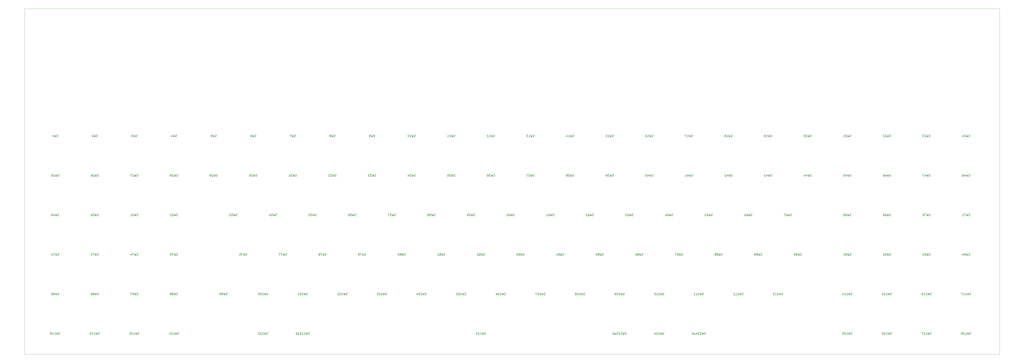
<source format=gbr>
%TF.GenerationSoftware,KiCad,Pcbnew,(6.0.5-0)*%
%TF.CreationDate,2022-06-24T21:41:21-04:00*%
%TF.ProjectId,SpaceCadet,53706163-6543-4616-9465-742e6b696361,rev?*%
%TF.SameCoordinates,Original*%
%TF.FileFunction,Legend,Bot*%
%TF.FilePolarity,Positive*%
%FSLAX46Y46*%
G04 Gerber Fmt 4.6, Leading zero omitted, Abs format (unit mm)*
G04 Created by KiCad (PCBNEW (6.0.5-0)) date 2022-06-24 21:41:21*
%MOMM*%
%LPD*%
G01*
G04 APERTURE LIST*
%TA.AperFunction,Profile*%
%ADD10C,0.100000*%
%TD*%
%ADD11C,0.150000*%
G04 APERTURE END LIST*
D10*
X64250000Y-81300000D02*
X533250000Y-81300000D01*
X533250000Y-81300000D02*
X533250000Y-247900000D01*
X533250000Y-247900000D02*
X64250000Y-247900000D01*
X64250000Y-247900000D02*
X64250000Y-81300000D01*
D11*
%TO.C,SW91*%
X461809523Y-200254761D02*
X461666666Y-200302380D01*
X461428571Y-200302380D01*
X461333333Y-200254761D01*
X461285714Y-200207142D01*
X461238095Y-200111904D01*
X461238095Y-200016666D01*
X461285714Y-199921428D01*
X461333333Y-199873809D01*
X461428571Y-199826190D01*
X461619047Y-199778571D01*
X461714285Y-199730952D01*
X461761904Y-199683333D01*
X461809523Y-199588095D01*
X461809523Y-199492857D01*
X461761904Y-199397619D01*
X461714285Y-199350000D01*
X461619047Y-199302380D01*
X461380952Y-199302380D01*
X461238095Y-199350000D01*
X460904761Y-199302380D02*
X460666666Y-200302380D01*
X460476190Y-199588095D01*
X460285714Y-200302380D01*
X460047619Y-199302380D01*
X459619047Y-200302380D02*
X459428571Y-200302380D01*
X459333333Y-200254761D01*
X459285714Y-200207142D01*
X459190476Y-200064285D01*
X459142857Y-199873809D01*
X459142857Y-199492857D01*
X459190476Y-199397619D01*
X459238095Y-199350000D01*
X459333333Y-199302380D01*
X459523809Y-199302380D01*
X459619047Y-199350000D01*
X459666666Y-199397619D01*
X459714285Y-199492857D01*
X459714285Y-199730952D01*
X459666666Y-199826190D01*
X459619047Y-199873809D01*
X459523809Y-199921428D01*
X459333333Y-199921428D01*
X459238095Y-199873809D01*
X459190476Y-199826190D01*
X459142857Y-199730952D01*
X458190476Y-200302380D02*
X458761904Y-200302380D01*
X458476190Y-200302380D02*
X458476190Y-199302380D01*
X458571428Y-199445238D01*
X458666666Y-199540476D01*
X458761904Y-199588095D01*
%TO.C,SW73*%
X99859523Y-200254761D02*
X99716666Y-200302380D01*
X99478571Y-200302380D01*
X99383333Y-200254761D01*
X99335714Y-200207142D01*
X99288095Y-200111904D01*
X99288095Y-200016666D01*
X99335714Y-199921428D01*
X99383333Y-199873809D01*
X99478571Y-199826190D01*
X99669047Y-199778571D01*
X99764285Y-199730952D01*
X99811904Y-199683333D01*
X99859523Y-199588095D01*
X99859523Y-199492857D01*
X99811904Y-199397619D01*
X99764285Y-199350000D01*
X99669047Y-199302380D01*
X99430952Y-199302380D01*
X99288095Y-199350000D01*
X98954761Y-199302380D02*
X98716666Y-200302380D01*
X98526190Y-199588095D01*
X98335714Y-200302380D01*
X98097619Y-199302380D01*
X97811904Y-199302380D02*
X97145238Y-199302380D01*
X97573809Y-200302380D01*
X96859523Y-199302380D02*
X96240476Y-199302380D01*
X96573809Y-199683333D01*
X96430952Y-199683333D01*
X96335714Y-199730952D01*
X96288095Y-199778571D01*
X96240476Y-199873809D01*
X96240476Y-200111904D01*
X96288095Y-200207142D01*
X96335714Y-200254761D01*
X96430952Y-200302380D01*
X96716666Y-200302380D01*
X96811904Y-200254761D01*
X96859523Y-200207142D01*
%TO.C,SW104*%
X257498214Y-219304761D02*
X257355357Y-219352380D01*
X257117261Y-219352380D01*
X257022023Y-219304761D01*
X256974404Y-219257142D01*
X256926785Y-219161904D01*
X256926785Y-219066666D01*
X256974404Y-218971428D01*
X257022023Y-218923809D01*
X257117261Y-218876190D01*
X257307738Y-218828571D01*
X257402976Y-218780952D01*
X257450595Y-218733333D01*
X257498214Y-218638095D01*
X257498214Y-218542857D01*
X257450595Y-218447619D01*
X257402976Y-218400000D01*
X257307738Y-218352380D01*
X257069642Y-218352380D01*
X256926785Y-218400000D01*
X256593452Y-218352380D02*
X256355357Y-219352380D01*
X256164880Y-218638095D01*
X255974404Y-219352380D01*
X255736309Y-218352380D01*
X254831547Y-219352380D02*
X255402976Y-219352380D01*
X255117261Y-219352380D02*
X255117261Y-218352380D01*
X255212500Y-218495238D01*
X255307738Y-218590476D01*
X255402976Y-218638095D01*
X254212500Y-218352380D02*
X254117261Y-218352380D01*
X254022023Y-218400000D01*
X253974404Y-218447619D01*
X253926785Y-218542857D01*
X253879166Y-218733333D01*
X253879166Y-218971428D01*
X253926785Y-219161904D01*
X253974404Y-219257142D01*
X254022023Y-219304761D01*
X254117261Y-219352380D01*
X254212500Y-219352380D01*
X254307738Y-219304761D01*
X254355357Y-219257142D01*
X254402976Y-219161904D01*
X254450595Y-218971428D01*
X254450595Y-218733333D01*
X254402976Y-218542857D01*
X254355357Y-218447619D01*
X254307738Y-218400000D01*
X254212500Y-218352380D01*
X253022023Y-218685714D02*
X253022023Y-219352380D01*
X253260119Y-218304761D02*
X253498214Y-219019047D01*
X252879166Y-219019047D01*
%TO.C,SW31*%
X195109523Y-162154761D02*
X194966666Y-162202380D01*
X194728571Y-162202380D01*
X194633333Y-162154761D01*
X194585714Y-162107142D01*
X194538095Y-162011904D01*
X194538095Y-161916666D01*
X194585714Y-161821428D01*
X194633333Y-161773809D01*
X194728571Y-161726190D01*
X194919047Y-161678571D01*
X195014285Y-161630952D01*
X195061904Y-161583333D01*
X195109523Y-161488095D01*
X195109523Y-161392857D01*
X195061904Y-161297619D01*
X195014285Y-161250000D01*
X194919047Y-161202380D01*
X194680952Y-161202380D01*
X194538095Y-161250000D01*
X194204761Y-161202380D02*
X193966666Y-162202380D01*
X193776190Y-161488095D01*
X193585714Y-162202380D01*
X193347619Y-161202380D01*
X193061904Y-161202380D02*
X192442857Y-161202380D01*
X192776190Y-161583333D01*
X192633333Y-161583333D01*
X192538095Y-161630952D01*
X192490476Y-161678571D01*
X192442857Y-161773809D01*
X192442857Y-162011904D01*
X192490476Y-162107142D01*
X192538095Y-162154761D01*
X192633333Y-162202380D01*
X192919047Y-162202380D01*
X193014285Y-162154761D01*
X193061904Y-162107142D01*
X191490476Y-162202380D02*
X192061904Y-162202380D01*
X191776190Y-162202380D02*
X191776190Y-161202380D01*
X191871428Y-161345238D01*
X191966666Y-161440476D01*
X192061904Y-161488095D01*
%TO.C,SW7*%
X194633333Y-143104761D02*
X194490476Y-143152380D01*
X194252380Y-143152380D01*
X194157142Y-143104761D01*
X194109523Y-143057142D01*
X194061904Y-142961904D01*
X194061904Y-142866666D01*
X194109523Y-142771428D01*
X194157142Y-142723809D01*
X194252380Y-142676190D01*
X194442857Y-142628571D01*
X194538095Y-142580952D01*
X194585714Y-142533333D01*
X194633333Y-142438095D01*
X194633333Y-142342857D01*
X194585714Y-142247619D01*
X194538095Y-142200000D01*
X194442857Y-142152380D01*
X194204761Y-142152380D01*
X194061904Y-142200000D01*
X193728571Y-142152380D02*
X193490476Y-143152380D01*
X193300000Y-142438095D01*
X193109523Y-143152380D01*
X192871428Y-142152380D01*
X192585714Y-142152380D02*
X191919047Y-142152380D01*
X192347619Y-143152380D01*
%TO.C,SW112*%
X409898214Y-219304761D02*
X409755357Y-219352380D01*
X409517261Y-219352380D01*
X409422023Y-219304761D01*
X409374404Y-219257142D01*
X409326785Y-219161904D01*
X409326785Y-219066666D01*
X409374404Y-218971428D01*
X409422023Y-218923809D01*
X409517261Y-218876190D01*
X409707738Y-218828571D01*
X409802976Y-218780952D01*
X409850595Y-218733333D01*
X409898214Y-218638095D01*
X409898214Y-218542857D01*
X409850595Y-218447619D01*
X409802976Y-218400000D01*
X409707738Y-218352380D01*
X409469642Y-218352380D01*
X409326785Y-218400000D01*
X408993452Y-218352380D02*
X408755357Y-219352380D01*
X408564880Y-218638095D01*
X408374404Y-219352380D01*
X408136309Y-218352380D01*
X407231547Y-219352380D02*
X407802976Y-219352380D01*
X407517261Y-219352380D02*
X407517261Y-218352380D01*
X407612500Y-218495238D01*
X407707738Y-218590476D01*
X407802976Y-218638095D01*
X406279166Y-219352380D02*
X406850595Y-219352380D01*
X406564880Y-219352380D02*
X406564880Y-218352380D01*
X406660119Y-218495238D01*
X406755357Y-218590476D01*
X406850595Y-218638095D01*
X405898214Y-218447619D02*
X405850595Y-218400000D01*
X405755357Y-218352380D01*
X405517261Y-218352380D01*
X405422023Y-218400000D01*
X405374404Y-218447619D01*
X405326785Y-218542857D01*
X405326785Y-218638095D01*
X405374404Y-218780952D01*
X405945833Y-219352380D01*
X405326785Y-219352380D01*
%TO.C,SW113*%
X428948214Y-219304761D02*
X428805357Y-219352380D01*
X428567261Y-219352380D01*
X428472023Y-219304761D01*
X428424404Y-219257142D01*
X428376785Y-219161904D01*
X428376785Y-219066666D01*
X428424404Y-218971428D01*
X428472023Y-218923809D01*
X428567261Y-218876190D01*
X428757738Y-218828571D01*
X428852976Y-218780952D01*
X428900595Y-218733333D01*
X428948214Y-218638095D01*
X428948214Y-218542857D01*
X428900595Y-218447619D01*
X428852976Y-218400000D01*
X428757738Y-218352380D01*
X428519642Y-218352380D01*
X428376785Y-218400000D01*
X428043452Y-218352380D02*
X427805357Y-219352380D01*
X427614880Y-218638095D01*
X427424404Y-219352380D01*
X427186309Y-218352380D01*
X426281547Y-219352380D02*
X426852976Y-219352380D01*
X426567261Y-219352380D02*
X426567261Y-218352380D01*
X426662500Y-218495238D01*
X426757738Y-218590476D01*
X426852976Y-218638095D01*
X425329166Y-219352380D02*
X425900595Y-219352380D01*
X425614880Y-219352380D02*
X425614880Y-218352380D01*
X425710119Y-218495238D01*
X425805357Y-218590476D01*
X425900595Y-218638095D01*
X424995833Y-218352380D02*
X424376785Y-218352380D01*
X424710119Y-218733333D01*
X424567261Y-218733333D01*
X424472023Y-218780952D01*
X424424404Y-218828571D01*
X424376785Y-218923809D01*
X424376785Y-219161904D01*
X424424404Y-219257142D01*
X424472023Y-219304761D01*
X424567261Y-219352380D01*
X424852976Y-219352380D01*
X424948214Y-219304761D01*
X424995833Y-219257142D01*
%TO.C,SW127*%
X500385714Y-238354761D02*
X500242857Y-238402380D01*
X500004761Y-238402380D01*
X499909523Y-238354761D01*
X499861904Y-238307142D01*
X499814285Y-238211904D01*
X499814285Y-238116666D01*
X499861904Y-238021428D01*
X499909523Y-237973809D01*
X500004761Y-237926190D01*
X500195238Y-237878571D01*
X500290476Y-237830952D01*
X500338095Y-237783333D01*
X500385714Y-237688095D01*
X500385714Y-237592857D01*
X500338095Y-237497619D01*
X500290476Y-237450000D01*
X500195238Y-237402380D01*
X499957142Y-237402380D01*
X499814285Y-237450000D01*
X499480952Y-237402380D02*
X499242857Y-238402380D01*
X499052380Y-237688095D01*
X498861904Y-238402380D01*
X498623809Y-237402380D01*
X497719047Y-238402380D02*
X498290476Y-238402380D01*
X498004761Y-238402380D02*
X498004761Y-237402380D01*
X498100000Y-237545238D01*
X498195238Y-237640476D01*
X498290476Y-237688095D01*
X497338095Y-237497619D02*
X497290476Y-237450000D01*
X497195238Y-237402380D01*
X496957142Y-237402380D01*
X496861904Y-237450000D01*
X496814285Y-237497619D01*
X496766666Y-237592857D01*
X496766666Y-237688095D01*
X496814285Y-237830952D01*
X497385714Y-238402380D01*
X496766666Y-238402380D01*
X496433333Y-237402380D02*
X495766666Y-237402380D01*
X496195238Y-238402380D01*
%TO.C,SW1*%
X80333333Y-143104761D02*
X80190476Y-143152380D01*
X79952380Y-143152380D01*
X79857142Y-143104761D01*
X79809523Y-143057142D01*
X79761904Y-142961904D01*
X79761904Y-142866666D01*
X79809523Y-142771428D01*
X79857142Y-142723809D01*
X79952380Y-142676190D01*
X80142857Y-142628571D01*
X80238095Y-142580952D01*
X80285714Y-142533333D01*
X80333333Y-142438095D01*
X80333333Y-142342857D01*
X80285714Y-142247619D01*
X80238095Y-142200000D01*
X80142857Y-142152380D01*
X79904761Y-142152380D01*
X79761904Y-142200000D01*
X79428571Y-142152380D02*
X79190476Y-143152380D01*
X79000000Y-142438095D01*
X78809523Y-143152380D01*
X78571428Y-142152380D01*
X77666666Y-143152380D02*
X78238095Y-143152380D01*
X77952380Y-143152380D02*
X77952380Y-142152380D01*
X78047619Y-142295238D01*
X78142857Y-142390476D01*
X78238095Y-142438095D01*
%TO.C,SW10*%
X252259523Y-143104761D02*
X252116666Y-143152380D01*
X251878571Y-143152380D01*
X251783333Y-143104761D01*
X251735714Y-143057142D01*
X251688095Y-142961904D01*
X251688095Y-142866666D01*
X251735714Y-142771428D01*
X251783333Y-142723809D01*
X251878571Y-142676190D01*
X252069047Y-142628571D01*
X252164285Y-142580952D01*
X252211904Y-142533333D01*
X252259523Y-142438095D01*
X252259523Y-142342857D01*
X252211904Y-142247619D01*
X252164285Y-142200000D01*
X252069047Y-142152380D01*
X251830952Y-142152380D01*
X251688095Y-142200000D01*
X251354761Y-142152380D02*
X251116666Y-143152380D01*
X250926190Y-142438095D01*
X250735714Y-143152380D01*
X250497619Y-142152380D01*
X249592857Y-143152380D02*
X250164285Y-143152380D01*
X249878571Y-143152380D02*
X249878571Y-142152380D01*
X249973809Y-142295238D01*
X250069047Y-142390476D01*
X250164285Y-142438095D01*
X248973809Y-142152380D02*
X248878571Y-142152380D01*
X248783333Y-142200000D01*
X248735714Y-142247619D01*
X248688095Y-142342857D01*
X248640476Y-142533333D01*
X248640476Y-142771428D01*
X248688095Y-142961904D01*
X248735714Y-143057142D01*
X248783333Y-143104761D01*
X248878571Y-143152380D01*
X248973809Y-143152380D01*
X249069047Y-143104761D01*
X249116666Y-143057142D01*
X249164285Y-142961904D01*
X249211904Y-142771428D01*
X249211904Y-142533333D01*
X249164285Y-142342857D01*
X249116666Y-142247619D01*
X249069047Y-142200000D01*
X248973809Y-142152380D01*
%TO.C,SW59*%
X280834523Y-181204761D02*
X280691666Y-181252380D01*
X280453571Y-181252380D01*
X280358333Y-181204761D01*
X280310714Y-181157142D01*
X280263095Y-181061904D01*
X280263095Y-180966666D01*
X280310714Y-180871428D01*
X280358333Y-180823809D01*
X280453571Y-180776190D01*
X280644047Y-180728571D01*
X280739285Y-180680952D01*
X280786904Y-180633333D01*
X280834523Y-180538095D01*
X280834523Y-180442857D01*
X280786904Y-180347619D01*
X280739285Y-180300000D01*
X280644047Y-180252380D01*
X280405952Y-180252380D01*
X280263095Y-180300000D01*
X279929761Y-180252380D02*
X279691666Y-181252380D01*
X279501190Y-180538095D01*
X279310714Y-181252380D01*
X279072619Y-180252380D01*
X278215476Y-180252380D02*
X278691666Y-180252380D01*
X278739285Y-180728571D01*
X278691666Y-180680952D01*
X278596428Y-180633333D01*
X278358333Y-180633333D01*
X278263095Y-180680952D01*
X278215476Y-180728571D01*
X278167857Y-180823809D01*
X278167857Y-181061904D01*
X278215476Y-181157142D01*
X278263095Y-181204761D01*
X278358333Y-181252380D01*
X278596428Y-181252380D01*
X278691666Y-181204761D01*
X278739285Y-181157142D01*
X277691666Y-181252380D02*
X277501190Y-181252380D01*
X277405952Y-181204761D01*
X277358333Y-181157142D01*
X277263095Y-181014285D01*
X277215476Y-180823809D01*
X277215476Y-180442857D01*
X277263095Y-180347619D01*
X277310714Y-180300000D01*
X277405952Y-180252380D01*
X277596428Y-180252380D01*
X277691666Y-180300000D01*
X277739285Y-180347619D01*
X277786904Y-180442857D01*
X277786904Y-180680952D01*
X277739285Y-180776190D01*
X277691666Y-180823809D01*
X277596428Y-180871428D01*
X277405952Y-180871428D01*
X277310714Y-180823809D01*
X277263095Y-180776190D01*
X277215476Y-180680952D01*
%TO.C,SW98*%
X137959523Y-219304761D02*
X137816666Y-219352380D01*
X137578571Y-219352380D01*
X137483333Y-219304761D01*
X137435714Y-219257142D01*
X137388095Y-219161904D01*
X137388095Y-219066666D01*
X137435714Y-218971428D01*
X137483333Y-218923809D01*
X137578571Y-218876190D01*
X137769047Y-218828571D01*
X137864285Y-218780952D01*
X137911904Y-218733333D01*
X137959523Y-218638095D01*
X137959523Y-218542857D01*
X137911904Y-218447619D01*
X137864285Y-218400000D01*
X137769047Y-218352380D01*
X137530952Y-218352380D01*
X137388095Y-218400000D01*
X137054761Y-218352380D02*
X136816666Y-219352380D01*
X136626190Y-218638095D01*
X136435714Y-219352380D01*
X136197619Y-218352380D01*
X135769047Y-219352380D02*
X135578571Y-219352380D01*
X135483333Y-219304761D01*
X135435714Y-219257142D01*
X135340476Y-219114285D01*
X135292857Y-218923809D01*
X135292857Y-218542857D01*
X135340476Y-218447619D01*
X135388095Y-218400000D01*
X135483333Y-218352380D01*
X135673809Y-218352380D01*
X135769047Y-218400000D01*
X135816666Y-218447619D01*
X135864285Y-218542857D01*
X135864285Y-218780952D01*
X135816666Y-218876190D01*
X135769047Y-218923809D01*
X135673809Y-218971428D01*
X135483333Y-218971428D01*
X135388095Y-218923809D01*
X135340476Y-218876190D01*
X135292857Y-218780952D01*
X134721428Y-218780952D02*
X134816666Y-218733333D01*
X134864285Y-218685714D01*
X134911904Y-218590476D01*
X134911904Y-218542857D01*
X134864285Y-218447619D01*
X134816666Y-218400000D01*
X134721428Y-218352380D01*
X134530952Y-218352380D01*
X134435714Y-218400000D01*
X134388095Y-218447619D01*
X134340476Y-218542857D01*
X134340476Y-218590476D01*
X134388095Y-218685714D01*
X134435714Y-218733333D01*
X134530952Y-218780952D01*
X134721428Y-218780952D01*
X134816666Y-218828571D01*
X134864285Y-218876190D01*
X134911904Y-218971428D01*
X134911904Y-219161904D01*
X134864285Y-219257142D01*
X134816666Y-219304761D01*
X134721428Y-219352380D01*
X134530952Y-219352380D01*
X134435714Y-219304761D01*
X134388095Y-219257142D01*
X134340476Y-219161904D01*
X134340476Y-218971428D01*
X134388095Y-218876190D01*
X134435714Y-218828571D01*
X134530952Y-218780952D01*
%TO.C,SW93*%
X499909523Y-200254761D02*
X499766666Y-200302380D01*
X499528571Y-200302380D01*
X499433333Y-200254761D01*
X499385714Y-200207142D01*
X499338095Y-200111904D01*
X499338095Y-200016666D01*
X499385714Y-199921428D01*
X499433333Y-199873809D01*
X499528571Y-199826190D01*
X499719047Y-199778571D01*
X499814285Y-199730952D01*
X499861904Y-199683333D01*
X499909523Y-199588095D01*
X499909523Y-199492857D01*
X499861904Y-199397619D01*
X499814285Y-199350000D01*
X499719047Y-199302380D01*
X499480952Y-199302380D01*
X499338095Y-199350000D01*
X499004761Y-199302380D02*
X498766666Y-200302380D01*
X498576190Y-199588095D01*
X498385714Y-200302380D01*
X498147619Y-199302380D01*
X497719047Y-200302380D02*
X497528571Y-200302380D01*
X497433333Y-200254761D01*
X497385714Y-200207142D01*
X497290476Y-200064285D01*
X497242857Y-199873809D01*
X497242857Y-199492857D01*
X497290476Y-199397619D01*
X497338095Y-199350000D01*
X497433333Y-199302380D01*
X497623809Y-199302380D01*
X497719047Y-199350000D01*
X497766666Y-199397619D01*
X497814285Y-199492857D01*
X497814285Y-199730952D01*
X497766666Y-199826190D01*
X497719047Y-199873809D01*
X497623809Y-199921428D01*
X497433333Y-199921428D01*
X497338095Y-199873809D01*
X497290476Y-199826190D01*
X497242857Y-199730952D01*
X496909523Y-199302380D02*
X496290476Y-199302380D01*
X496623809Y-199683333D01*
X496480952Y-199683333D01*
X496385714Y-199730952D01*
X496338095Y-199778571D01*
X496290476Y-199873809D01*
X496290476Y-200111904D01*
X496338095Y-200207142D01*
X496385714Y-200254761D01*
X496480952Y-200302380D01*
X496766666Y-200302380D01*
X496861904Y-200254761D01*
X496909523Y-200207142D01*
%TO.C,SW119*%
X100335714Y-238354761D02*
X100192857Y-238402380D01*
X99954761Y-238402380D01*
X99859523Y-238354761D01*
X99811904Y-238307142D01*
X99764285Y-238211904D01*
X99764285Y-238116666D01*
X99811904Y-238021428D01*
X99859523Y-237973809D01*
X99954761Y-237926190D01*
X100145238Y-237878571D01*
X100240476Y-237830952D01*
X100288095Y-237783333D01*
X100335714Y-237688095D01*
X100335714Y-237592857D01*
X100288095Y-237497619D01*
X100240476Y-237450000D01*
X100145238Y-237402380D01*
X99907142Y-237402380D01*
X99764285Y-237450000D01*
X99430952Y-237402380D02*
X99192857Y-238402380D01*
X99002380Y-237688095D01*
X98811904Y-238402380D01*
X98573809Y-237402380D01*
X97669047Y-238402380D02*
X98240476Y-238402380D01*
X97954761Y-238402380D02*
X97954761Y-237402380D01*
X98050000Y-237545238D01*
X98145238Y-237640476D01*
X98240476Y-237688095D01*
X96716666Y-238402380D02*
X97288095Y-238402380D01*
X97002380Y-238402380D02*
X97002380Y-237402380D01*
X97097619Y-237545238D01*
X97192857Y-237640476D01*
X97288095Y-237688095D01*
X96240476Y-238402380D02*
X96050000Y-238402380D01*
X95954761Y-238354761D01*
X95907142Y-238307142D01*
X95811904Y-238164285D01*
X95764285Y-237973809D01*
X95764285Y-237592857D01*
X95811904Y-237497619D01*
X95859523Y-237450000D01*
X95954761Y-237402380D01*
X96145238Y-237402380D01*
X96240476Y-237450000D01*
X96288095Y-237497619D01*
X96335714Y-237592857D01*
X96335714Y-237830952D01*
X96288095Y-237926190D01*
X96240476Y-237973809D01*
X96145238Y-238021428D01*
X95954761Y-238021428D01*
X95859523Y-237973809D01*
X95811904Y-237926190D01*
X95764285Y-237830952D01*
%TO.C,SW57*%
X242734523Y-181204761D02*
X242591666Y-181252380D01*
X242353571Y-181252380D01*
X242258333Y-181204761D01*
X242210714Y-181157142D01*
X242163095Y-181061904D01*
X242163095Y-180966666D01*
X242210714Y-180871428D01*
X242258333Y-180823809D01*
X242353571Y-180776190D01*
X242544047Y-180728571D01*
X242639285Y-180680952D01*
X242686904Y-180633333D01*
X242734523Y-180538095D01*
X242734523Y-180442857D01*
X242686904Y-180347619D01*
X242639285Y-180300000D01*
X242544047Y-180252380D01*
X242305952Y-180252380D01*
X242163095Y-180300000D01*
X241829761Y-180252380D02*
X241591666Y-181252380D01*
X241401190Y-180538095D01*
X241210714Y-181252380D01*
X240972619Y-180252380D01*
X240115476Y-180252380D02*
X240591666Y-180252380D01*
X240639285Y-180728571D01*
X240591666Y-180680952D01*
X240496428Y-180633333D01*
X240258333Y-180633333D01*
X240163095Y-180680952D01*
X240115476Y-180728571D01*
X240067857Y-180823809D01*
X240067857Y-181061904D01*
X240115476Y-181157142D01*
X240163095Y-181204761D01*
X240258333Y-181252380D01*
X240496428Y-181252380D01*
X240591666Y-181204761D01*
X240639285Y-181157142D01*
X239734523Y-180252380D02*
X239067857Y-180252380D01*
X239496428Y-181252380D01*
%TO.C,SW92*%
X480859523Y-200254761D02*
X480716666Y-200302380D01*
X480478571Y-200302380D01*
X480383333Y-200254761D01*
X480335714Y-200207142D01*
X480288095Y-200111904D01*
X480288095Y-200016666D01*
X480335714Y-199921428D01*
X480383333Y-199873809D01*
X480478571Y-199826190D01*
X480669047Y-199778571D01*
X480764285Y-199730952D01*
X480811904Y-199683333D01*
X480859523Y-199588095D01*
X480859523Y-199492857D01*
X480811904Y-199397619D01*
X480764285Y-199350000D01*
X480669047Y-199302380D01*
X480430952Y-199302380D01*
X480288095Y-199350000D01*
X479954761Y-199302380D02*
X479716666Y-200302380D01*
X479526190Y-199588095D01*
X479335714Y-200302380D01*
X479097619Y-199302380D01*
X478669047Y-200302380D02*
X478478571Y-200302380D01*
X478383333Y-200254761D01*
X478335714Y-200207142D01*
X478240476Y-200064285D01*
X478192857Y-199873809D01*
X478192857Y-199492857D01*
X478240476Y-199397619D01*
X478288095Y-199350000D01*
X478383333Y-199302380D01*
X478573809Y-199302380D01*
X478669047Y-199350000D01*
X478716666Y-199397619D01*
X478764285Y-199492857D01*
X478764285Y-199730952D01*
X478716666Y-199826190D01*
X478669047Y-199873809D01*
X478573809Y-199921428D01*
X478383333Y-199921428D01*
X478288095Y-199873809D01*
X478240476Y-199826190D01*
X478192857Y-199730952D01*
X477811904Y-199397619D02*
X477764285Y-199350000D01*
X477669047Y-199302380D01*
X477430952Y-199302380D01*
X477335714Y-199350000D01*
X477288095Y-199397619D01*
X477240476Y-199492857D01*
X477240476Y-199588095D01*
X477288095Y-199730952D01*
X477859523Y-200302380D01*
X477240476Y-200302380D01*
%TO.C,SW83*%
X304647023Y-200254761D02*
X304504166Y-200302380D01*
X304266071Y-200302380D01*
X304170833Y-200254761D01*
X304123214Y-200207142D01*
X304075595Y-200111904D01*
X304075595Y-200016666D01*
X304123214Y-199921428D01*
X304170833Y-199873809D01*
X304266071Y-199826190D01*
X304456547Y-199778571D01*
X304551785Y-199730952D01*
X304599404Y-199683333D01*
X304647023Y-199588095D01*
X304647023Y-199492857D01*
X304599404Y-199397619D01*
X304551785Y-199350000D01*
X304456547Y-199302380D01*
X304218452Y-199302380D01*
X304075595Y-199350000D01*
X303742261Y-199302380D02*
X303504166Y-200302380D01*
X303313690Y-199588095D01*
X303123214Y-200302380D01*
X302885119Y-199302380D01*
X302361309Y-199730952D02*
X302456547Y-199683333D01*
X302504166Y-199635714D01*
X302551785Y-199540476D01*
X302551785Y-199492857D01*
X302504166Y-199397619D01*
X302456547Y-199350000D01*
X302361309Y-199302380D01*
X302170833Y-199302380D01*
X302075595Y-199350000D01*
X302027976Y-199397619D01*
X301980357Y-199492857D01*
X301980357Y-199540476D01*
X302027976Y-199635714D01*
X302075595Y-199683333D01*
X302170833Y-199730952D01*
X302361309Y-199730952D01*
X302456547Y-199778571D01*
X302504166Y-199826190D01*
X302551785Y-199921428D01*
X302551785Y-200111904D01*
X302504166Y-200207142D01*
X302456547Y-200254761D01*
X302361309Y-200302380D01*
X302170833Y-200302380D01*
X302075595Y-200254761D01*
X302027976Y-200207142D01*
X301980357Y-200111904D01*
X301980357Y-199921428D01*
X302027976Y-199826190D01*
X302075595Y-199778571D01*
X302170833Y-199730952D01*
X301647023Y-199302380D02*
X301027976Y-199302380D01*
X301361309Y-199683333D01*
X301218452Y-199683333D01*
X301123214Y-199730952D01*
X301075595Y-199778571D01*
X301027976Y-199873809D01*
X301027976Y-200111904D01*
X301075595Y-200207142D01*
X301123214Y-200254761D01*
X301218452Y-200302380D01*
X301504166Y-200302380D01*
X301599404Y-200254761D01*
X301647023Y-200207142D01*
%TO.C,SW97*%
X118909523Y-219304761D02*
X118766666Y-219352380D01*
X118528571Y-219352380D01*
X118433333Y-219304761D01*
X118385714Y-219257142D01*
X118338095Y-219161904D01*
X118338095Y-219066666D01*
X118385714Y-218971428D01*
X118433333Y-218923809D01*
X118528571Y-218876190D01*
X118719047Y-218828571D01*
X118814285Y-218780952D01*
X118861904Y-218733333D01*
X118909523Y-218638095D01*
X118909523Y-218542857D01*
X118861904Y-218447619D01*
X118814285Y-218400000D01*
X118719047Y-218352380D01*
X118480952Y-218352380D01*
X118338095Y-218400000D01*
X118004761Y-218352380D02*
X117766666Y-219352380D01*
X117576190Y-218638095D01*
X117385714Y-219352380D01*
X117147619Y-218352380D01*
X116719047Y-219352380D02*
X116528571Y-219352380D01*
X116433333Y-219304761D01*
X116385714Y-219257142D01*
X116290476Y-219114285D01*
X116242857Y-218923809D01*
X116242857Y-218542857D01*
X116290476Y-218447619D01*
X116338095Y-218400000D01*
X116433333Y-218352380D01*
X116623809Y-218352380D01*
X116719047Y-218400000D01*
X116766666Y-218447619D01*
X116814285Y-218542857D01*
X116814285Y-218780952D01*
X116766666Y-218876190D01*
X116719047Y-218923809D01*
X116623809Y-218971428D01*
X116433333Y-218971428D01*
X116338095Y-218923809D01*
X116290476Y-218876190D01*
X116242857Y-218780952D01*
X115909523Y-218352380D02*
X115242857Y-218352380D01*
X115671428Y-219352380D01*
%TO.C,SW76*%
X171297023Y-200254761D02*
X171154166Y-200302380D01*
X170916071Y-200302380D01*
X170820833Y-200254761D01*
X170773214Y-200207142D01*
X170725595Y-200111904D01*
X170725595Y-200016666D01*
X170773214Y-199921428D01*
X170820833Y-199873809D01*
X170916071Y-199826190D01*
X171106547Y-199778571D01*
X171201785Y-199730952D01*
X171249404Y-199683333D01*
X171297023Y-199588095D01*
X171297023Y-199492857D01*
X171249404Y-199397619D01*
X171201785Y-199350000D01*
X171106547Y-199302380D01*
X170868452Y-199302380D01*
X170725595Y-199350000D01*
X170392261Y-199302380D02*
X170154166Y-200302380D01*
X169963690Y-199588095D01*
X169773214Y-200302380D01*
X169535119Y-199302380D01*
X169249404Y-199302380D02*
X168582738Y-199302380D01*
X169011309Y-200302380D01*
X167773214Y-199302380D02*
X167963690Y-199302380D01*
X168058928Y-199350000D01*
X168106547Y-199397619D01*
X168201785Y-199540476D01*
X168249404Y-199730952D01*
X168249404Y-200111904D01*
X168201785Y-200207142D01*
X168154166Y-200254761D01*
X168058928Y-200302380D01*
X167868452Y-200302380D01*
X167773214Y-200254761D01*
X167725595Y-200207142D01*
X167677976Y-200111904D01*
X167677976Y-199873809D01*
X167725595Y-199778571D01*
X167773214Y-199730952D01*
X167868452Y-199683333D01*
X168058928Y-199683333D01*
X168154166Y-199730952D01*
X168201785Y-199778571D01*
X168249404Y-199873809D01*
%TO.C,SW110*%
X371798214Y-219304761D02*
X371655357Y-219352380D01*
X371417261Y-219352380D01*
X371322023Y-219304761D01*
X371274404Y-219257142D01*
X371226785Y-219161904D01*
X371226785Y-219066666D01*
X371274404Y-218971428D01*
X371322023Y-218923809D01*
X371417261Y-218876190D01*
X371607738Y-218828571D01*
X371702976Y-218780952D01*
X371750595Y-218733333D01*
X371798214Y-218638095D01*
X371798214Y-218542857D01*
X371750595Y-218447619D01*
X371702976Y-218400000D01*
X371607738Y-218352380D01*
X371369642Y-218352380D01*
X371226785Y-218400000D01*
X370893452Y-218352380D02*
X370655357Y-219352380D01*
X370464880Y-218638095D01*
X370274404Y-219352380D01*
X370036309Y-218352380D01*
X369131547Y-219352380D02*
X369702976Y-219352380D01*
X369417261Y-219352380D02*
X369417261Y-218352380D01*
X369512500Y-218495238D01*
X369607738Y-218590476D01*
X369702976Y-218638095D01*
X368179166Y-219352380D02*
X368750595Y-219352380D01*
X368464880Y-219352380D02*
X368464880Y-218352380D01*
X368560119Y-218495238D01*
X368655357Y-218590476D01*
X368750595Y-218638095D01*
X367560119Y-218352380D02*
X367464880Y-218352380D01*
X367369642Y-218400000D01*
X367322023Y-218447619D01*
X367274404Y-218542857D01*
X367226785Y-218733333D01*
X367226785Y-218971428D01*
X367274404Y-219161904D01*
X367322023Y-219257142D01*
X367369642Y-219304761D01*
X367464880Y-219352380D01*
X367560119Y-219352380D01*
X367655357Y-219304761D01*
X367702976Y-219257142D01*
X367750595Y-219161904D01*
X367798214Y-218971428D01*
X367798214Y-218733333D01*
X367750595Y-218542857D01*
X367702976Y-218447619D01*
X367655357Y-218400000D01*
X367560119Y-218352380D01*
%TO.C,SW128*%
X519435714Y-238354761D02*
X519292857Y-238402380D01*
X519054761Y-238402380D01*
X518959523Y-238354761D01*
X518911904Y-238307142D01*
X518864285Y-238211904D01*
X518864285Y-238116666D01*
X518911904Y-238021428D01*
X518959523Y-237973809D01*
X519054761Y-237926190D01*
X519245238Y-237878571D01*
X519340476Y-237830952D01*
X519388095Y-237783333D01*
X519435714Y-237688095D01*
X519435714Y-237592857D01*
X519388095Y-237497619D01*
X519340476Y-237450000D01*
X519245238Y-237402380D01*
X519007142Y-237402380D01*
X518864285Y-237450000D01*
X518530952Y-237402380D02*
X518292857Y-238402380D01*
X518102380Y-237688095D01*
X517911904Y-238402380D01*
X517673809Y-237402380D01*
X516769047Y-238402380D02*
X517340476Y-238402380D01*
X517054761Y-238402380D02*
X517054761Y-237402380D01*
X517150000Y-237545238D01*
X517245238Y-237640476D01*
X517340476Y-237688095D01*
X516388095Y-237497619D02*
X516340476Y-237450000D01*
X516245238Y-237402380D01*
X516007142Y-237402380D01*
X515911904Y-237450000D01*
X515864285Y-237497619D01*
X515816666Y-237592857D01*
X515816666Y-237688095D01*
X515864285Y-237830952D01*
X516435714Y-238402380D01*
X515816666Y-238402380D01*
X515245238Y-237830952D02*
X515340476Y-237783333D01*
X515388095Y-237735714D01*
X515435714Y-237640476D01*
X515435714Y-237592857D01*
X515388095Y-237497619D01*
X515340476Y-237450000D01*
X515245238Y-237402380D01*
X515054761Y-237402380D01*
X514959523Y-237450000D01*
X514911904Y-237497619D01*
X514864285Y-237592857D01*
X514864285Y-237640476D01*
X514911904Y-237735714D01*
X514959523Y-237783333D01*
X515054761Y-237830952D01*
X515245238Y-237830952D01*
X515340476Y-237878571D01*
X515388095Y-237926190D01*
X515435714Y-238021428D01*
X515435714Y-238211904D01*
X515388095Y-238307142D01*
X515340476Y-238354761D01*
X515245238Y-238402380D01*
X515054761Y-238402380D01*
X514959523Y-238354761D01*
X514911904Y-238307142D01*
X514864285Y-238211904D01*
X514864285Y-238021428D01*
X514911904Y-237926190D01*
X514959523Y-237878571D01*
X515054761Y-237830952D01*
%TO.C,SW55*%
X204634523Y-181204761D02*
X204491666Y-181252380D01*
X204253571Y-181252380D01*
X204158333Y-181204761D01*
X204110714Y-181157142D01*
X204063095Y-181061904D01*
X204063095Y-180966666D01*
X204110714Y-180871428D01*
X204158333Y-180823809D01*
X204253571Y-180776190D01*
X204444047Y-180728571D01*
X204539285Y-180680952D01*
X204586904Y-180633333D01*
X204634523Y-180538095D01*
X204634523Y-180442857D01*
X204586904Y-180347619D01*
X204539285Y-180300000D01*
X204444047Y-180252380D01*
X204205952Y-180252380D01*
X204063095Y-180300000D01*
X203729761Y-180252380D02*
X203491666Y-181252380D01*
X203301190Y-180538095D01*
X203110714Y-181252380D01*
X202872619Y-180252380D01*
X202015476Y-180252380D02*
X202491666Y-180252380D01*
X202539285Y-180728571D01*
X202491666Y-180680952D01*
X202396428Y-180633333D01*
X202158333Y-180633333D01*
X202063095Y-180680952D01*
X202015476Y-180728571D01*
X201967857Y-180823809D01*
X201967857Y-181061904D01*
X202015476Y-181157142D01*
X202063095Y-181204761D01*
X202158333Y-181252380D01*
X202396428Y-181252380D01*
X202491666Y-181204761D01*
X202539285Y-181157142D01*
X201063095Y-180252380D02*
X201539285Y-180252380D01*
X201586904Y-180728571D01*
X201539285Y-180680952D01*
X201444047Y-180633333D01*
X201205952Y-180633333D01*
X201110714Y-180680952D01*
X201063095Y-180728571D01*
X201015476Y-180823809D01*
X201015476Y-181061904D01*
X201063095Y-181157142D01*
X201110714Y-181204761D01*
X201205952Y-181252380D01*
X201444047Y-181252380D01*
X201539285Y-181204761D01*
X201586904Y-181157142D01*
%TO.C,SW5*%
X156533333Y-143104761D02*
X156390476Y-143152380D01*
X156152380Y-143152380D01*
X156057142Y-143104761D01*
X156009523Y-143057142D01*
X155961904Y-142961904D01*
X155961904Y-142866666D01*
X156009523Y-142771428D01*
X156057142Y-142723809D01*
X156152380Y-142676190D01*
X156342857Y-142628571D01*
X156438095Y-142580952D01*
X156485714Y-142533333D01*
X156533333Y-142438095D01*
X156533333Y-142342857D01*
X156485714Y-142247619D01*
X156438095Y-142200000D01*
X156342857Y-142152380D01*
X156104761Y-142152380D01*
X155961904Y-142200000D01*
X155628571Y-142152380D02*
X155390476Y-143152380D01*
X155200000Y-142438095D01*
X155009523Y-143152380D01*
X154771428Y-142152380D01*
X153914285Y-142152380D02*
X154390476Y-142152380D01*
X154438095Y-142628571D01*
X154390476Y-142580952D01*
X154295238Y-142533333D01*
X154057142Y-142533333D01*
X153961904Y-142580952D01*
X153914285Y-142628571D01*
X153866666Y-142723809D01*
X153866666Y-142961904D01*
X153914285Y-143057142D01*
X153961904Y-143104761D01*
X154057142Y-143152380D01*
X154295238Y-143152380D01*
X154390476Y-143104761D01*
X154438095Y-143057142D01*
%TO.C,SW105*%
X276548214Y-219304761D02*
X276405357Y-219352380D01*
X276167261Y-219352380D01*
X276072023Y-219304761D01*
X276024404Y-219257142D01*
X275976785Y-219161904D01*
X275976785Y-219066666D01*
X276024404Y-218971428D01*
X276072023Y-218923809D01*
X276167261Y-218876190D01*
X276357738Y-218828571D01*
X276452976Y-218780952D01*
X276500595Y-218733333D01*
X276548214Y-218638095D01*
X276548214Y-218542857D01*
X276500595Y-218447619D01*
X276452976Y-218400000D01*
X276357738Y-218352380D01*
X276119642Y-218352380D01*
X275976785Y-218400000D01*
X275643452Y-218352380D02*
X275405357Y-219352380D01*
X275214880Y-218638095D01*
X275024404Y-219352380D01*
X274786309Y-218352380D01*
X273881547Y-219352380D02*
X274452976Y-219352380D01*
X274167261Y-219352380D02*
X274167261Y-218352380D01*
X274262500Y-218495238D01*
X274357738Y-218590476D01*
X274452976Y-218638095D01*
X273262500Y-218352380D02*
X273167261Y-218352380D01*
X273072023Y-218400000D01*
X273024404Y-218447619D01*
X272976785Y-218542857D01*
X272929166Y-218733333D01*
X272929166Y-218971428D01*
X272976785Y-219161904D01*
X273024404Y-219257142D01*
X273072023Y-219304761D01*
X273167261Y-219352380D01*
X273262500Y-219352380D01*
X273357738Y-219304761D01*
X273405357Y-219257142D01*
X273452976Y-219161904D01*
X273500595Y-218971428D01*
X273500595Y-218733333D01*
X273452976Y-218542857D01*
X273405357Y-218447619D01*
X273357738Y-218400000D01*
X273262500Y-218352380D01*
X272024404Y-218352380D02*
X272500595Y-218352380D01*
X272548214Y-218828571D01*
X272500595Y-218780952D01*
X272405357Y-218733333D01*
X272167261Y-218733333D01*
X272072023Y-218780952D01*
X272024404Y-218828571D01*
X271976785Y-218923809D01*
X271976785Y-219161904D01*
X272024404Y-219257142D01*
X272072023Y-219304761D01*
X272167261Y-219352380D01*
X272405357Y-219352380D01*
X272500595Y-219304761D01*
X272548214Y-219257142D01*
%TO.C,SW33*%
X233209523Y-162154761D02*
X233066666Y-162202380D01*
X232828571Y-162202380D01*
X232733333Y-162154761D01*
X232685714Y-162107142D01*
X232638095Y-162011904D01*
X232638095Y-161916666D01*
X232685714Y-161821428D01*
X232733333Y-161773809D01*
X232828571Y-161726190D01*
X233019047Y-161678571D01*
X233114285Y-161630952D01*
X233161904Y-161583333D01*
X233209523Y-161488095D01*
X233209523Y-161392857D01*
X233161904Y-161297619D01*
X233114285Y-161250000D01*
X233019047Y-161202380D01*
X232780952Y-161202380D01*
X232638095Y-161250000D01*
X232304761Y-161202380D02*
X232066666Y-162202380D01*
X231876190Y-161488095D01*
X231685714Y-162202380D01*
X231447619Y-161202380D01*
X231161904Y-161202380D02*
X230542857Y-161202380D01*
X230876190Y-161583333D01*
X230733333Y-161583333D01*
X230638095Y-161630952D01*
X230590476Y-161678571D01*
X230542857Y-161773809D01*
X230542857Y-162011904D01*
X230590476Y-162107142D01*
X230638095Y-162154761D01*
X230733333Y-162202380D01*
X231019047Y-162202380D01*
X231114285Y-162154761D01*
X231161904Y-162107142D01*
X230209523Y-161202380D02*
X229590476Y-161202380D01*
X229923809Y-161583333D01*
X229780952Y-161583333D01*
X229685714Y-161630952D01*
X229638095Y-161678571D01*
X229590476Y-161773809D01*
X229590476Y-162011904D01*
X229638095Y-162107142D01*
X229685714Y-162154761D01*
X229780952Y-162202380D01*
X230066666Y-162202380D01*
X230161904Y-162154761D01*
X230209523Y-162107142D01*
%TO.C,SW86*%
X361797023Y-200254761D02*
X361654166Y-200302380D01*
X361416071Y-200302380D01*
X361320833Y-200254761D01*
X361273214Y-200207142D01*
X361225595Y-200111904D01*
X361225595Y-200016666D01*
X361273214Y-199921428D01*
X361320833Y-199873809D01*
X361416071Y-199826190D01*
X361606547Y-199778571D01*
X361701785Y-199730952D01*
X361749404Y-199683333D01*
X361797023Y-199588095D01*
X361797023Y-199492857D01*
X361749404Y-199397619D01*
X361701785Y-199350000D01*
X361606547Y-199302380D01*
X361368452Y-199302380D01*
X361225595Y-199350000D01*
X360892261Y-199302380D02*
X360654166Y-200302380D01*
X360463690Y-199588095D01*
X360273214Y-200302380D01*
X360035119Y-199302380D01*
X359511309Y-199730952D02*
X359606547Y-199683333D01*
X359654166Y-199635714D01*
X359701785Y-199540476D01*
X359701785Y-199492857D01*
X359654166Y-199397619D01*
X359606547Y-199350000D01*
X359511309Y-199302380D01*
X359320833Y-199302380D01*
X359225595Y-199350000D01*
X359177976Y-199397619D01*
X359130357Y-199492857D01*
X359130357Y-199540476D01*
X359177976Y-199635714D01*
X359225595Y-199683333D01*
X359320833Y-199730952D01*
X359511309Y-199730952D01*
X359606547Y-199778571D01*
X359654166Y-199826190D01*
X359701785Y-199921428D01*
X359701785Y-200111904D01*
X359654166Y-200207142D01*
X359606547Y-200254761D01*
X359511309Y-200302380D01*
X359320833Y-200302380D01*
X359225595Y-200254761D01*
X359177976Y-200207142D01*
X359130357Y-200111904D01*
X359130357Y-199921428D01*
X359177976Y-199826190D01*
X359225595Y-199778571D01*
X359320833Y-199730952D01*
X358273214Y-199302380D02*
X358463690Y-199302380D01*
X358558928Y-199350000D01*
X358606547Y-199397619D01*
X358701785Y-199540476D01*
X358749404Y-199730952D01*
X358749404Y-200111904D01*
X358701785Y-200207142D01*
X358654166Y-200254761D01*
X358558928Y-200302380D01*
X358368452Y-200302380D01*
X358273214Y-200254761D01*
X358225595Y-200207142D01*
X358177976Y-200111904D01*
X358177976Y-199873809D01*
X358225595Y-199778571D01*
X358273214Y-199730952D01*
X358368452Y-199683333D01*
X358558928Y-199683333D01*
X358654166Y-199730952D01*
X358701785Y-199778571D01*
X358749404Y-199873809D01*
%TO.C,SW61*%
X318934523Y-181204761D02*
X318791666Y-181252380D01*
X318553571Y-181252380D01*
X318458333Y-181204761D01*
X318410714Y-181157142D01*
X318363095Y-181061904D01*
X318363095Y-180966666D01*
X318410714Y-180871428D01*
X318458333Y-180823809D01*
X318553571Y-180776190D01*
X318744047Y-180728571D01*
X318839285Y-180680952D01*
X318886904Y-180633333D01*
X318934523Y-180538095D01*
X318934523Y-180442857D01*
X318886904Y-180347619D01*
X318839285Y-180300000D01*
X318744047Y-180252380D01*
X318505952Y-180252380D01*
X318363095Y-180300000D01*
X318029761Y-180252380D02*
X317791666Y-181252380D01*
X317601190Y-180538095D01*
X317410714Y-181252380D01*
X317172619Y-180252380D01*
X316363095Y-180252380D02*
X316553571Y-180252380D01*
X316648809Y-180300000D01*
X316696428Y-180347619D01*
X316791666Y-180490476D01*
X316839285Y-180680952D01*
X316839285Y-181061904D01*
X316791666Y-181157142D01*
X316744047Y-181204761D01*
X316648809Y-181252380D01*
X316458333Y-181252380D01*
X316363095Y-181204761D01*
X316315476Y-181157142D01*
X316267857Y-181061904D01*
X316267857Y-180823809D01*
X316315476Y-180728571D01*
X316363095Y-180680952D01*
X316458333Y-180633333D01*
X316648809Y-180633333D01*
X316744047Y-180680952D01*
X316791666Y-180728571D01*
X316839285Y-180823809D01*
X315315476Y-181252380D02*
X315886904Y-181252380D01*
X315601190Y-181252380D02*
X315601190Y-180252380D01*
X315696428Y-180395238D01*
X315791666Y-180490476D01*
X315886904Y-180538095D01*
%TO.C,SW8*%
X213683333Y-143104761D02*
X213540476Y-143152380D01*
X213302380Y-143152380D01*
X213207142Y-143104761D01*
X213159523Y-143057142D01*
X213111904Y-142961904D01*
X213111904Y-142866666D01*
X213159523Y-142771428D01*
X213207142Y-142723809D01*
X213302380Y-142676190D01*
X213492857Y-142628571D01*
X213588095Y-142580952D01*
X213635714Y-142533333D01*
X213683333Y-142438095D01*
X213683333Y-142342857D01*
X213635714Y-142247619D01*
X213588095Y-142200000D01*
X213492857Y-142152380D01*
X213254761Y-142152380D01*
X213111904Y-142200000D01*
X212778571Y-142152380D02*
X212540476Y-143152380D01*
X212350000Y-142438095D01*
X212159523Y-143152380D01*
X211921428Y-142152380D01*
X211397619Y-142580952D02*
X211492857Y-142533333D01*
X211540476Y-142485714D01*
X211588095Y-142390476D01*
X211588095Y-142342857D01*
X211540476Y-142247619D01*
X211492857Y-142200000D01*
X211397619Y-142152380D01*
X211207142Y-142152380D01*
X211111904Y-142200000D01*
X211064285Y-142247619D01*
X211016666Y-142342857D01*
X211016666Y-142390476D01*
X211064285Y-142485714D01*
X211111904Y-142533333D01*
X211207142Y-142580952D01*
X211397619Y-142580952D01*
X211492857Y-142628571D01*
X211540476Y-142676190D01*
X211588095Y-142771428D01*
X211588095Y-142961904D01*
X211540476Y-143057142D01*
X211492857Y-143104761D01*
X211397619Y-143152380D01*
X211207142Y-143152380D01*
X211111904Y-143104761D01*
X211064285Y-143057142D01*
X211016666Y-142961904D01*
X211016666Y-142771428D01*
X211064285Y-142676190D01*
X211111904Y-142628571D01*
X211207142Y-142580952D01*
%TO.C,SW15*%
X347509523Y-143104761D02*
X347366666Y-143152380D01*
X347128571Y-143152380D01*
X347033333Y-143104761D01*
X346985714Y-143057142D01*
X346938095Y-142961904D01*
X346938095Y-142866666D01*
X346985714Y-142771428D01*
X347033333Y-142723809D01*
X347128571Y-142676190D01*
X347319047Y-142628571D01*
X347414285Y-142580952D01*
X347461904Y-142533333D01*
X347509523Y-142438095D01*
X347509523Y-142342857D01*
X347461904Y-142247619D01*
X347414285Y-142200000D01*
X347319047Y-142152380D01*
X347080952Y-142152380D01*
X346938095Y-142200000D01*
X346604761Y-142152380D02*
X346366666Y-143152380D01*
X346176190Y-142438095D01*
X345985714Y-143152380D01*
X345747619Y-142152380D01*
X344842857Y-143152380D02*
X345414285Y-143152380D01*
X345128571Y-143152380D02*
X345128571Y-142152380D01*
X345223809Y-142295238D01*
X345319047Y-142390476D01*
X345414285Y-142438095D01*
X343938095Y-142152380D02*
X344414285Y-142152380D01*
X344461904Y-142628571D01*
X344414285Y-142580952D01*
X344319047Y-142533333D01*
X344080952Y-142533333D01*
X343985714Y-142580952D01*
X343938095Y-142628571D01*
X343890476Y-142723809D01*
X343890476Y-142961904D01*
X343938095Y-143057142D01*
X343985714Y-143104761D01*
X344080952Y-143152380D01*
X344319047Y-143152380D01*
X344414285Y-143104761D01*
X344461904Y-143057142D01*
%TO.C,SW69*%
X480859523Y-181204761D02*
X480716666Y-181252380D01*
X480478571Y-181252380D01*
X480383333Y-181204761D01*
X480335714Y-181157142D01*
X480288095Y-181061904D01*
X480288095Y-180966666D01*
X480335714Y-180871428D01*
X480383333Y-180823809D01*
X480478571Y-180776190D01*
X480669047Y-180728571D01*
X480764285Y-180680952D01*
X480811904Y-180633333D01*
X480859523Y-180538095D01*
X480859523Y-180442857D01*
X480811904Y-180347619D01*
X480764285Y-180300000D01*
X480669047Y-180252380D01*
X480430952Y-180252380D01*
X480288095Y-180300000D01*
X479954761Y-180252380D02*
X479716666Y-181252380D01*
X479526190Y-180538095D01*
X479335714Y-181252380D01*
X479097619Y-180252380D01*
X478288095Y-180252380D02*
X478478571Y-180252380D01*
X478573809Y-180300000D01*
X478621428Y-180347619D01*
X478716666Y-180490476D01*
X478764285Y-180680952D01*
X478764285Y-181061904D01*
X478716666Y-181157142D01*
X478669047Y-181204761D01*
X478573809Y-181252380D01*
X478383333Y-181252380D01*
X478288095Y-181204761D01*
X478240476Y-181157142D01*
X478192857Y-181061904D01*
X478192857Y-180823809D01*
X478240476Y-180728571D01*
X478288095Y-180680952D01*
X478383333Y-180633333D01*
X478573809Y-180633333D01*
X478669047Y-180680952D01*
X478716666Y-180728571D01*
X478764285Y-180823809D01*
X477716666Y-181252380D02*
X477526190Y-181252380D01*
X477430952Y-181204761D01*
X477383333Y-181157142D01*
X477288095Y-181014285D01*
X477240476Y-180823809D01*
X477240476Y-180442857D01*
X477288095Y-180347619D01*
X477335714Y-180300000D01*
X477430952Y-180252380D01*
X477621428Y-180252380D01*
X477716666Y-180300000D01*
X477764285Y-180347619D01*
X477811904Y-180442857D01*
X477811904Y-180680952D01*
X477764285Y-180776190D01*
X477716666Y-180823809D01*
X477621428Y-180871428D01*
X477430952Y-180871428D01*
X477335714Y-180823809D01*
X477288095Y-180776190D01*
X477240476Y-180680952D01*
%TO.C,SW50*%
X99859523Y-181204761D02*
X99716666Y-181252380D01*
X99478571Y-181252380D01*
X99383333Y-181204761D01*
X99335714Y-181157142D01*
X99288095Y-181061904D01*
X99288095Y-180966666D01*
X99335714Y-180871428D01*
X99383333Y-180823809D01*
X99478571Y-180776190D01*
X99669047Y-180728571D01*
X99764285Y-180680952D01*
X99811904Y-180633333D01*
X99859523Y-180538095D01*
X99859523Y-180442857D01*
X99811904Y-180347619D01*
X99764285Y-180300000D01*
X99669047Y-180252380D01*
X99430952Y-180252380D01*
X99288095Y-180300000D01*
X98954761Y-180252380D02*
X98716666Y-181252380D01*
X98526190Y-180538095D01*
X98335714Y-181252380D01*
X98097619Y-180252380D01*
X97240476Y-180252380D02*
X97716666Y-180252380D01*
X97764285Y-180728571D01*
X97716666Y-180680952D01*
X97621428Y-180633333D01*
X97383333Y-180633333D01*
X97288095Y-180680952D01*
X97240476Y-180728571D01*
X97192857Y-180823809D01*
X97192857Y-181061904D01*
X97240476Y-181157142D01*
X97288095Y-181204761D01*
X97383333Y-181252380D01*
X97621428Y-181252380D01*
X97716666Y-181204761D01*
X97764285Y-181157142D01*
X96573809Y-180252380D02*
X96478571Y-180252380D01*
X96383333Y-180300000D01*
X96335714Y-180347619D01*
X96288095Y-180442857D01*
X96240476Y-180633333D01*
X96240476Y-180871428D01*
X96288095Y-181061904D01*
X96335714Y-181157142D01*
X96383333Y-181204761D01*
X96478571Y-181252380D01*
X96573809Y-181252380D01*
X96669047Y-181204761D01*
X96716666Y-181157142D01*
X96764285Y-181061904D01*
X96811904Y-180871428D01*
X96811904Y-180633333D01*
X96764285Y-180442857D01*
X96716666Y-180347619D01*
X96669047Y-180300000D01*
X96573809Y-180252380D01*
%TO.C,SW44*%
X442759523Y-162154761D02*
X442616666Y-162202380D01*
X442378571Y-162202380D01*
X442283333Y-162154761D01*
X442235714Y-162107142D01*
X442188095Y-162011904D01*
X442188095Y-161916666D01*
X442235714Y-161821428D01*
X442283333Y-161773809D01*
X442378571Y-161726190D01*
X442569047Y-161678571D01*
X442664285Y-161630952D01*
X442711904Y-161583333D01*
X442759523Y-161488095D01*
X442759523Y-161392857D01*
X442711904Y-161297619D01*
X442664285Y-161250000D01*
X442569047Y-161202380D01*
X442330952Y-161202380D01*
X442188095Y-161250000D01*
X441854761Y-161202380D02*
X441616666Y-162202380D01*
X441426190Y-161488095D01*
X441235714Y-162202380D01*
X440997619Y-161202380D01*
X440188095Y-161535714D02*
X440188095Y-162202380D01*
X440426190Y-161154761D02*
X440664285Y-161869047D01*
X440045238Y-161869047D01*
X439235714Y-161535714D02*
X439235714Y-162202380D01*
X439473809Y-161154761D02*
X439711904Y-161869047D01*
X439092857Y-161869047D01*
%TO.C,SW115*%
X481335714Y-219304761D02*
X481192857Y-219352380D01*
X480954761Y-219352380D01*
X480859523Y-219304761D01*
X480811904Y-219257142D01*
X480764285Y-219161904D01*
X480764285Y-219066666D01*
X480811904Y-218971428D01*
X480859523Y-218923809D01*
X480954761Y-218876190D01*
X481145238Y-218828571D01*
X481240476Y-218780952D01*
X481288095Y-218733333D01*
X481335714Y-218638095D01*
X481335714Y-218542857D01*
X481288095Y-218447619D01*
X481240476Y-218400000D01*
X481145238Y-218352380D01*
X480907142Y-218352380D01*
X480764285Y-218400000D01*
X480430952Y-218352380D02*
X480192857Y-219352380D01*
X480002380Y-218638095D01*
X479811904Y-219352380D01*
X479573809Y-218352380D01*
X478669047Y-219352380D02*
X479240476Y-219352380D01*
X478954761Y-219352380D02*
X478954761Y-218352380D01*
X479050000Y-218495238D01*
X479145238Y-218590476D01*
X479240476Y-218638095D01*
X477716666Y-219352380D02*
X478288095Y-219352380D01*
X478002380Y-219352380D02*
X478002380Y-218352380D01*
X478097619Y-218495238D01*
X478192857Y-218590476D01*
X478288095Y-218638095D01*
X476811904Y-218352380D02*
X477288095Y-218352380D01*
X477335714Y-218828571D01*
X477288095Y-218780952D01*
X477192857Y-218733333D01*
X476954761Y-218733333D01*
X476859523Y-218780952D01*
X476811904Y-218828571D01*
X476764285Y-218923809D01*
X476764285Y-219161904D01*
X476811904Y-219257142D01*
X476859523Y-219304761D01*
X476954761Y-219352380D01*
X477192857Y-219352380D01*
X477288095Y-219304761D01*
X477335714Y-219257142D01*
%TO.C,SW16*%
X366559523Y-143104761D02*
X366416666Y-143152380D01*
X366178571Y-143152380D01*
X366083333Y-143104761D01*
X366035714Y-143057142D01*
X365988095Y-142961904D01*
X365988095Y-142866666D01*
X366035714Y-142771428D01*
X366083333Y-142723809D01*
X366178571Y-142676190D01*
X366369047Y-142628571D01*
X366464285Y-142580952D01*
X366511904Y-142533333D01*
X366559523Y-142438095D01*
X366559523Y-142342857D01*
X366511904Y-142247619D01*
X366464285Y-142200000D01*
X366369047Y-142152380D01*
X366130952Y-142152380D01*
X365988095Y-142200000D01*
X365654761Y-142152380D02*
X365416666Y-143152380D01*
X365226190Y-142438095D01*
X365035714Y-143152380D01*
X364797619Y-142152380D01*
X363892857Y-143152380D02*
X364464285Y-143152380D01*
X364178571Y-143152380D02*
X364178571Y-142152380D01*
X364273809Y-142295238D01*
X364369047Y-142390476D01*
X364464285Y-142438095D01*
X363035714Y-142152380D02*
X363226190Y-142152380D01*
X363321428Y-142200000D01*
X363369047Y-142247619D01*
X363464285Y-142390476D01*
X363511904Y-142580952D01*
X363511904Y-142961904D01*
X363464285Y-143057142D01*
X363416666Y-143104761D01*
X363321428Y-143152380D01*
X363130952Y-143152380D01*
X363035714Y-143104761D01*
X362988095Y-143057142D01*
X362940476Y-142961904D01*
X362940476Y-142723809D01*
X362988095Y-142628571D01*
X363035714Y-142580952D01*
X363130952Y-142533333D01*
X363321428Y-142533333D01*
X363416666Y-142580952D01*
X363464285Y-142628571D01*
X363511904Y-142723809D01*
%TO.C,SW19*%
X423709523Y-143104761D02*
X423566666Y-143152380D01*
X423328571Y-143152380D01*
X423233333Y-143104761D01*
X423185714Y-143057142D01*
X423138095Y-142961904D01*
X423138095Y-142866666D01*
X423185714Y-142771428D01*
X423233333Y-142723809D01*
X423328571Y-142676190D01*
X423519047Y-142628571D01*
X423614285Y-142580952D01*
X423661904Y-142533333D01*
X423709523Y-142438095D01*
X423709523Y-142342857D01*
X423661904Y-142247619D01*
X423614285Y-142200000D01*
X423519047Y-142152380D01*
X423280952Y-142152380D01*
X423138095Y-142200000D01*
X422804761Y-142152380D02*
X422566666Y-143152380D01*
X422376190Y-142438095D01*
X422185714Y-143152380D01*
X421947619Y-142152380D01*
X421042857Y-143152380D02*
X421614285Y-143152380D01*
X421328571Y-143152380D02*
X421328571Y-142152380D01*
X421423809Y-142295238D01*
X421519047Y-142390476D01*
X421614285Y-142438095D01*
X420566666Y-143152380D02*
X420376190Y-143152380D01*
X420280952Y-143104761D01*
X420233333Y-143057142D01*
X420138095Y-142914285D01*
X420090476Y-142723809D01*
X420090476Y-142342857D01*
X420138095Y-142247619D01*
X420185714Y-142200000D01*
X420280952Y-142152380D01*
X420471428Y-142152380D01*
X420566666Y-142200000D01*
X420614285Y-142247619D01*
X420661904Y-142342857D01*
X420661904Y-142580952D01*
X420614285Y-142676190D01*
X420566666Y-142723809D01*
X420471428Y-142771428D01*
X420280952Y-142771428D01*
X420185714Y-142723809D01*
X420138095Y-142676190D01*
X420090476Y-142580952D01*
%TO.C,SW120*%
X119385714Y-238354761D02*
X119242857Y-238402380D01*
X119004761Y-238402380D01*
X118909523Y-238354761D01*
X118861904Y-238307142D01*
X118814285Y-238211904D01*
X118814285Y-238116666D01*
X118861904Y-238021428D01*
X118909523Y-237973809D01*
X119004761Y-237926190D01*
X119195238Y-237878571D01*
X119290476Y-237830952D01*
X119338095Y-237783333D01*
X119385714Y-237688095D01*
X119385714Y-237592857D01*
X119338095Y-237497619D01*
X119290476Y-237450000D01*
X119195238Y-237402380D01*
X118957142Y-237402380D01*
X118814285Y-237450000D01*
X118480952Y-237402380D02*
X118242857Y-238402380D01*
X118052380Y-237688095D01*
X117861904Y-238402380D01*
X117623809Y-237402380D01*
X116719047Y-238402380D02*
X117290476Y-238402380D01*
X117004761Y-238402380D02*
X117004761Y-237402380D01*
X117100000Y-237545238D01*
X117195238Y-237640476D01*
X117290476Y-237688095D01*
X116338095Y-237497619D02*
X116290476Y-237450000D01*
X116195238Y-237402380D01*
X115957142Y-237402380D01*
X115861904Y-237450000D01*
X115814285Y-237497619D01*
X115766666Y-237592857D01*
X115766666Y-237688095D01*
X115814285Y-237830952D01*
X116385714Y-238402380D01*
X115766666Y-238402380D01*
X115147619Y-237402380D02*
X115052380Y-237402380D01*
X114957142Y-237450000D01*
X114909523Y-237497619D01*
X114861904Y-237592857D01*
X114814285Y-237783333D01*
X114814285Y-238021428D01*
X114861904Y-238211904D01*
X114909523Y-238307142D01*
X114957142Y-238354761D01*
X115052380Y-238402380D01*
X115147619Y-238402380D01*
X115242857Y-238354761D01*
X115290476Y-238307142D01*
X115338095Y-238211904D01*
X115385714Y-238021428D01*
X115385714Y-237783333D01*
X115338095Y-237592857D01*
X115290476Y-237497619D01*
X115242857Y-237450000D01*
X115147619Y-237402380D01*
%TO.C,SW49*%
X80809523Y-181204761D02*
X80666666Y-181252380D01*
X80428571Y-181252380D01*
X80333333Y-181204761D01*
X80285714Y-181157142D01*
X80238095Y-181061904D01*
X80238095Y-180966666D01*
X80285714Y-180871428D01*
X80333333Y-180823809D01*
X80428571Y-180776190D01*
X80619047Y-180728571D01*
X80714285Y-180680952D01*
X80761904Y-180633333D01*
X80809523Y-180538095D01*
X80809523Y-180442857D01*
X80761904Y-180347619D01*
X80714285Y-180300000D01*
X80619047Y-180252380D01*
X80380952Y-180252380D01*
X80238095Y-180300000D01*
X79904761Y-180252380D02*
X79666666Y-181252380D01*
X79476190Y-180538095D01*
X79285714Y-181252380D01*
X79047619Y-180252380D01*
X78238095Y-180585714D02*
X78238095Y-181252380D01*
X78476190Y-180204761D02*
X78714285Y-180919047D01*
X78095238Y-180919047D01*
X77666666Y-181252380D02*
X77476190Y-181252380D01*
X77380952Y-181204761D01*
X77333333Y-181157142D01*
X77238095Y-181014285D01*
X77190476Y-180823809D01*
X77190476Y-180442857D01*
X77238095Y-180347619D01*
X77285714Y-180300000D01*
X77380952Y-180252380D01*
X77571428Y-180252380D01*
X77666666Y-180300000D01*
X77714285Y-180347619D01*
X77761904Y-180442857D01*
X77761904Y-180680952D01*
X77714285Y-180776190D01*
X77666666Y-180823809D01*
X77571428Y-180871428D01*
X77380952Y-180871428D01*
X77285714Y-180823809D01*
X77238095Y-180776190D01*
X77190476Y-180680952D01*
%TO.C,SW70*%
X499909523Y-181204761D02*
X499766666Y-181252380D01*
X499528571Y-181252380D01*
X499433333Y-181204761D01*
X499385714Y-181157142D01*
X499338095Y-181061904D01*
X499338095Y-180966666D01*
X499385714Y-180871428D01*
X499433333Y-180823809D01*
X499528571Y-180776190D01*
X499719047Y-180728571D01*
X499814285Y-180680952D01*
X499861904Y-180633333D01*
X499909523Y-180538095D01*
X499909523Y-180442857D01*
X499861904Y-180347619D01*
X499814285Y-180300000D01*
X499719047Y-180252380D01*
X499480952Y-180252380D01*
X499338095Y-180300000D01*
X499004761Y-180252380D02*
X498766666Y-181252380D01*
X498576190Y-180538095D01*
X498385714Y-181252380D01*
X498147619Y-180252380D01*
X497861904Y-180252380D02*
X497195238Y-180252380D01*
X497623809Y-181252380D01*
X496623809Y-180252380D02*
X496528571Y-180252380D01*
X496433333Y-180300000D01*
X496385714Y-180347619D01*
X496338095Y-180442857D01*
X496290476Y-180633333D01*
X496290476Y-180871428D01*
X496338095Y-181061904D01*
X496385714Y-181157142D01*
X496433333Y-181204761D01*
X496528571Y-181252380D01*
X496623809Y-181252380D01*
X496719047Y-181204761D01*
X496766666Y-181157142D01*
X496814285Y-181061904D01*
X496861904Y-180871428D01*
X496861904Y-180633333D01*
X496814285Y-180442857D01*
X496766666Y-180347619D01*
X496719047Y-180300000D01*
X496623809Y-180252380D01*
%TO.C,SW28*%
X137959523Y-162154761D02*
X137816666Y-162202380D01*
X137578571Y-162202380D01*
X137483333Y-162154761D01*
X137435714Y-162107142D01*
X137388095Y-162011904D01*
X137388095Y-161916666D01*
X137435714Y-161821428D01*
X137483333Y-161773809D01*
X137578571Y-161726190D01*
X137769047Y-161678571D01*
X137864285Y-161630952D01*
X137911904Y-161583333D01*
X137959523Y-161488095D01*
X137959523Y-161392857D01*
X137911904Y-161297619D01*
X137864285Y-161250000D01*
X137769047Y-161202380D01*
X137530952Y-161202380D01*
X137388095Y-161250000D01*
X137054761Y-161202380D02*
X136816666Y-162202380D01*
X136626190Y-161488095D01*
X136435714Y-162202380D01*
X136197619Y-161202380D01*
X135864285Y-161297619D02*
X135816666Y-161250000D01*
X135721428Y-161202380D01*
X135483333Y-161202380D01*
X135388095Y-161250000D01*
X135340476Y-161297619D01*
X135292857Y-161392857D01*
X135292857Y-161488095D01*
X135340476Y-161630952D01*
X135911904Y-162202380D01*
X135292857Y-162202380D01*
X134721428Y-161630952D02*
X134816666Y-161583333D01*
X134864285Y-161535714D01*
X134911904Y-161440476D01*
X134911904Y-161392857D01*
X134864285Y-161297619D01*
X134816666Y-161250000D01*
X134721428Y-161202380D01*
X134530952Y-161202380D01*
X134435714Y-161250000D01*
X134388095Y-161297619D01*
X134340476Y-161392857D01*
X134340476Y-161440476D01*
X134388095Y-161535714D01*
X134435714Y-161583333D01*
X134530952Y-161630952D01*
X134721428Y-161630952D01*
X134816666Y-161678571D01*
X134864285Y-161726190D01*
X134911904Y-161821428D01*
X134911904Y-162011904D01*
X134864285Y-162107142D01*
X134816666Y-162154761D01*
X134721428Y-162202380D01*
X134530952Y-162202380D01*
X134435714Y-162154761D01*
X134388095Y-162107142D01*
X134340476Y-162011904D01*
X134340476Y-161821428D01*
X134388095Y-161726190D01*
X134435714Y-161678571D01*
X134530952Y-161630952D01*
%TO.C,SW54*%
X185584523Y-181204761D02*
X185441666Y-181252380D01*
X185203571Y-181252380D01*
X185108333Y-181204761D01*
X185060714Y-181157142D01*
X185013095Y-181061904D01*
X185013095Y-180966666D01*
X185060714Y-180871428D01*
X185108333Y-180823809D01*
X185203571Y-180776190D01*
X185394047Y-180728571D01*
X185489285Y-180680952D01*
X185536904Y-180633333D01*
X185584523Y-180538095D01*
X185584523Y-180442857D01*
X185536904Y-180347619D01*
X185489285Y-180300000D01*
X185394047Y-180252380D01*
X185155952Y-180252380D01*
X185013095Y-180300000D01*
X184679761Y-180252380D02*
X184441666Y-181252380D01*
X184251190Y-180538095D01*
X184060714Y-181252380D01*
X183822619Y-180252380D01*
X182965476Y-180252380D02*
X183441666Y-180252380D01*
X183489285Y-180728571D01*
X183441666Y-180680952D01*
X183346428Y-180633333D01*
X183108333Y-180633333D01*
X183013095Y-180680952D01*
X182965476Y-180728571D01*
X182917857Y-180823809D01*
X182917857Y-181061904D01*
X182965476Y-181157142D01*
X183013095Y-181204761D01*
X183108333Y-181252380D01*
X183346428Y-181252380D01*
X183441666Y-181204761D01*
X183489285Y-181157142D01*
X182060714Y-180585714D02*
X182060714Y-181252380D01*
X182298809Y-180204761D02*
X182536904Y-180919047D01*
X181917857Y-180919047D01*
%TO.C,SW67*%
X433234523Y-181204761D02*
X433091666Y-181252380D01*
X432853571Y-181252380D01*
X432758333Y-181204761D01*
X432710714Y-181157142D01*
X432663095Y-181061904D01*
X432663095Y-180966666D01*
X432710714Y-180871428D01*
X432758333Y-180823809D01*
X432853571Y-180776190D01*
X433044047Y-180728571D01*
X433139285Y-180680952D01*
X433186904Y-180633333D01*
X433234523Y-180538095D01*
X433234523Y-180442857D01*
X433186904Y-180347619D01*
X433139285Y-180300000D01*
X433044047Y-180252380D01*
X432805952Y-180252380D01*
X432663095Y-180300000D01*
X432329761Y-180252380D02*
X432091666Y-181252380D01*
X431901190Y-180538095D01*
X431710714Y-181252380D01*
X431472619Y-180252380D01*
X430663095Y-180252380D02*
X430853571Y-180252380D01*
X430948809Y-180300000D01*
X430996428Y-180347619D01*
X431091666Y-180490476D01*
X431139285Y-180680952D01*
X431139285Y-181061904D01*
X431091666Y-181157142D01*
X431044047Y-181204761D01*
X430948809Y-181252380D01*
X430758333Y-181252380D01*
X430663095Y-181204761D01*
X430615476Y-181157142D01*
X430567857Y-181061904D01*
X430567857Y-180823809D01*
X430615476Y-180728571D01*
X430663095Y-180680952D01*
X430758333Y-180633333D01*
X430948809Y-180633333D01*
X431044047Y-180680952D01*
X431091666Y-180728571D01*
X431139285Y-180823809D01*
X430234523Y-180252380D02*
X429567857Y-180252380D01*
X429996428Y-181252380D01*
%TO.C,SW56*%
X223684523Y-181204761D02*
X223541666Y-181252380D01*
X223303571Y-181252380D01*
X223208333Y-181204761D01*
X223160714Y-181157142D01*
X223113095Y-181061904D01*
X223113095Y-180966666D01*
X223160714Y-180871428D01*
X223208333Y-180823809D01*
X223303571Y-180776190D01*
X223494047Y-180728571D01*
X223589285Y-180680952D01*
X223636904Y-180633333D01*
X223684523Y-180538095D01*
X223684523Y-180442857D01*
X223636904Y-180347619D01*
X223589285Y-180300000D01*
X223494047Y-180252380D01*
X223255952Y-180252380D01*
X223113095Y-180300000D01*
X222779761Y-180252380D02*
X222541666Y-181252380D01*
X222351190Y-180538095D01*
X222160714Y-181252380D01*
X221922619Y-180252380D01*
X221065476Y-180252380D02*
X221541666Y-180252380D01*
X221589285Y-180728571D01*
X221541666Y-180680952D01*
X221446428Y-180633333D01*
X221208333Y-180633333D01*
X221113095Y-180680952D01*
X221065476Y-180728571D01*
X221017857Y-180823809D01*
X221017857Y-181061904D01*
X221065476Y-181157142D01*
X221113095Y-181204761D01*
X221208333Y-181252380D01*
X221446428Y-181252380D01*
X221541666Y-181204761D01*
X221589285Y-181157142D01*
X220160714Y-180252380D02*
X220351190Y-180252380D01*
X220446428Y-180300000D01*
X220494047Y-180347619D01*
X220589285Y-180490476D01*
X220636904Y-180680952D01*
X220636904Y-181061904D01*
X220589285Y-181157142D01*
X220541666Y-181204761D01*
X220446428Y-181252380D01*
X220255952Y-181252380D01*
X220160714Y-181204761D01*
X220113095Y-181157142D01*
X220065476Y-181061904D01*
X220065476Y-180823809D01*
X220113095Y-180728571D01*
X220160714Y-180680952D01*
X220255952Y-180633333D01*
X220446428Y-180633333D01*
X220541666Y-180680952D01*
X220589285Y-180728571D01*
X220636904Y-180823809D01*
%TO.C,SW89*%
X418947023Y-200254761D02*
X418804166Y-200302380D01*
X418566071Y-200302380D01*
X418470833Y-200254761D01*
X418423214Y-200207142D01*
X418375595Y-200111904D01*
X418375595Y-200016666D01*
X418423214Y-199921428D01*
X418470833Y-199873809D01*
X418566071Y-199826190D01*
X418756547Y-199778571D01*
X418851785Y-199730952D01*
X418899404Y-199683333D01*
X418947023Y-199588095D01*
X418947023Y-199492857D01*
X418899404Y-199397619D01*
X418851785Y-199350000D01*
X418756547Y-199302380D01*
X418518452Y-199302380D01*
X418375595Y-199350000D01*
X418042261Y-199302380D02*
X417804166Y-200302380D01*
X417613690Y-199588095D01*
X417423214Y-200302380D01*
X417185119Y-199302380D01*
X416661309Y-199730952D02*
X416756547Y-199683333D01*
X416804166Y-199635714D01*
X416851785Y-199540476D01*
X416851785Y-199492857D01*
X416804166Y-199397619D01*
X416756547Y-199350000D01*
X416661309Y-199302380D01*
X416470833Y-199302380D01*
X416375595Y-199350000D01*
X416327976Y-199397619D01*
X416280357Y-199492857D01*
X416280357Y-199540476D01*
X416327976Y-199635714D01*
X416375595Y-199683333D01*
X416470833Y-199730952D01*
X416661309Y-199730952D01*
X416756547Y-199778571D01*
X416804166Y-199826190D01*
X416851785Y-199921428D01*
X416851785Y-200111904D01*
X416804166Y-200207142D01*
X416756547Y-200254761D01*
X416661309Y-200302380D01*
X416470833Y-200302380D01*
X416375595Y-200254761D01*
X416327976Y-200207142D01*
X416280357Y-200111904D01*
X416280357Y-199921428D01*
X416327976Y-199826190D01*
X416375595Y-199778571D01*
X416470833Y-199730952D01*
X415804166Y-200302380D02*
X415613690Y-200302380D01*
X415518452Y-200254761D01*
X415470833Y-200207142D01*
X415375595Y-200064285D01*
X415327976Y-199873809D01*
X415327976Y-199492857D01*
X415375595Y-199397619D01*
X415423214Y-199350000D01*
X415518452Y-199302380D01*
X415708928Y-199302380D01*
X415804166Y-199350000D01*
X415851785Y-199397619D01*
X415899404Y-199492857D01*
X415899404Y-199730952D01*
X415851785Y-199826190D01*
X415804166Y-199873809D01*
X415708928Y-199921428D01*
X415518452Y-199921428D01*
X415423214Y-199873809D01*
X415375595Y-199826190D01*
X415327976Y-199730952D01*
%TO.C,SW48*%
X518959523Y-162154761D02*
X518816666Y-162202380D01*
X518578571Y-162202380D01*
X518483333Y-162154761D01*
X518435714Y-162107142D01*
X518388095Y-162011904D01*
X518388095Y-161916666D01*
X518435714Y-161821428D01*
X518483333Y-161773809D01*
X518578571Y-161726190D01*
X518769047Y-161678571D01*
X518864285Y-161630952D01*
X518911904Y-161583333D01*
X518959523Y-161488095D01*
X518959523Y-161392857D01*
X518911904Y-161297619D01*
X518864285Y-161250000D01*
X518769047Y-161202380D01*
X518530952Y-161202380D01*
X518388095Y-161250000D01*
X518054761Y-161202380D02*
X517816666Y-162202380D01*
X517626190Y-161488095D01*
X517435714Y-162202380D01*
X517197619Y-161202380D01*
X516388095Y-161535714D02*
X516388095Y-162202380D01*
X516626190Y-161154761D02*
X516864285Y-161869047D01*
X516245238Y-161869047D01*
X515721428Y-161630952D02*
X515816666Y-161583333D01*
X515864285Y-161535714D01*
X515911904Y-161440476D01*
X515911904Y-161392857D01*
X515864285Y-161297619D01*
X515816666Y-161250000D01*
X515721428Y-161202380D01*
X515530952Y-161202380D01*
X515435714Y-161250000D01*
X515388095Y-161297619D01*
X515340476Y-161392857D01*
X515340476Y-161440476D01*
X515388095Y-161535714D01*
X515435714Y-161583333D01*
X515530952Y-161630952D01*
X515721428Y-161630952D01*
X515816666Y-161678571D01*
X515864285Y-161726190D01*
X515911904Y-161821428D01*
X515911904Y-162011904D01*
X515864285Y-162107142D01*
X515816666Y-162154761D01*
X515721428Y-162202380D01*
X515530952Y-162202380D01*
X515435714Y-162154761D01*
X515388095Y-162107142D01*
X515340476Y-162011904D01*
X515340476Y-161821428D01*
X515388095Y-161726190D01*
X515435714Y-161678571D01*
X515530952Y-161630952D01*
%TO.C,SW122*%
X181298214Y-238354761D02*
X181155357Y-238402380D01*
X180917261Y-238402380D01*
X180822023Y-238354761D01*
X180774404Y-238307142D01*
X180726785Y-238211904D01*
X180726785Y-238116666D01*
X180774404Y-238021428D01*
X180822023Y-237973809D01*
X180917261Y-237926190D01*
X181107738Y-237878571D01*
X181202976Y-237830952D01*
X181250595Y-237783333D01*
X181298214Y-237688095D01*
X181298214Y-237592857D01*
X181250595Y-237497619D01*
X181202976Y-237450000D01*
X181107738Y-237402380D01*
X180869642Y-237402380D01*
X180726785Y-237450000D01*
X180393452Y-237402380D02*
X180155357Y-238402380D01*
X179964880Y-237688095D01*
X179774404Y-238402380D01*
X179536309Y-237402380D01*
X178631547Y-238402380D02*
X179202976Y-238402380D01*
X178917261Y-238402380D02*
X178917261Y-237402380D01*
X179012500Y-237545238D01*
X179107738Y-237640476D01*
X179202976Y-237688095D01*
X178250595Y-237497619D02*
X178202976Y-237450000D01*
X178107738Y-237402380D01*
X177869642Y-237402380D01*
X177774404Y-237450000D01*
X177726785Y-237497619D01*
X177679166Y-237592857D01*
X177679166Y-237688095D01*
X177726785Y-237830952D01*
X178298214Y-238402380D01*
X177679166Y-238402380D01*
X177298214Y-237497619D02*
X177250595Y-237450000D01*
X177155357Y-237402380D01*
X176917261Y-237402380D01*
X176822023Y-237450000D01*
X176774404Y-237497619D01*
X176726785Y-237592857D01*
X176726785Y-237688095D01*
X176774404Y-237830952D01*
X177345833Y-238402380D01*
X176726785Y-238402380D01*
%TO.C,SW84*%
X323697023Y-200254761D02*
X323554166Y-200302380D01*
X323316071Y-200302380D01*
X323220833Y-200254761D01*
X323173214Y-200207142D01*
X323125595Y-200111904D01*
X323125595Y-200016666D01*
X323173214Y-199921428D01*
X323220833Y-199873809D01*
X323316071Y-199826190D01*
X323506547Y-199778571D01*
X323601785Y-199730952D01*
X323649404Y-199683333D01*
X323697023Y-199588095D01*
X323697023Y-199492857D01*
X323649404Y-199397619D01*
X323601785Y-199350000D01*
X323506547Y-199302380D01*
X323268452Y-199302380D01*
X323125595Y-199350000D01*
X322792261Y-199302380D02*
X322554166Y-200302380D01*
X322363690Y-199588095D01*
X322173214Y-200302380D01*
X321935119Y-199302380D01*
X321411309Y-199730952D02*
X321506547Y-199683333D01*
X321554166Y-199635714D01*
X321601785Y-199540476D01*
X321601785Y-199492857D01*
X321554166Y-199397619D01*
X321506547Y-199350000D01*
X321411309Y-199302380D01*
X321220833Y-199302380D01*
X321125595Y-199350000D01*
X321077976Y-199397619D01*
X321030357Y-199492857D01*
X321030357Y-199540476D01*
X321077976Y-199635714D01*
X321125595Y-199683333D01*
X321220833Y-199730952D01*
X321411309Y-199730952D01*
X321506547Y-199778571D01*
X321554166Y-199826190D01*
X321601785Y-199921428D01*
X321601785Y-200111904D01*
X321554166Y-200207142D01*
X321506547Y-200254761D01*
X321411309Y-200302380D01*
X321220833Y-200302380D01*
X321125595Y-200254761D01*
X321077976Y-200207142D01*
X321030357Y-200111904D01*
X321030357Y-199921428D01*
X321077976Y-199826190D01*
X321125595Y-199778571D01*
X321220833Y-199730952D01*
X320173214Y-199635714D02*
X320173214Y-200302380D01*
X320411309Y-199254761D02*
X320649404Y-199969047D01*
X320030357Y-199969047D01*
%TO.C,SW123*%
X286073214Y-238354761D02*
X285930357Y-238402380D01*
X285692261Y-238402380D01*
X285597023Y-238354761D01*
X285549404Y-238307142D01*
X285501785Y-238211904D01*
X285501785Y-238116666D01*
X285549404Y-238021428D01*
X285597023Y-237973809D01*
X285692261Y-237926190D01*
X285882738Y-237878571D01*
X285977976Y-237830952D01*
X286025595Y-237783333D01*
X286073214Y-237688095D01*
X286073214Y-237592857D01*
X286025595Y-237497619D01*
X285977976Y-237450000D01*
X285882738Y-237402380D01*
X285644642Y-237402380D01*
X285501785Y-237450000D01*
X285168452Y-237402380D02*
X284930357Y-238402380D01*
X284739880Y-237688095D01*
X284549404Y-238402380D01*
X284311309Y-237402380D01*
X283406547Y-238402380D02*
X283977976Y-238402380D01*
X283692261Y-238402380D02*
X283692261Y-237402380D01*
X283787500Y-237545238D01*
X283882738Y-237640476D01*
X283977976Y-237688095D01*
X283025595Y-237497619D02*
X282977976Y-237450000D01*
X282882738Y-237402380D01*
X282644642Y-237402380D01*
X282549404Y-237450000D01*
X282501785Y-237497619D01*
X282454166Y-237592857D01*
X282454166Y-237688095D01*
X282501785Y-237830952D01*
X283073214Y-238402380D01*
X282454166Y-238402380D01*
X282120833Y-237402380D02*
X281501785Y-237402380D01*
X281835119Y-237783333D01*
X281692261Y-237783333D01*
X281597023Y-237830952D01*
X281549404Y-237878571D01*
X281501785Y-237973809D01*
X281501785Y-238211904D01*
X281549404Y-238307142D01*
X281597023Y-238354761D01*
X281692261Y-238402380D01*
X281977976Y-238402380D01*
X282073214Y-238354761D01*
X282120833Y-238307142D01*
%TO.C,SW62*%
X337984523Y-181204761D02*
X337841666Y-181252380D01*
X337603571Y-181252380D01*
X337508333Y-181204761D01*
X337460714Y-181157142D01*
X337413095Y-181061904D01*
X337413095Y-180966666D01*
X337460714Y-180871428D01*
X337508333Y-180823809D01*
X337603571Y-180776190D01*
X337794047Y-180728571D01*
X337889285Y-180680952D01*
X337936904Y-180633333D01*
X337984523Y-180538095D01*
X337984523Y-180442857D01*
X337936904Y-180347619D01*
X337889285Y-180300000D01*
X337794047Y-180252380D01*
X337555952Y-180252380D01*
X337413095Y-180300000D01*
X337079761Y-180252380D02*
X336841666Y-181252380D01*
X336651190Y-180538095D01*
X336460714Y-181252380D01*
X336222619Y-180252380D01*
X335413095Y-180252380D02*
X335603571Y-180252380D01*
X335698809Y-180300000D01*
X335746428Y-180347619D01*
X335841666Y-180490476D01*
X335889285Y-180680952D01*
X335889285Y-181061904D01*
X335841666Y-181157142D01*
X335794047Y-181204761D01*
X335698809Y-181252380D01*
X335508333Y-181252380D01*
X335413095Y-181204761D01*
X335365476Y-181157142D01*
X335317857Y-181061904D01*
X335317857Y-180823809D01*
X335365476Y-180728571D01*
X335413095Y-180680952D01*
X335508333Y-180633333D01*
X335698809Y-180633333D01*
X335794047Y-180680952D01*
X335841666Y-180728571D01*
X335889285Y-180823809D01*
X334936904Y-180347619D02*
X334889285Y-180300000D01*
X334794047Y-180252380D01*
X334555952Y-180252380D01*
X334460714Y-180300000D01*
X334413095Y-180347619D01*
X334365476Y-180442857D01*
X334365476Y-180538095D01*
X334413095Y-180680952D01*
X334984523Y-181252380D01*
X334365476Y-181252380D01*
%TO.C,SW100*%
X181298214Y-219304761D02*
X181155357Y-219352380D01*
X180917261Y-219352380D01*
X180822023Y-219304761D01*
X180774404Y-219257142D01*
X180726785Y-219161904D01*
X180726785Y-219066666D01*
X180774404Y-218971428D01*
X180822023Y-218923809D01*
X180917261Y-218876190D01*
X181107738Y-218828571D01*
X181202976Y-218780952D01*
X181250595Y-218733333D01*
X181298214Y-218638095D01*
X181298214Y-218542857D01*
X181250595Y-218447619D01*
X181202976Y-218400000D01*
X181107738Y-218352380D01*
X180869642Y-218352380D01*
X180726785Y-218400000D01*
X180393452Y-218352380D02*
X180155357Y-219352380D01*
X179964880Y-218638095D01*
X179774404Y-219352380D01*
X179536309Y-218352380D01*
X178631547Y-219352380D02*
X179202976Y-219352380D01*
X178917261Y-219352380D02*
X178917261Y-218352380D01*
X179012500Y-218495238D01*
X179107738Y-218590476D01*
X179202976Y-218638095D01*
X178012500Y-218352380D02*
X177917261Y-218352380D01*
X177822023Y-218400000D01*
X177774404Y-218447619D01*
X177726785Y-218542857D01*
X177679166Y-218733333D01*
X177679166Y-218971428D01*
X177726785Y-219161904D01*
X177774404Y-219257142D01*
X177822023Y-219304761D01*
X177917261Y-219352380D01*
X178012500Y-219352380D01*
X178107738Y-219304761D01*
X178155357Y-219257142D01*
X178202976Y-219161904D01*
X178250595Y-218971428D01*
X178250595Y-218733333D01*
X178202976Y-218542857D01*
X178155357Y-218447619D01*
X178107738Y-218400000D01*
X178012500Y-218352380D01*
X177060119Y-218352380D02*
X176964880Y-218352380D01*
X176869642Y-218400000D01*
X176822023Y-218447619D01*
X176774404Y-218542857D01*
X176726785Y-218733333D01*
X176726785Y-218971428D01*
X176774404Y-219161904D01*
X176822023Y-219257142D01*
X176869642Y-219304761D01*
X176964880Y-219352380D01*
X177060119Y-219352380D01*
X177155357Y-219304761D01*
X177202976Y-219257142D01*
X177250595Y-219161904D01*
X177298214Y-218971428D01*
X177298214Y-218733333D01*
X177250595Y-218542857D01*
X177202976Y-218447619D01*
X177155357Y-218400000D01*
X177060119Y-218352380D01*
%TO.C,SW22*%
X480859523Y-143104761D02*
X480716666Y-143152380D01*
X480478571Y-143152380D01*
X480383333Y-143104761D01*
X480335714Y-143057142D01*
X480288095Y-142961904D01*
X480288095Y-142866666D01*
X480335714Y-142771428D01*
X480383333Y-142723809D01*
X480478571Y-142676190D01*
X480669047Y-142628571D01*
X480764285Y-142580952D01*
X480811904Y-142533333D01*
X480859523Y-142438095D01*
X480859523Y-142342857D01*
X480811904Y-142247619D01*
X480764285Y-142200000D01*
X480669047Y-142152380D01*
X480430952Y-142152380D01*
X480288095Y-142200000D01*
X479954761Y-142152380D02*
X479716666Y-143152380D01*
X479526190Y-142438095D01*
X479335714Y-143152380D01*
X479097619Y-142152380D01*
X478764285Y-142247619D02*
X478716666Y-142200000D01*
X478621428Y-142152380D01*
X478383333Y-142152380D01*
X478288095Y-142200000D01*
X478240476Y-142247619D01*
X478192857Y-142342857D01*
X478192857Y-142438095D01*
X478240476Y-142580952D01*
X478811904Y-143152380D01*
X478192857Y-143152380D01*
X477811904Y-142247619D02*
X477764285Y-142200000D01*
X477669047Y-142152380D01*
X477430952Y-142152380D01*
X477335714Y-142200000D01*
X477288095Y-142247619D01*
X477240476Y-142342857D01*
X477240476Y-142438095D01*
X477288095Y-142580952D01*
X477859523Y-143152380D01*
X477240476Y-143152380D01*
%TO.C,SW116*%
X500385714Y-219304761D02*
X500242857Y-219352380D01*
X500004761Y-219352380D01*
X499909523Y-219304761D01*
X499861904Y-219257142D01*
X499814285Y-219161904D01*
X499814285Y-219066666D01*
X499861904Y-218971428D01*
X499909523Y-218923809D01*
X500004761Y-218876190D01*
X500195238Y-218828571D01*
X500290476Y-218780952D01*
X500338095Y-218733333D01*
X500385714Y-218638095D01*
X500385714Y-218542857D01*
X500338095Y-218447619D01*
X500290476Y-218400000D01*
X500195238Y-218352380D01*
X499957142Y-218352380D01*
X499814285Y-218400000D01*
X499480952Y-218352380D02*
X499242857Y-219352380D01*
X499052380Y-218638095D01*
X498861904Y-219352380D01*
X498623809Y-218352380D01*
X497719047Y-219352380D02*
X498290476Y-219352380D01*
X498004761Y-219352380D02*
X498004761Y-218352380D01*
X498100000Y-218495238D01*
X498195238Y-218590476D01*
X498290476Y-218638095D01*
X496766666Y-219352380D02*
X497338095Y-219352380D01*
X497052380Y-219352380D02*
X497052380Y-218352380D01*
X497147619Y-218495238D01*
X497242857Y-218590476D01*
X497338095Y-218638095D01*
X495909523Y-218352380D02*
X496100000Y-218352380D01*
X496195238Y-218400000D01*
X496242857Y-218447619D01*
X496338095Y-218590476D01*
X496385714Y-218780952D01*
X496385714Y-219161904D01*
X496338095Y-219257142D01*
X496290476Y-219304761D01*
X496195238Y-219352380D01*
X496004761Y-219352380D01*
X495909523Y-219304761D01*
X495861904Y-219257142D01*
X495814285Y-219161904D01*
X495814285Y-218923809D01*
X495861904Y-218828571D01*
X495909523Y-218780952D01*
X496004761Y-218733333D01*
X496195238Y-218733333D01*
X496290476Y-218780952D01*
X496338095Y-218828571D01*
X496385714Y-218923809D01*
%TO.C,SW32*%
X214159523Y-162154761D02*
X214016666Y-162202380D01*
X213778571Y-162202380D01*
X213683333Y-162154761D01*
X213635714Y-162107142D01*
X213588095Y-162011904D01*
X213588095Y-161916666D01*
X213635714Y-161821428D01*
X213683333Y-161773809D01*
X213778571Y-161726190D01*
X213969047Y-161678571D01*
X214064285Y-161630952D01*
X214111904Y-161583333D01*
X214159523Y-161488095D01*
X214159523Y-161392857D01*
X214111904Y-161297619D01*
X214064285Y-161250000D01*
X213969047Y-161202380D01*
X213730952Y-161202380D01*
X213588095Y-161250000D01*
X213254761Y-161202380D02*
X213016666Y-162202380D01*
X212826190Y-161488095D01*
X212635714Y-162202380D01*
X212397619Y-161202380D01*
X212111904Y-161202380D02*
X211492857Y-161202380D01*
X211826190Y-161583333D01*
X211683333Y-161583333D01*
X211588095Y-161630952D01*
X211540476Y-161678571D01*
X211492857Y-161773809D01*
X211492857Y-162011904D01*
X211540476Y-162107142D01*
X211588095Y-162154761D01*
X211683333Y-162202380D01*
X211969047Y-162202380D01*
X212064285Y-162154761D01*
X212111904Y-162107142D01*
X211111904Y-161297619D02*
X211064285Y-161250000D01*
X210969047Y-161202380D01*
X210730952Y-161202380D01*
X210635714Y-161250000D01*
X210588095Y-161297619D01*
X210540476Y-161392857D01*
X210540476Y-161488095D01*
X210588095Y-161630952D01*
X211159523Y-162202380D01*
X210540476Y-162202380D01*
%TO.C,SW51*%
X118909523Y-181204761D02*
X118766666Y-181252380D01*
X118528571Y-181252380D01*
X118433333Y-181204761D01*
X118385714Y-181157142D01*
X118338095Y-181061904D01*
X118338095Y-180966666D01*
X118385714Y-180871428D01*
X118433333Y-180823809D01*
X118528571Y-180776190D01*
X118719047Y-180728571D01*
X118814285Y-180680952D01*
X118861904Y-180633333D01*
X118909523Y-180538095D01*
X118909523Y-180442857D01*
X118861904Y-180347619D01*
X118814285Y-180300000D01*
X118719047Y-180252380D01*
X118480952Y-180252380D01*
X118338095Y-180300000D01*
X118004761Y-180252380D02*
X117766666Y-181252380D01*
X117576190Y-180538095D01*
X117385714Y-181252380D01*
X117147619Y-180252380D01*
X116290476Y-180252380D02*
X116766666Y-180252380D01*
X116814285Y-180728571D01*
X116766666Y-180680952D01*
X116671428Y-180633333D01*
X116433333Y-180633333D01*
X116338095Y-180680952D01*
X116290476Y-180728571D01*
X116242857Y-180823809D01*
X116242857Y-181061904D01*
X116290476Y-181157142D01*
X116338095Y-181204761D01*
X116433333Y-181252380D01*
X116671428Y-181252380D01*
X116766666Y-181204761D01*
X116814285Y-181157142D01*
X115290476Y-181252380D02*
X115861904Y-181252380D01*
X115576190Y-181252380D02*
X115576190Y-180252380D01*
X115671428Y-180395238D01*
X115766666Y-180490476D01*
X115861904Y-180538095D01*
%TO.C,SW24*%
X518959523Y-143104761D02*
X518816666Y-143152380D01*
X518578571Y-143152380D01*
X518483333Y-143104761D01*
X518435714Y-143057142D01*
X518388095Y-142961904D01*
X518388095Y-142866666D01*
X518435714Y-142771428D01*
X518483333Y-142723809D01*
X518578571Y-142676190D01*
X518769047Y-142628571D01*
X518864285Y-142580952D01*
X518911904Y-142533333D01*
X518959523Y-142438095D01*
X518959523Y-142342857D01*
X518911904Y-142247619D01*
X518864285Y-142200000D01*
X518769047Y-142152380D01*
X518530952Y-142152380D01*
X518388095Y-142200000D01*
X518054761Y-142152380D02*
X517816666Y-143152380D01*
X517626190Y-142438095D01*
X517435714Y-143152380D01*
X517197619Y-142152380D01*
X516864285Y-142247619D02*
X516816666Y-142200000D01*
X516721428Y-142152380D01*
X516483333Y-142152380D01*
X516388095Y-142200000D01*
X516340476Y-142247619D01*
X516292857Y-142342857D01*
X516292857Y-142438095D01*
X516340476Y-142580952D01*
X516911904Y-143152380D01*
X516292857Y-143152380D01*
X515435714Y-142485714D02*
X515435714Y-143152380D01*
X515673809Y-142104761D02*
X515911904Y-142819047D01*
X515292857Y-142819047D01*
%TO.C,SW14*%
X328459557Y-143104769D02*
X328316700Y-143152388D01*
X328078605Y-143152388D01*
X327983367Y-143104769D01*
X327935748Y-143057150D01*
X327888129Y-142961912D01*
X327888129Y-142866674D01*
X327935748Y-142771436D01*
X327983367Y-142723817D01*
X328078605Y-142676198D01*
X328269081Y-142628579D01*
X328364319Y-142580960D01*
X328411938Y-142533341D01*
X328459557Y-142438103D01*
X328459557Y-142342865D01*
X328411938Y-142247627D01*
X328364319Y-142200008D01*
X328269081Y-142152388D01*
X328030986Y-142152388D01*
X327888129Y-142200008D01*
X327554795Y-142152388D02*
X327316700Y-143152388D01*
X327126224Y-142438103D01*
X326935748Y-143152388D01*
X326697653Y-142152388D01*
X325792891Y-143152388D02*
X326364319Y-143152388D01*
X326078605Y-143152388D02*
X326078605Y-142152388D01*
X326173843Y-142295246D01*
X326269081Y-142390484D01*
X326364319Y-142438103D01*
X324935748Y-142485722D02*
X324935748Y-143152388D01*
X325173843Y-142104769D02*
X325411938Y-142819055D01*
X324792891Y-142819055D01*
%TO.C,SW40*%
X366559523Y-162154761D02*
X366416666Y-162202380D01*
X366178571Y-162202380D01*
X366083333Y-162154761D01*
X366035714Y-162107142D01*
X365988095Y-162011904D01*
X365988095Y-161916666D01*
X366035714Y-161821428D01*
X366083333Y-161773809D01*
X366178571Y-161726190D01*
X366369047Y-161678571D01*
X366464285Y-161630952D01*
X366511904Y-161583333D01*
X366559523Y-161488095D01*
X366559523Y-161392857D01*
X366511904Y-161297619D01*
X366464285Y-161250000D01*
X366369047Y-161202380D01*
X366130952Y-161202380D01*
X365988095Y-161250000D01*
X365654761Y-161202380D02*
X365416666Y-162202380D01*
X365226190Y-161488095D01*
X365035714Y-162202380D01*
X364797619Y-161202380D01*
X363988095Y-161535714D02*
X363988095Y-162202380D01*
X364226190Y-161154761D02*
X364464285Y-161869047D01*
X363845238Y-161869047D01*
X363273809Y-161202380D02*
X363178571Y-161202380D01*
X363083333Y-161250000D01*
X363035714Y-161297619D01*
X362988095Y-161392857D01*
X362940476Y-161583333D01*
X362940476Y-161821428D01*
X362988095Y-162011904D01*
X363035714Y-162107142D01*
X363083333Y-162154761D01*
X363178571Y-162202380D01*
X363273809Y-162202380D01*
X363369047Y-162154761D01*
X363416666Y-162107142D01*
X363464285Y-162011904D01*
X363511904Y-161821428D01*
X363511904Y-161583333D01*
X363464285Y-161392857D01*
X363416666Y-161297619D01*
X363369047Y-161250000D01*
X363273809Y-161202380D01*
%TO.C,SW64*%
X376084523Y-181204761D02*
X375941666Y-181252380D01*
X375703571Y-181252380D01*
X375608333Y-181204761D01*
X375560714Y-181157142D01*
X375513095Y-181061904D01*
X375513095Y-180966666D01*
X375560714Y-180871428D01*
X375608333Y-180823809D01*
X375703571Y-180776190D01*
X375894047Y-180728571D01*
X375989285Y-180680952D01*
X376036904Y-180633333D01*
X376084523Y-180538095D01*
X376084523Y-180442857D01*
X376036904Y-180347619D01*
X375989285Y-180300000D01*
X375894047Y-180252380D01*
X375655952Y-180252380D01*
X375513095Y-180300000D01*
X375179761Y-180252380D02*
X374941666Y-181252380D01*
X374751190Y-180538095D01*
X374560714Y-181252380D01*
X374322619Y-180252380D01*
X373513095Y-180252380D02*
X373703571Y-180252380D01*
X373798809Y-180300000D01*
X373846428Y-180347619D01*
X373941666Y-180490476D01*
X373989285Y-180680952D01*
X373989285Y-181061904D01*
X373941666Y-181157142D01*
X373894047Y-181204761D01*
X373798809Y-181252380D01*
X373608333Y-181252380D01*
X373513095Y-181204761D01*
X373465476Y-181157142D01*
X373417857Y-181061904D01*
X373417857Y-180823809D01*
X373465476Y-180728571D01*
X373513095Y-180680952D01*
X373608333Y-180633333D01*
X373798809Y-180633333D01*
X373894047Y-180680952D01*
X373941666Y-180728571D01*
X373989285Y-180823809D01*
X372560714Y-180585714D02*
X372560714Y-181252380D01*
X372798809Y-180204761D02*
X373036904Y-180919047D01*
X372417857Y-180919047D01*
%TO.C,SW95*%
X80809523Y-219304761D02*
X80666666Y-219352380D01*
X80428571Y-219352380D01*
X80333333Y-219304761D01*
X80285714Y-219257142D01*
X80238095Y-219161904D01*
X80238095Y-219066666D01*
X80285714Y-218971428D01*
X80333333Y-218923809D01*
X80428571Y-218876190D01*
X80619047Y-218828571D01*
X80714285Y-218780952D01*
X80761904Y-218733333D01*
X80809523Y-218638095D01*
X80809523Y-218542857D01*
X80761904Y-218447619D01*
X80714285Y-218400000D01*
X80619047Y-218352380D01*
X80380952Y-218352380D01*
X80238095Y-218400000D01*
X79904761Y-218352380D02*
X79666666Y-219352380D01*
X79476190Y-218638095D01*
X79285714Y-219352380D01*
X79047619Y-218352380D01*
X78619047Y-219352380D02*
X78428571Y-219352380D01*
X78333333Y-219304761D01*
X78285714Y-219257142D01*
X78190476Y-219114285D01*
X78142857Y-218923809D01*
X78142857Y-218542857D01*
X78190476Y-218447619D01*
X78238095Y-218400000D01*
X78333333Y-218352380D01*
X78523809Y-218352380D01*
X78619047Y-218400000D01*
X78666666Y-218447619D01*
X78714285Y-218542857D01*
X78714285Y-218780952D01*
X78666666Y-218876190D01*
X78619047Y-218923809D01*
X78523809Y-218971428D01*
X78333333Y-218971428D01*
X78238095Y-218923809D01*
X78190476Y-218876190D01*
X78142857Y-218780952D01*
X77238095Y-218352380D02*
X77714285Y-218352380D01*
X77761904Y-218828571D01*
X77714285Y-218780952D01*
X77619047Y-218733333D01*
X77380952Y-218733333D01*
X77285714Y-218780952D01*
X77238095Y-218828571D01*
X77190476Y-218923809D01*
X77190476Y-219161904D01*
X77238095Y-219257142D01*
X77285714Y-219304761D01*
X77380952Y-219352380D01*
X77619047Y-219352380D01*
X77714285Y-219304761D01*
X77761904Y-219257142D01*
%TO.C,SW82*%
X285597023Y-200254761D02*
X285454166Y-200302380D01*
X285216071Y-200302380D01*
X285120833Y-200254761D01*
X285073214Y-200207142D01*
X285025595Y-200111904D01*
X285025595Y-200016666D01*
X285073214Y-199921428D01*
X285120833Y-199873809D01*
X285216071Y-199826190D01*
X285406547Y-199778571D01*
X285501785Y-199730952D01*
X285549404Y-199683333D01*
X285597023Y-199588095D01*
X285597023Y-199492857D01*
X285549404Y-199397619D01*
X285501785Y-199350000D01*
X285406547Y-199302380D01*
X285168452Y-199302380D01*
X285025595Y-199350000D01*
X284692261Y-199302380D02*
X284454166Y-200302380D01*
X284263690Y-199588095D01*
X284073214Y-200302380D01*
X283835119Y-199302380D01*
X283311309Y-199730952D02*
X283406547Y-199683333D01*
X283454166Y-199635714D01*
X283501785Y-199540476D01*
X283501785Y-199492857D01*
X283454166Y-199397619D01*
X283406547Y-199350000D01*
X283311309Y-199302380D01*
X283120833Y-199302380D01*
X283025595Y-199350000D01*
X282977976Y-199397619D01*
X282930357Y-199492857D01*
X282930357Y-199540476D01*
X282977976Y-199635714D01*
X283025595Y-199683333D01*
X283120833Y-199730952D01*
X283311309Y-199730952D01*
X283406547Y-199778571D01*
X283454166Y-199826190D01*
X283501785Y-199921428D01*
X283501785Y-200111904D01*
X283454166Y-200207142D01*
X283406547Y-200254761D01*
X283311309Y-200302380D01*
X283120833Y-200302380D01*
X283025595Y-200254761D01*
X282977976Y-200207142D01*
X282930357Y-200111904D01*
X282930357Y-199921428D01*
X282977976Y-199826190D01*
X283025595Y-199778571D01*
X283120833Y-199730952D01*
X282549404Y-199397619D02*
X282501785Y-199350000D01*
X282406547Y-199302380D01*
X282168452Y-199302380D01*
X282073214Y-199350000D01*
X282025595Y-199397619D01*
X281977976Y-199492857D01*
X281977976Y-199588095D01*
X282025595Y-199730952D01*
X282597023Y-200302380D01*
X281977976Y-200302380D01*
%TO.C,SW17*%
X385609523Y-143104761D02*
X385466666Y-143152380D01*
X385228571Y-143152380D01*
X385133333Y-143104761D01*
X385085714Y-143057142D01*
X385038095Y-142961904D01*
X385038095Y-142866666D01*
X385085714Y-142771428D01*
X385133333Y-142723809D01*
X385228571Y-142676190D01*
X385419047Y-142628571D01*
X385514285Y-142580952D01*
X385561904Y-142533333D01*
X385609523Y-142438095D01*
X385609523Y-142342857D01*
X385561904Y-142247619D01*
X385514285Y-142200000D01*
X385419047Y-142152380D01*
X385180952Y-142152380D01*
X385038095Y-142200000D01*
X384704761Y-142152380D02*
X384466666Y-143152380D01*
X384276190Y-142438095D01*
X384085714Y-143152380D01*
X383847619Y-142152380D01*
X382942857Y-143152380D02*
X383514285Y-143152380D01*
X383228571Y-143152380D02*
X383228571Y-142152380D01*
X383323809Y-142295238D01*
X383419047Y-142390476D01*
X383514285Y-142438095D01*
X382609523Y-142152380D02*
X381942857Y-142152380D01*
X382371428Y-143152380D01*
%TO.C,SW87*%
X380847023Y-200254761D02*
X380704166Y-200302380D01*
X380466071Y-200302380D01*
X380370833Y-200254761D01*
X380323214Y-200207142D01*
X380275595Y-200111904D01*
X380275595Y-200016666D01*
X380323214Y-199921428D01*
X380370833Y-199873809D01*
X380466071Y-199826190D01*
X380656547Y-199778571D01*
X380751785Y-199730952D01*
X380799404Y-199683333D01*
X380847023Y-199588095D01*
X380847023Y-199492857D01*
X380799404Y-199397619D01*
X380751785Y-199350000D01*
X380656547Y-199302380D01*
X380418452Y-199302380D01*
X380275595Y-199350000D01*
X379942261Y-199302380D02*
X379704166Y-200302380D01*
X379513690Y-199588095D01*
X379323214Y-200302380D01*
X379085119Y-199302380D01*
X378561309Y-199730952D02*
X378656547Y-199683333D01*
X378704166Y-199635714D01*
X378751785Y-199540476D01*
X378751785Y-199492857D01*
X378704166Y-199397619D01*
X378656547Y-199350000D01*
X378561309Y-199302380D01*
X378370833Y-199302380D01*
X378275595Y-199350000D01*
X378227976Y-199397619D01*
X378180357Y-199492857D01*
X378180357Y-199540476D01*
X378227976Y-199635714D01*
X378275595Y-199683333D01*
X378370833Y-199730952D01*
X378561309Y-199730952D01*
X378656547Y-199778571D01*
X378704166Y-199826190D01*
X378751785Y-199921428D01*
X378751785Y-200111904D01*
X378704166Y-200207142D01*
X378656547Y-200254761D01*
X378561309Y-200302380D01*
X378370833Y-200302380D01*
X378275595Y-200254761D01*
X378227976Y-200207142D01*
X378180357Y-200111904D01*
X378180357Y-199921428D01*
X378227976Y-199826190D01*
X378275595Y-199778571D01*
X378370833Y-199730952D01*
X377847023Y-199302380D02*
X377180357Y-199302380D01*
X377608928Y-200302380D01*
%TO.C,SW99*%
X161772023Y-219304761D02*
X161629166Y-219352380D01*
X161391071Y-219352380D01*
X161295833Y-219304761D01*
X161248214Y-219257142D01*
X161200595Y-219161904D01*
X161200595Y-219066666D01*
X161248214Y-218971428D01*
X161295833Y-218923809D01*
X161391071Y-218876190D01*
X161581547Y-218828571D01*
X161676785Y-218780952D01*
X161724404Y-218733333D01*
X161772023Y-218638095D01*
X161772023Y-218542857D01*
X161724404Y-218447619D01*
X161676785Y-218400000D01*
X161581547Y-218352380D01*
X161343452Y-218352380D01*
X161200595Y-218400000D01*
X160867261Y-218352380D02*
X160629166Y-219352380D01*
X160438690Y-218638095D01*
X160248214Y-219352380D01*
X160010119Y-218352380D01*
X159581547Y-219352380D02*
X159391071Y-219352380D01*
X159295833Y-219304761D01*
X159248214Y-219257142D01*
X159152976Y-219114285D01*
X159105357Y-218923809D01*
X159105357Y-218542857D01*
X159152976Y-218447619D01*
X159200595Y-218400000D01*
X159295833Y-218352380D01*
X159486309Y-218352380D01*
X159581547Y-218400000D01*
X159629166Y-218447619D01*
X159676785Y-218542857D01*
X159676785Y-218780952D01*
X159629166Y-218876190D01*
X159581547Y-218923809D01*
X159486309Y-218971428D01*
X159295833Y-218971428D01*
X159200595Y-218923809D01*
X159152976Y-218876190D01*
X159105357Y-218780952D01*
X158629166Y-219352380D02*
X158438690Y-219352380D01*
X158343452Y-219304761D01*
X158295833Y-219257142D01*
X158200595Y-219114285D01*
X158152976Y-218923809D01*
X158152976Y-218542857D01*
X158200595Y-218447619D01*
X158248214Y-218400000D01*
X158343452Y-218352380D01*
X158533928Y-218352380D01*
X158629166Y-218400000D01*
X158676785Y-218447619D01*
X158724404Y-218542857D01*
X158724404Y-218780952D01*
X158676785Y-218876190D01*
X158629166Y-218923809D01*
X158533928Y-218971428D01*
X158343452Y-218971428D01*
X158248214Y-218923809D01*
X158200595Y-218876190D01*
X158152976Y-218780952D01*
%TO.C,SW124*%
X371798214Y-238354761D02*
X371655357Y-238402380D01*
X371417261Y-238402380D01*
X371322023Y-238354761D01*
X371274404Y-238307142D01*
X371226785Y-238211904D01*
X371226785Y-238116666D01*
X371274404Y-238021428D01*
X371322023Y-237973809D01*
X371417261Y-237926190D01*
X371607738Y-237878571D01*
X371702976Y-237830952D01*
X371750595Y-237783333D01*
X371798214Y-237688095D01*
X371798214Y-237592857D01*
X371750595Y-237497619D01*
X371702976Y-237450000D01*
X371607738Y-237402380D01*
X371369642Y-237402380D01*
X371226785Y-237450000D01*
X370893452Y-237402380D02*
X370655357Y-238402380D01*
X370464880Y-237688095D01*
X370274404Y-238402380D01*
X370036309Y-237402380D01*
X369131547Y-238402380D02*
X369702976Y-238402380D01*
X369417261Y-238402380D02*
X369417261Y-237402380D01*
X369512500Y-237545238D01*
X369607738Y-237640476D01*
X369702976Y-237688095D01*
X368750595Y-237497619D02*
X368702976Y-237450000D01*
X368607738Y-237402380D01*
X368369642Y-237402380D01*
X368274404Y-237450000D01*
X368226785Y-237497619D01*
X368179166Y-237592857D01*
X368179166Y-237688095D01*
X368226785Y-237830952D01*
X368798214Y-238402380D01*
X368179166Y-238402380D01*
X367322023Y-237735714D02*
X367322023Y-238402380D01*
X367560119Y-237354761D02*
X367798214Y-238069047D01*
X367179166Y-238069047D01*
%TO.C,SW88*%
X399897023Y-200254761D02*
X399754166Y-200302380D01*
X399516071Y-200302380D01*
X399420833Y-200254761D01*
X399373214Y-200207142D01*
X399325595Y-200111904D01*
X399325595Y-200016666D01*
X399373214Y-199921428D01*
X399420833Y-199873809D01*
X399516071Y-199826190D01*
X399706547Y-199778571D01*
X399801785Y-199730952D01*
X399849404Y-199683333D01*
X399897023Y-199588095D01*
X399897023Y-199492857D01*
X399849404Y-199397619D01*
X399801785Y-199350000D01*
X399706547Y-199302380D01*
X399468452Y-199302380D01*
X399325595Y-199350000D01*
X398992261Y-199302380D02*
X398754166Y-200302380D01*
X398563690Y-199588095D01*
X398373214Y-200302380D01*
X398135119Y-199302380D01*
X397611309Y-199730952D02*
X397706547Y-199683333D01*
X397754166Y-199635714D01*
X397801785Y-199540476D01*
X397801785Y-199492857D01*
X397754166Y-199397619D01*
X397706547Y-199350000D01*
X397611309Y-199302380D01*
X397420833Y-199302380D01*
X397325595Y-199350000D01*
X397277976Y-199397619D01*
X397230357Y-199492857D01*
X397230357Y-199540476D01*
X397277976Y-199635714D01*
X397325595Y-199683333D01*
X397420833Y-199730952D01*
X397611309Y-199730952D01*
X397706547Y-199778571D01*
X397754166Y-199826190D01*
X397801785Y-199921428D01*
X397801785Y-200111904D01*
X397754166Y-200207142D01*
X397706547Y-200254761D01*
X397611309Y-200302380D01*
X397420833Y-200302380D01*
X397325595Y-200254761D01*
X397277976Y-200207142D01*
X397230357Y-200111904D01*
X397230357Y-199921428D01*
X397277976Y-199826190D01*
X397325595Y-199778571D01*
X397420833Y-199730952D01*
X396658928Y-199730952D02*
X396754166Y-199683333D01*
X396801785Y-199635714D01*
X396849404Y-199540476D01*
X396849404Y-199492857D01*
X396801785Y-199397619D01*
X396754166Y-199350000D01*
X396658928Y-199302380D01*
X396468452Y-199302380D01*
X396373214Y-199350000D01*
X396325595Y-199397619D01*
X396277976Y-199492857D01*
X396277976Y-199540476D01*
X396325595Y-199635714D01*
X396373214Y-199683333D01*
X396468452Y-199730952D01*
X396658928Y-199730952D01*
X396754166Y-199778571D01*
X396801785Y-199826190D01*
X396849404Y-199921428D01*
X396849404Y-200111904D01*
X396801785Y-200207142D01*
X396754166Y-200254761D01*
X396658928Y-200302380D01*
X396468452Y-200302380D01*
X396373214Y-200254761D01*
X396325595Y-200207142D01*
X396277976Y-200111904D01*
X396277976Y-199921428D01*
X396325595Y-199826190D01*
X396373214Y-199778571D01*
X396468452Y-199730952D01*
%TO.C,SW90*%
X437997023Y-200254761D02*
X437854166Y-200302380D01*
X437616071Y-200302380D01*
X437520833Y-200254761D01*
X437473214Y-200207142D01*
X437425595Y-200111904D01*
X437425595Y-200016666D01*
X437473214Y-199921428D01*
X437520833Y-199873809D01*
X437616071Y-199826190D01*
X437806547Y-199778571D01*
X437901785Y-199730952D01*
X437949404Y-199683333D01*
X437997023Y-199588095D01*
X437997023Y-199492857D01*
X437949404Y-199397619D01*
X437901785Y-199350000D01*
X437806547Y-199302380D01*
X437568452Y-199302380D01*
X437425595Y-199350000D01*
X437092261Y-199302380D02*
X436854166Y-200302380D01*
X436663690Y-199588095D01*
X436473214Y-200302380D01*
X436235119Y-199302380D01*
X435806547Y-200302380D02*
X435616071Y-200302380D01*
X435520833Y-200254761D01*
X435473214Y-200207142D01*
X435377976Y-200064285D01*
X435330357Y-199873809D01*
X435330357Y-199492857D01*
X435377976Y-199397619D01*
X435425595Y-199350000D01*
X435520833Y-199302380D01*
X435711309Y-199302380D01*
X435806547Y-199350000D01*
X435854166Y-199397619D01*
X435901785Y-199492857D01*
X435901785Y-199730952D01*
X435854166Y-199826190D01*
X435806547Y-199873809D01*
X435711309Y-199921428D01*
X435520833Y-199921428D01*
X435425595Y-199873809D01*
X435377976Y-199826190D01*
X435330357Y-199730952D01*
X434711309Y-199302380D02*
X434616071Y-199302380D01*
X434520833Y-199350000D01*
X434473214Y-199397619D01*
X434425595Y-199492857D01*
X434377976Y-199683333D01*
X434377976Y-199921428D01*
X434425595Y-200111904D01*
X434473214Y-200207142D01*
X434520833Y-200254761D01*
X434616071Y-200302380D01*
X434711309Y-200302380D01*
X434806547Y-200254761D01*
X434854166Y-200207142D01*
X434901785Y-200111904D01*
X434949404Y-199921428D01*
X434949404Y-199683333D01*
X434901785Y-199492857D01*
X434854166Y-199397619D01*
X434806547Y-199350000D01*
X434711309Y-199302380D01*
%TO.C,SW107*%
X314648214Y-219304761D02*
X314505357Y-219352380D01*
X314267261Y-219352380D01*
X314172023Y-219304761D01*
X314124404Y-219257142D01*
X314076785Y-219161904D01*
X314076785Y-219066666D01*
X314124404Y-218971428D01*
X314172023Y-218923809D01*
X314267261Y-218876190D01*
X314457738Y-218828571D01*
X314552976Y-218780952D01*
X314600595Y-218733333D01*
X314648214Y-218638095D01*
X314648214Y-218542857D01*
X314600595Y-218447619D01*
X314552976Y-218400000D01*
X314457738Y-218352380D01*
X314219642Y-218352380D01*
X314076785Y-218400000D01*
X313743452Y-218352380D02*
X313505357Y-219352380D01*
X313314880Y-218638095D01*
X313124404Y-219352380D01*
X312886309Y-218352380D01*
X311981547Y-219352380D02*
X312552976Y-219352380D01*
X312267261Y-219352380D02*
X312267261Y-218352380D01*
X312362500Y-218495238D01*
X312457738Y-218590476D01*
X312552976Y-218638095D01*
X311362500Y-218352380D02*
X311267261Y-218352380D01*
X311172023Y-218400000D01*
X311124404Y-218447619D01*
X311076785Y-218542857D01*
X311029166Y-218733333D01*
X311029166Y-218971428D01*
X311076785Y-219161904D01*
X311124404Y-219257142D01*
X311172023Y-219304761D01*
X311267261Y-219352380D01*
X311362500Y-219352380D01*
X311457738Y-219304761D01*
X311505357Y-219257142D01*
X311552976Y-219161904D01*
X311600595Y-218971428D01*
X311600595Y-218733333D01*
X311552976Y-218542857D01*
X311505357Y-218447619D01*
X311457738Y-218400000D01*
X311362500Y-218352380D01*
X310695833Y-218352380D02*
X310029166Y-218352380D01*
X310457738Y-219352380D01*
%TO.C,SW101*%
X200348214Y-219304761D02*
X200205357Y-219352380D01*
X199967261Y-219352380D01*
X199872023Y-219304761D01*
X199824404Y-219257142D01*
X199776785Y-219161904D01*
X199776785Y-219066666D01*
X199824404Y-218971428D01*
X199872023Y-218923809D01*
X199967261Y-218876190D01*
X200157738Y-218828571D01*
X200252976Y-218780952D01*
X200300595Y-218733333D01*
X200348214Y-218638095D01*
X200348214Y-218542857D01*
X200300595Y-218447619D01*
X200252976Y-218400000D01*
X200157738Y-218352380D01*
X199919642Y-218352380D01*
X199776785Y-218400000D01*
X199443452Y-218352380D02*
X199205357Y-219352380D01*
X199014880Y-218638095D01*
X198824404Y-219352380D01*
X198586309Y-218352380D01*
X197681547Y-219352380D02*
X198252976Y-219352380D01*
X197967261Y-219352380D02*
X197967261Y-218352380D01*
X198062500Y-218495238D01*
X198157738Y-218590476D01*
X198252976Y-218638095D01*
X197062500Y-218352380D02*
X196967261Y-218352380D01*
X196872023Y-218400000D01*
X196824404Y-218447619D01*
X196776785Y-218542857D01*
X196729166Y-218733333D01*
X196729166Y-218971428D01*
X196776785Y-219161904D01*
X196824404Y-219257142D01*
X196872023Y-219304761D01*
X196967261Y-219352380D01*
X197062500Y-219352380D01*
X197157738Y-219304761D01*
X197205357Y-219257142D01*
X197252976Y-219161904D01*
X197300595Y-218971428D01*
X197300595Y-218733333D01*
X197252976Y-218542857D01*
X197205357Y-218447619D01*
X197157738Y-218400000D01*
X197062500Y-218352380D01*
X195776785Y-219352380D02*
X196348214Y-219352380D01*
X196062500Y-219352380D02*
X196062500Y-218352380D01*
X196157738Y-218495238D01*
X196252976Y-218590476D01*
X196348214Y-218638095D01*
%TO.C,SW46*%
X480859523Y-162154761D02*
X480716666Y-162202380D01*
X480478571Y-162202380D01*
X480383333Y-162154761D01*
X480335714Y-162107142D01*
X480288095Y-162011904D01*
X480288095Y-161916666D01*
X480335714Y-161821428D01*
X480383333Y-161773809D01*
X480478571Y-161726190D01*
X480669047Y-161678571D01*
X480764285Y-161630952D01*
X480811904Y-161583333D01*
X480859523Y-161488095D01*
X480859523Y-161392857D01*
X480811904Y-161297619D01*
X480764285Y-161250000D01*
X480669047Y-161202380D01*
X480430952Y-161202380D01*
X480288095Y-161250000D01*
X479954761Y-161202380D02*
X479716666Y-162202380D01*
X479526190Y-161488095D01*
X479335714Y-162202380D01*
X479097619Y-161202380D01*
X478288095Y-161535714D02*
X478288095Y-162202380D01*
X478526190Y-161154761D02*
X478764285Y-161869047D01*
X478145238Y-161869047D01*
X477335714Y-161202380D02*
X477526190Y-161202380D01*
X477621428Y-161250000D01*
X477669047Y-161297619D01*
X477764285Y-161440476D01*
X477811904Y-161630952D01*
X477811904Y-162011904D01*
X477764285Y-162107142D01*
X477716666Y-162154761D01*
X477621428Y-162202380D01*
X477430952Y-162202380D01*
X477335714Y-162154761D01*
X477288095Y-162107142D01*
X477240476Y-162011904D01*
X477240476Y-161773809D01*
X477288095Y-161678571D01*
X477335714Y-161630952D01*
X477430952Y-161583333D01*
X477621428Y-161583333D01*
X477716666Y-161630952D01*
X477764285Y-161678571D01*
X477811904Y-161773809D01*
%TO.C,SW109*%
X352748214Y-219304761D02*
X352605357Y-219352380D01*
X352367261Y-219352380D01*
X352272023Y-219304761D01*
X352224404Y-219257142D01*
X352176785Y-219161904D01*
X352176785Y-219066666D01*
X352224404Y-218971428D01*
X352272023Y-218923809D01*
X352367261Y-218876190D01*
X352557738Y-218828571D01*
X352652976Y-218780952D01*
X352700595Y-218733333D01*
X352748214Y-218638095D01*
X352748214Y-218542857D01*
X352700595Y-218447619D01*
X352652976Y-218400000D01*
X352557738Y-218352380D01*
X352319642Y-218352380D01*
X352176785Y-218400000D01*
X351843452Y-218352380D02*
X351605357Y-219352380D01*
X351414880Y-218638095D01*
X351224404Y-219352380D01*
X350986309Y-218352380D01*
X350081547Y-219352380D02*
X350652976Y-219352380D01*
X350367261Y-219352380D02*
X350367261Y-218352380D01*
X350462500Y-218495238D01*
X350557738Y-218590476D01*
X350652976Y-218638095D01*
X349462500Y-218352380D02*
X349367261Y-218352380D01*
X349272023Y-218400000D01*
X349224404Y-218447619D01*
X349176785Y-218542857D01*
X349129166Y-218733333D01*
X349129166Y-218971428D01*
X349176785Y-219161904D01*
X349224404Y-219257142D01*
X349272023Y-219304761D01*
X349367261Y-219352380D01*
X349462500Y-219352380D01*
X349557738Y-219304761D01*
X349605357Y-219257142D01*
X349652976Y-219161904D01*
X349700595Y-218971428D01*
X349700595Y-218733333D01*
X349652976Y-218542857D01*
X349605357Y-218447619D01*
X349557738Y-218400000D01*
X349462500Y-218352380D01*
X348652976Y-219352380D02*
X348462500Y-219352380D01*
X348367261Y-219304761D01*
X348319642Y-219257142D01*
X348224404Y-219114285D01*
X348176785Y-218923809D01*
X348176785Y-218542857D01*
X348224404Y-218447619D01*
X348272023Y-218400000D01*
X348367261Y-218352380D01*
X348557738Y-218352380D01*
X348652976Y-218400000D01*
X348700595Y-218447619D01*
X348748214Y-218542857D01*
X348748214Y-218780952D01*
X348700595Y-218876190D01*
X348652976Y-218923809D01*
X348557738Y-218971428D01*
X348367261Y-218971428D01*
X348272023Y-218923809D01*
X348224404Y-218876190D01*
X348176785Y-218780952D01*
%TO.C,SW66*%
X414184523Y-181204761D02*
X414041666Y-181252380D01*
X413803571Y-181252380D01*
X413708333Y-181204761D01*
X413660714Y-181157142D01*
X413613095Y-181061904D01*
X413613095Y-180966666D01*
X413660714Y-180871428D01*
X413708333Y-180823809D01*
X413803571Y-180776190D01*
X413994047Y-180728571D01*
X414089285Y-180680952D01*
X414136904Y-180633333D01*
X414184523Y-180538095D01*
X414184523Y-180442857D01*
X414136904Y-180347619D01*
X414089285Y-180300000D01*
X413994047Y-180252380D01*
X413755952Y-180252380D01*
X413613095Y-180300000D01*
X413279761Y-180252380D02*
X413041666Y-181252380D01*
X412851190Y-180538095D01*
X412660714Y-181252380D01*
X412422619Y-180252380D01*
X411613095Y-180252380D02*
X411803571Y-180252380D01*
X411898809Y-180300000D01*
X411946428Y-180347619D01*
X412041666Y-180490476D01*
X412089285Y-180680952D01*
X412089285Y-181061904D01*
X412041666Y-181157142D01*
X411994047Y-181204761D01*
X411898809Y-181252380D01*
X411708333Y-181252380D01*
X411613095Y-181204761D01*
X411565476Y-181157142D01*
X411517857Y-181061904D01*
X411517857Y-180823809D01*
X411565476Y-180728571D01*
X411613095Y-180680952D01*
X411708333Y-180633333D01*
X411898809Y-180633333D01*
X411994047Y-180680952D01*
X412041666Y-180728571D01*
X412089285Y-180823809D01*
X410660714Y-180252380D02*
X410851190Y-180252380D01*
X410946428Y-180300000D01*
X410994047Y-180347619D01*
X411089285Y-180490476D01*
X411136904Y-180680952D01*
X411136904Y-181061904D01*
X411089285Y-181157142D01*
X411041666Y-181204761D01*
X410946428Y-181252380D01*
X410755952Y-181252380D01*
X410660714Y-181204761D01*
X410613095Y-181157142D01*
X410565476Y-181061904D01*
X410565476Y-180823809D01*
X410613095Y-180728571D01*
X410660714Y-180680952D01*
X410755952Y-180633333D01*
X410946428Y-180633333D01*
X411041666Y-180680952D01*
X411089285Y-180728571D01*
X411136904Y-180823809D01*
%TO.C,SW79*%
X228447023Y-200254761D02*
X228304166Y-200302380D01*
X228066071Y-200302380D01*
X227970833Y-200254761D01*
X227923214Y-200207142D01*
X227875595Y-200111904D01*
X227875595Y-200016666D01*
X227923214Y-199921428D01*
X227970833Y-199873809D01*
X228066071Y-199826190D01*
X228256547Y-199778571D01*
X228351785Y-199730952D01*
X228399404Y-199683333D01*
X228447023Y-199588095D01*
X228447023Y-199492857D01*
X228399404Y-199397619D01*
X228351785Y-199350000D01*
X228256547Y-199302380D01*
X228018452Y-199302380D01*
X227875595Y-199350000D01*
X227542261Y-199302380D02*
X227304166Y-200302380D01*
X227113690Y-199588095D01*
X226923214Y-200302380D01*
X226685119Y-199302380D01*
X226399404Y-199302380D02*
X225732738Y-199302380D01*
X226161309Y-200302380D01*
X225304166Y-200302380D02*
X225113690Y-200302380D01*
X225018452Y-200254761D01*
X224970833Y-200207142D01*
X224875595Y-200064285D01*
X224827976Y-199873809D01*
X224827976Y-199492857D01*
X224875595Y-199397619D01*
X224923214Y-199350000D01*
X225018452Y-199302380D01*
X225208928Y-199302380D01*
X225304166Y-199350000D01*
X225351785Y-199397619D01*
X225399404Y-199492857D01*
X225399404Y-199730952D01*
X225351785Y-199826190D01*
X225304166Y-199873809D01*
X225208928Y-199921428D01*
X225018452Y-199921428D01*
X224923214Y-199873809D01*
X224875595Y-199826190D01*
X224827976Y-199730952D01*
%TO.C,SW102*%
X219398214Y-219304761D02*
X219255357Y-219352380D01*
X219017261Y-219352380D01*
X218922023Y-219304761D01*
X218874404Y-219257142D01*
X218826785Y-219161904D01*
X218826785Y-219066666D01*
X218874404Y-218971428D01*
X218922023Y-218923809D01*
X219017261Y-218876190D01*
X219207738Y-218828571D01*
X219302976Y-218780952D01*
X219350595Y-218733333D01*
X219398214Y-218638095D01*
X219398214Y-218542857D01*
X219350595Y-218447619D01*
X219302976Y-218400000D01*
X219207738Y-218352380D01*
X218969642Y-218352380D01*
X218826785Y-218400000D01*
X218493452Y-218352380D02*
X218255357Y-219352380D01*
X218064880Y-218638095D01*
X217874404Y-219352380D01*
X217636309Y-218352380D01*
X216731547Y-219352380D02*
X217302976Y-219352380D01*
X217017261Y-219352380D02*
X217017261Y-218352380D01*
X217112500Y-218495238D01*
X217207738Y-218590476D01*
X217302976Y-218638095D01*
X216112500Y-218352380D02*
X216017261Y-218352380D01*
X215922023Y-218400000D01*
X215874404Y-218447619D01*
X215826785Y-218542857D01*
X215779166Y-218733333D01*
X215779166Y-218971428D01*
X215826785Y-219161904D01*
X215874404Y-219257142D01*
X215922023Y-219304761D01*
X216017261Y-219352380D01*
X216112500Y-219352380D01*
X216207738Y-219304761D01*
X216255357Y-219257142D01*
X216302976Y-219161904D01*
X216350595Y-218971428D01*
X216350595Y-218733333D01*
X216302976Y-218542857D01*
X216255357Y-218447619D01*
X216207738Y-218400000D01*
X216112500Y-218352380D01*
X215398214Y-218447619D02*
X215350595Y-218400000D01*
X215255357Y-218352380D01*
X215017261Y-218352380D01*
X214922023Y-218400000D01*
X214874404Y-218447619D01*
X214826785Y-218542857D01*
X214826785Y-218638095D01*
X214874404Y-218780952D01*
X215445833Y-219352380D01*
X214826785Y-219352380D01*
%TO.C,SW85*%
X342747023Y-200254761D02*
X342604166Y-200302380D01*
X342366071Y-200302380D01*
X342270833Y-200254761D01*
X342223214Y-200207142D01*
X342175595Y-200111904D01*
X342175595Y-200016666D01*
X342223214Y-199921428D01*
X342270833Y-199873809D01*
X342366071Y-199826190D01*
X342556547Y-199778571D01*
X342651785Y-199730952D01*
X342699404Y-199683333D01*
X342747023Y-199588095D01*
X342747023Y-199492857D01*
X342699404Y-199397619D01*
X342651785Y-199350000D01*
X342556547Y-199302380D01*
X342318452Y-199302380D01*
X342175595Y-199350000D01*
X341842261Y-199302380D02*
X341604166Y-200302380D01*
X341413690Y-199588095D01*
X341223214Y-200302380D01*
X340985119Y-199302380D01*
X340461309Y-199730952D02*
X340556547Y-199683333D01*
X340604166Y-199635714D01*
X340651785Y-199540476D01*
X340651785Y-199492857D01*
X340604166Y-199397619D01*
X340556547Y-199350000D01*
X340461309Y-199302380D01*
X340270833Y-199302380D01*
X340175595Y-199350000D01*
X340127976Y-199397619D01*
X340080357Y-199492857D01*
X340080357Y-199540476D01*
X340127976Y-199635714D01*
X340175595Y-199683333D01*
X340270833Y-199730952D01*
X340461309Y-199730952D01*
X340556547Y-199778571D01*
X340604166Y-199826190D01*
X340651785Y-199921428D01*
X340651785Y-200111904D01*
X340604166Y-200207142D01*
X340556547Y-200254761D01*
X340461309Y-200302380D01*
X340270833Y-200302380D01*
X340175595Y-200254761D01*
X340127976Y-200207142D01*
X340080357Y-200111904D01*
X340080357Y-199921428D01*
X340127976Y-199826190D01*
X340175595Y-199778571D01*
X340270833Y-199730952D01*
X339175595Y-199302380D02*
X339651785Y-199302380D01*
X339699404Y-199778571D01*
X339651785Y-199730952D01*
X339556547Y-199683333D01*
X339318452Y-199683333D01*
X339223214Y-199730952D01*
X339175595Y-199778571D01*
X339127976Y-199873809D01*
X339127976Y-200111904D01*
X339175595Y-200207142D01*
X339223214Y-200254761D01*
X339318452Y-200302380D01*
X339556547Y-200302380D01*
X339651785Y-200254761D01*
X339699404Y-200207142D01*
%TO.C,SW121*%
X138435714Y-238354761D02*
X138292857Y-238402380D01*
X138054761Y-238402380D01*
X137959523Y-238354761D01*
X137911904Y-238307142D01*
X137864285Y-238211904D01*
X137864285Y-238116666D01*
X137911904Y-238021428D01*
X137959523Y-237973809D01*
X138054761Y-237926190D01*
X138245238Y-237878571D01*
X138340476Y-237830952D01*
X138388095Y-237783333D01*
X138435714Y-237688095D01*
X138435714Y-237592857D01*
X138388095Y-237497619D01*
X138340476Y-237450000D01*
X138245238Y-237402380D01*
X138007142Y-237402380D01*
X137864285Y-237450000D01*
X137530952Y-237402380D02*
X137292857Y-238402380D01*
X137102380Y-237688095D01*
X136911904Y-238402380D01*
X136673809Y-237402380D01*
X135769047Y-238402380D02*
X136340476Y-238402380D01*
X136054761Y-238402380D02*
X136054761Y-237402380D01*
X136150000Y-237545238D01*
X136245238Y-237640476D01*
X136340476Y-237688095D01*
X135388095Y-237497619D02*
X135340476Y-237450000D01*
X135245238Y-237402380D01*
X135007142Y-237402380D01*
X134911904Y-237450000D01*
X134864285Y-237497619D01*
X134816666Y-237592857D01*
X134816666Y-237688095D01*
X134864285Y-237830952D01*
X135435714Y-238402380D01*
X134816666Y-238402380D01*
X133864285Y-238402380D02*
X134435714Y-238402380D01*
X134150000Y-238402380D02*
X134150000Y-237402380D01*
X134245238Y-237545238D01*
X134340476Y-237640476D01*
X134435714Y-237688095D01*
%TO.C,SW52*%
X137959523Y-181204761D02*
X137816666Y-181252380D01*
X137578571Y-181252380D01*
X137483333Y-181204761D01*
X137435714Y-181157142D01*
X137388095Y-181061904D01*
X137388095Y-180966666D01*
X137435714Y-180871428D01*
X137483333Y-180823809D01*
X137578571Y-180776190D01*
X137769047Y-180728571D01*
X137864285Y-180680952D01*
X137911904Y-180633333D01*
X137959523Y-180538095D01*
X137959523Y-180442857D01*
X137911904Y-180347619D01*
X137864285Y-180300000D01*
X137769047Y-180252380D01*
X137530952Y-180252380D01*
X137388095Y-180300000D01*
X137054761Y-180252380D02*
X136816666Y-181252380D01*
X136626190Y-180538095D01*
X136435714Y-181252380D01*
X136197619Y-180252380D01*
X135340476Y-180252380D02*
X135816666Y-180252380D01*
X135864285Y-180728571D01*
X135816666Y-180680952D01*
X135721428Y-180633333D01*
X135483333Y-180633333D01*
X135388095Y-180680952D01*
X135340476Y-180728571D01*
X135292857Y-180823809D01*
X135292857Y-181061904D01*
X135340476Y-181157142D01*
X135388095Y-181204761D01*
X135483333Y-181252380D01*
X135721428Y-181252380D01*
X135816666Y-181204761D01*
X135864285Y-181157142D01*
X134911904Y-180347619D02*
X134864285Y-180300000D01*
X134769047Y-180252380D01*
X134530952Y-180252380D01*
X134435714Y-180300000D01*
X134388095Y-180347619D01*
X134340476Y-180442857D01*
X134340476Y-180538095D01*
X134388095Y-180680952D01*
X134959523Y-181252380D01*
X134340476Y-181252380D01*
%TO.C,SW23*%
X499909523Y-143104761D02*
X499766666Y-143152380D01*
X499528571Y-143152380D01*
X499433333Y-143104761D01*
X499385714Y-143057142D01*
X499338095Y-142961904D01*
X499338095Y-142866666D01*
X499385714Y-142771428D01*
X499433333Y-142723809D01*
X499528571Y-142676190D01*
X499719047Y-142628571D01*
X499814285Y-142580952D01*
X499861904Y-142533333D01*
X499909523Y-142438095D01*
X499909523Y-142342857D01*
X499861904Y-142247619D01*
X499814285Y-142200000D01*
X499719047Y-142152380D01*
X499480952Y-142152380D01*
X499338095Y-142200000D01*
X499004761Y-142152380D02*
X498766666Y-143152380D01*
X498576190Y-142438095D01*
X498385714Y-143152380D01*
X498147619Y-142152380D01*
X497814285Y-142247619D02*
X497766666Y-142200000D01*
X497671428Y-142152380D01*
X497433333Y-142152380D01*
X497338095Y-142200000D01*
X497290476Y-142247619D01*
X497242857Y-142342857D01*
X497242857Y-142438095D01*
X497290476Y-142580952D01*
X497861904Y-143152380D01*
X497242857Y-143152380D01*
X496909523Y-142152380D02*
X496290476Y-142152380D01*
X496623809Y-142533333D01*
X496480952Y-142533333D01*
X496385714Y-142580952D01*
X496338095Y-142628571D01*
X496290476Y-142723809D01*
X496290476Y-142961904D01*
X496338095Y-143057142D01*
X496385714Y-143104761D01*
X496480952Y-143152380D01*
X496766666Y-143152380D01*
X496861904Y-143104761D01*
X496909523Y-143057142D01*
%TO.C,SW21*%
X461809523Y-143104761D02*
X461666666Y-143152380D01*
X461428571Y-143152380D01*
X461333333Y-143104761D01*
X461285714Y-143057142D01*
X461238095Y-142961904D01*
X461238095Y-142866666D01*
X461285714Y-142771428D01*
X461333333Y-142723809D01*
X461428571Y-142676190D01*
X461619047Y-142628571D01*
X461714285Y-142580952D01*
X461761904Y-142533333D01*
X461809523Y-142438095D01*
X461809523Y-142342857D01*
X461761904Y-142247619D01*
X461714285Y-142200000D01*
X461619047Y-142152380D01*
X461380952Y-142152380D01*
X461238095Y-142200000D01*
X460904761Y-142152380D02*
X460666666Y-143152380D01*
X460476190Y-142438095D01*
X460285714Y-143152380D01*
X460047619Y-142152380D01*
X459714285Y-142247619D02*
X459666666Y-142200000D01*
X459571428Y-142152380D01*
X459333333Y-142152380D01*
X459238095Y-142200000D01*
X459190476Y-142247619D01*
X459142857Y-142342857D01*
X459142857Y-142438095D01*
X459190476Y-142580952D01*
X459761904Y-143152380D01*
X459142857Y-143152380D01*
X458190476Y-143152380D02*
X458761904Y-143152380D01*
X458476190Y-143152380D02*
X458476190Y-142152380D01*
X458571428Y-142295238D01*
X458666666Y-142390476D01*
X458761904Y-142438095D01*
%TO.C,SW68*%
X461809523Y-181204761D02*
X461666666Y-181252380D01*
X461428571Y-181252380D01*
X461333333Y-181204761D01*
X461285714Y-181157142D01*
X461238095Y-181061904D01*
X461238095Y-180966666D01*
X461285714Y-180871428D01*
X461333333Y-180823809D01*
X461428571Y-180776190D01*
X461619047Y-180728571D01*
X461714285Y-180680952D01*
X461761904Y-180633333D01*
X461809523Y-180538095D01*
X461809523Y-180442857D01*
X461761904Y-180347619D01*
X461714285Y-180300000D01*
X461619047Y-180252380D01*
X461380952Y-180252380D01*
X461238095Y-180300000D01*
X460904761Y-180252380D02*
X460666666Y-181252380D01*
X460476190Y-180538095D01*
X460285714Y-181252380D01*
X460047619Y-180252380D01*
X459238095Y-180252380D02*
X459428571Y-180252380D01*
X459523809Y-180300000D01*
X459571428Y-180347619D01*
X459666666Y-180490476D01*
X459714285Y-180680952D01*
X459714285Y-181061904D01*
X459666666Y-181157142D01*
X459619047Y-181204761D01*
X459523809Y-181252380D01*
X459333333Y-181252380D01*
X459238095Y-181204761D01*
X459190476Y-181157142D01*
X459142857Y-181061904D01*
X459142857Y-180823809D01*
X459190476Y-180728571D01*
X459238095Y-180680952D01*
X459333333Y-180633333D01*
X459523809Y-180633333D01*
X459619047Y-180680952D01*
X459666666Y-180728571D01*
X459714285Y-180823809D01*
X458571428Y-180680952D02*
X458666666Y-180633333D01*
X458714285Y-180585714D01*
X458761904Y-180490476D01*
X458761904Y-180442857D01*
X458714285Y-180347619D01*
X458666666Y-180300000D01*
X458571428Y-180252380D01*
X458380952Y-180252380D01*
X458285714Y-180300000D01*
X458238095Y-180347619D01*
X458190476Y-180442857D01*
X458190476Y-180490476D01*
X458238095Y-180585714D01*
X458285714Y-180633333D01*
X458380952Y-180680952D01*
X458571428Y-180680952D01*
X458666666Y-180728571D01*
X458714285Y-180776190D01*
X458761904Y-180871428D01*
X458761904Y-181061904D01*
X458714285Y-181157142D01*
X458666666Y-181204761D01*
X458571428Y-181252380D01*
X458380952Y-181252380D01*
X458285714Y-181204761D01*
X458238095Y-181157142D01*
X458190476Y-181061904D01*
X458190476Y-180871428D01*
X458238095Y-180776190D01*
X458285714Y-180728571D01*
X458380952Y-180680952D01*
%TO.C,SW12*%
X290359523Y-143104761D02*
X290216666Y-143152380D01*
X289978571Y-143152380D01*
X289883333Y-143104761D01*
X289835714Y-143057142D01*
X289788095Y-142961904D01*
X289788095Y-142866666D01*
X289835714Y-142771428D01*
X289883333Y-142723809D01*
X289978571Y-142676190D01*
X290169047Y-142628571D01*
X290264285Y-142580952D01*
X290311904Y-142533333D01*
X290359523Y-142438095D01*
X290359523Y-142342857D01*
X290311904Y-142247619D01*
X290264285Y-142200000D01*
X290169047Y-142152380D01*
X289930952Y-142152380D01*
X289788095Y-142200000D01*
X289454761Y-142152380D02*
X289216666Y-143152380D01*
X289026190Y-142438095D01*
X288835714Y-143152380D01*
X288597619Y-142152380D01*
X287692857Y-143152380D02*
X288264285Y-143152380D01*
X287978571Y-143152380D02*
X287978571Y-142152380D01*
X288073809Y-142295238D01*
X288169047Y-142390476D01*
X288264285Y-142438095D01*
X287311904Y-142247619D02*
X287264285Y-142200000D01*
X287169047Y-142152380D01*
X286930952Y-142152380D01*
X286835714Y-142200000D01*
X286788095Y-142247619D01*
X286740476Y-142342857D01*
X286740476Y-142438095D01*
X286788095Y-142580952D01*
X287359523Y-143152380D01*
X286740476Y-143152380D01*
%TO.C,SW96*%
X99859523Y-219304761D02*
X99716666Y-219352380D01*
X99478571Y-219352380D01*
X99383333Y-219304761D01*
X99335714Y-219257142D01*
X99288095Y-219161904D01*
X99288095Y-219066666D01*
X99335714Y-218971428D01*
X99383333Y-218923809D01*
X99478571Y-218876190D01*
X99669047Y-218828571D01*
X99764285Y-218780952D01*
X99811904Y-218733333D01*
X99859523Y-218638095D01*
X99859523Y-218542857D01*
X99811904Y-218447619D01*
X99764285Y-218400000D01*
X99669047Y-218352380D01*
X99430952Y-218352380D01*
X99288095Y-218400000D01*
X98954761Y-218352380D02*
X98716666Y-219352380D01*
X98526190Y-218638095D01*
X98335714Y-219352380D01*
X98097619Y-218352380D01*
X97669047Y-219352380D02*
X97478571Y-219352380D01*
X97383333Y-219304761D01*
X97335714Y-219257142D01*
X97240476Y-219114285D01*
X97192857Y-218923809D01*
X97192857Y-218542857D01*
X97240476Y-218447619D01*
X97288095Y-218400000D01*
X97383333Y-218352380D01*
X97573809Y-218352380D01*
X97669047Y-218400000D01*
X97716666Y-218447619D01*
X97764285Y-218542857D01*
X97764285Y-218780952D01*
X97716666Y-218876190D01*
X97669047Y-218923809D01*
X97573809Y-218971428D01*
X97383333Y-218971428D01*
X97288095Y-218923809D01*
X97240476Y-218876190D01*
X97192857Y-218780952D01*
X96335714Y-218352380D02*
X96526190Y-218352380D01*
X96621428Y-218400000D01*
X96669047Y-218447619D01*
X96764285Y-218590476D01*
X96811904Y-218780952D01*
X96811904Y-219161904D01*
X96764285Y-219257142D01*
X96716666Y-219304761D01*
X96621428Y-219352380D01*
X96430952Y-219352380D01*
X96335714Y-219304761D01*
X96288095Y-219257142D01*
X96240476Y-219161904D01*
X96240476Y-218923809D01*
X96288095Y-218828571D01*
X96335714Y-218780952D01*
X96430952Y-218733333D01*
X96621428Y-218733333D01*
X96716666Y-218780952D01*
X96764285Y-218828571D01*
X96811904Y-218923809D01*
%TO.C,SW34*%
X252259523Y-162154761D02*
X252116666Y-162202380D01*
X251878571Y-162202380D01*
X251783333Y-162154761D01*
X251735714Y-162107142D01*
X251688095Y-162011904D01*
X251688095Y-161916666D01*
X251735714Y-161821428D01*
X251783333Y-161773809D01*
X251878571Y-161726190D01*
X252069047Y-161678571D01*
X252164285Y-161630952D01*
X252211904Y-161583333D01*
X252259523Y-161488095D01*
X252259523Y-161392857D01*
X252211904Y-161297619D01*
X252164285Y-161250000D01*
X252069047Y-161202380D01*
X251830952Y-161202380D01*
X251688095Y-161250000D01*
X251354761Y-161202380D02*
X251116666Y-162202380D01*
X250926190Y-161488095D01*
X250735714Y-162202380D01*
X250497619Y-161202380D01*
X250211904Y-161202380D02*
X249592857Y-161202380D01*
X249926190Y-161583333D01*
X249783333Y-161583333D01*
X249688095Y-161630952D01*
X249640476Y-161678571D01*
X249592857Y-161773809D01*
X249592857Y-162011904D01*
X249640476Y-162107142D01*
X249688095Y-162154761D01*
X249783333Y-162202380D01*
X250069047Y-162202380D01*
X250164285Y-162154761D01*
X250211904Y-162107142D01*
X248735714Y-161535714D02*
X248735714Y-162202380D01*
X248973809Y-161154761D02*
X249211904Y-161869047D01*
X248592857Y-161869047D01*
%TO.C,SW42*%
X404659523Y-162154761D02*
X404516666Y-162202380D01*
X404278571Y-162202380D01*
X404183333Y-162154761D01*
X404135714Y-162107142D01*
X404088095Y-162011904D01*
X404088095Y-161916666D01*
X404135714Y-161821428D01*
X404183333Y-161773809D01*
X404278571Y-161726190D01*
X404469047Y-161678571D01*
X404564285Y-161630952D01*
X404611904Y-161583333D01*
X404659523Y-161488095D01*
X404659523Y-161392857D01*
X404611904Y-161297619D01*
X404564285Y-161250000D01*
X404469047Y-161202380D01*
X404230952Y-161202380D01*
X404088095Y-161250000D01*
X403754761Y-161202380D02*
X403516666Y-162202380D01*
X403326190Y-161488095D01*
X403135714Y-162202380D01*
X402897619Y-161202380D01*
X402088095Y-161535714D02*
X402088095Y-162202380D01*
X402326190Y-161154761D02*
X402564285Y-161869047D01*
X401945238Y-161869047D01*
X401611904Y-161297619D02*
X401564285Y-161250000D01*
X401469047Y-161202380D01*
X401230952Y-161202380D01*
X401135714Y-161250000D01*
X401088095Y-161297619D01*
X401040476Y-161392857D01*
X401040476Y-161488095D01*
X401088095Y-161630952D01*
X401659523Y-162202380D01*
X401040476Y-162202380D01*
%TO.C,SW80*%
X247497023Y-200254761D02*
X247354166Y-200302380D01*
X247116071Y-200302380D01*
X247020833Y-200254761D01*
X246973214Y-200207142D01*
X246925595Y-200111904D01*
X246925595Y-200016666D01*
X246973214Y-199921428D01*
X247020833Y-199873809D01*
X247116071Y-199826190D01*
X247306547Y-199778571D01*
X247401785Y-199730952D01*
X247449404Y-199683333D01*
X247497023Y-199588095D01*
X247497023Y-199492857D01*
X247449404Y-199397619D01*
X247401785Y-199350000D01*
X247306547Y-199302380D01*
X247068452Y-199302380D01*
X246925595Y-199350000D01*
X246592261Y-199302380D02*
X246354166Y-200302380D01*
X246163690Y-199588095D01*
X245973214Y-200302380D01*
X245735119Y-199302380D01*
X245211309Y-199730952D02*
X245306547Y-199683333D01*
X245354166Y-199635714D01*
X245401785Y-199540476D01*
X245401785Y-199492857D01*
X245354166Y-199397619D01*
X245306547Y-199350000D01*
X245211309Y-199302380D01*
X245020833Y-199302380D01*
X244925595Y-199350000D01*
X244877976Y-199397619D01*
X244830357Y-199492857D01*
X244830357Y-199540476D01*
X244877976Y-199635714D01*
X244925595Y-199683333D01*
X245020833Y-199730952D01*
X245211309Y-199730952D01*
X245306547Y-199778571D01*
X245354166Y-199826190D01*
X245401785Y-199921428D01*
X245401785Y-200111904D01*
X245354166Y-200207142D01*
X245306547Y-200254761D01*
X245211309Y-200302380D01*
X245020833Y-200302380D01*
X244925595Y-200254761D01*
X244877976Y-200207142D01*
X244830357Y-200111904D01*
X244830357Y-199921428D01*
X244877976Y-199826190D01*
X244925595Y-199778571D01*
X245020833Y-199730952D01*
X244211309Y-199302380D02*
X244116071Y-199302380D01*
X244020833Y-199350000D01*
X243973214Y-199397619D01*
X243925595Y-199492857D01*
X243877976Y-199683333D01*
X243877976Y-199921428D01*
X243925595Y-200111904D01*
X243973214Y-200207142D01*
X244020833Y-200254761D01*
X244116071Y-200302380D01*
X244211309Y-200302380D01*
X244306547Y-200254761D01*
X244354166Y-200207142D01*
X244401785Y-200111904D01*
X244449404Y-199921428D01*
X244449404Y-199683333D01*
X244401785Y-199492857D01*
X244354166Y-199397619D01*
X244306547Y-199350000D01*
X244211309Y-199302380D01*
%TO.C,SW6*%
X175583333Y-143104761D02*
X175440476Y-143152380D01*
X175202380Y-143152380D01*
X175107142Y-143104761D01*
X175059523Y-143057142D01*
X175011904Y-142961904D01*
X175011904Y-142866666D01*
X175059523Y-142771428D01*
X175107142Y-142723809D01*
X175202380Y-142676190D01*
X175392857Y-142628571D01*
X175488095Y-142580952D01*
X175535714Y-142533333D01*
X175583333Y-142438095D01*
X175583333Y-142342857D01*
X175535714Y-142247619D01*
X175488095Y-142200000D01*
X175392857Y-142152380D01*
X175154761Y-142152380D01*
X175011904Y-142200000D01*
X174678571Y-142152380D02*
X174440476Y-143152380D01*
X174250000Y-142438095D01*
X174059523Y-143152380D01*
X173821428Y-142152380D01*
X173011904Y-142152380D02*
X173202380Y-142152380D01*
X173297619Y-142200000D01*
X173345238Y-142247619D01*
X173440476Y-142390476D01*
X173488095Y-142580952D01*
X173488095Y-142961904D01*
X173440476Y-143057142D01*
X173392857Y-143104761D01*
X173297619Y-143152380D01*
X173107142Y-143152380D01*
X173011904Y-143104761D01*
X172964285Y-143057142D01*
X172916666Y-142961904D01*
X172916666Y-142723809D01*
X172964285Y-142628571D01*
X173011904Y-142580952D01*
X173107142Y-142533333D01*
X173297619Y-142533333D01*
X173392857Y-142580952D01*
X173440476Y-142628571D01*
X173488095Y-142723809D01*
%TO.C,SW118*%
X81285714Y-238354761D02*
X81142857Y-238402380D01*
X80904761Y-238402380D01*
X80809523Y-238354761D01*
X80761904Y-238307142D01*
X80714285Y-238211904D01*
X80714285Y-238116666D01*
X80761904Y-238021428D01*
X80809523Y-237973809D01*
X80904761Y-237926190D01*
X81095238Y-237878571D01*
X81190476Y-237830952D01*
X81238095Y-237783333D01*
X81285714Y-237688095D01*
X81285714Y-237592857D01*
X81238095Y-237497619D01*
X81190476Y-237450000D01*
X81095238Y-237402380D01*
X80857142Y-237402380D01*
X80714285Y-237450000D01*
X80380952Y-237402380D02*
X80142857Y-238402380D01*
X79952380Y-237688095D01*
X79761904Y-238402380D01*
X79523809Y-237402380D01*
X78619047Y-238402380D02*
X79190476Y-238402380D01*
X78904761Y-238402380D02*
X78904761Y-237402380D01*
X79000000Y-237545238D01*
X79095238Y-237640476D01*
X79190476Y-237688095D01*
X77666666Y-238402380D02*
X78238095Y-238402380D01*
X77952380Y-238402380D02*
X77952380Y-237402380D01*
X78047619Y-237545238D01*
X78142857Y-237640476D01*
X78238095Y-237688095D01*
X77095238Y-237830952D02*
X77190476Y-237783333D01*
X77238095Y-237735714D01*
X77285714Y-237640476D01*
X77285714Y-237592857D01*
X77238095Y-237497619D01*
X77190476Y-237450000D01*
X77095238Y-237402380D01*
X76904761Y-237402380D01*
X76809523Y-237450000D01*
X76761904Y-237497619D01*
X76714285Y-237592857D01*
X76714285Y-237640476D01*
X76761904Y-237735714D01*
X76809523Y-237783333D01*
X76904761Y-237830952D01*
X77095238Y-237830952D01*
X77190476Y-237878571D01*
X77238095Y-237926190D01*
X77285714Y-238021428D01*
X77285714Y-238211904D01*
X77238095Y-238307142D01*
X77190476Y-238354761D01*
X77095238Y-238402380D01*
X76904761Y-238402380D01*
X76809523Y-238354761D01*
X76761904Y-238307142D01*
X76714285Y-238211904D01*
X76714285Y-238021428D01*
X76761904Y-237926190D01*
X76809523Y-237878571D01*
X76904761Y-237830952D01*
%TO.C,SW74*%
X118909523Y-200254761D02*
X118766666Y-200302380D01*
X118528571Y-200302380D01*
X118433333Y-200254761D01*
X118385714Y-200207142D01*
X118338095Y-200111904D01*
X118338095Y-200016666D01*
X118385714Y-199921428D01*
X118433333Y-199873809D01*
X118528571Y-199826190D01*
X118719047Y-199778571D01*
X118814285Y-199730952D01*
X118861904Y-199683333D01*
X118909523Y-199588095D01*
X118909523Y-199492857D01*
X118861904Y-199397619D01*
X118814285Y-199350000D01*
X118719047Y-199302380D01*
X118480952Y-199302380D01*
X118338095Y-199350000D01*
X118004761Y-199302380D02*
X117766666Y-200302380D01*
X117576190Y-199588095D01*
X117385714Y-200302380D01*
X117147619Y-199302380D01*
X116861904Y-199302380D02*
X116195238Y-199302380D01*
X116623809Y-200302380D01*
X115385714Y-199635714D02*
X115385714Y-200302380D01*
X115623809Y-199254761D02*
X115861904Y-199969047D01*
X115242857Y-199969047D01*
%TO.C,SW4*%
X137483333Y-143104761D02*
X137340476Y-143152380D01*
X137102380Y-143152380D01*
X137007142Y-143104761D01*
X136959523Y-143057142D01*
X136911904Y-142961904D01*
X136911904Y-142866666D01*
X136959523Y-142771428D01*
X137007142Y-142723809D01*
X137102380Y-142676190D01*
X137292857Y-142628571D01*
X137388095Y-142580952D01*
X137435714Y-142533333D01*
X137483333Y-142438095D01*
X137483333Y-142342857D01*
X137435714Y-142247619D01*
X137388095Y-142200000D01*
X137292857Y-142152380D01*
X137054761Y-142152380D01*
X136911904Y-142200000D01*
X136578571Y-142152380D02*
X136340476Y-143152380D01*
X136150000Y-142438095D01*
X135959523Y-143152380D01*
X135721428Y-142152380D01*
X134911904Y-142485714D02*
X134911904Y-143152380D01*
X135150000Y-142104761D02*
X135388095Y-142819047D01*
X134769047Y-142819047D01*
%TO.C,SW45*%
X461809523Y-162154761D02*
X461666666Y-162202380D01*
X461428571Y-162202380D01*
X461333333Y-162154761D01*
X461285714Y-162107142D01*
X461238095Y-162011904D01*
X461238095Y-161916666D01*
X461285714Y-161821428D01*
X461333333Y-161773809D01*
X461428571Y-161726190D01*
X461619047Y-161678571D01*
X461714285Y-161630952D01*
X461761904Y-161583333D01*
X461809523Y-161488095D01*
X461809523Y-161392857D01*
X461761904Y-161297619D01*
X461714285Y-161250000D01*
X461619047Y-161202380D01*
X461380952Y-161202380D01*
X461238095Y-161250000D01*
X460904761Y-161202380D02*
X460666666Y-162202380D01*
X460476190Y-161488095D01*
X460285714Y-162202380D01*
X460047619Y-161202380D01*
X459238095Y-161535714D02*
X459238095Y-162202380D01*
X459476190Y-161154761D02*
X459714285Y-161869047D01*
X459095238Y-161869047D01*
X458238095Y-161202380D02*
X458714285Y-161202380D01*
X458761904Y-161678571D01*
X458714285Y-161630952D01*
X458619047Y-161583333D01*
X458380952Y-161583333D01*
X458285714Y-161630952D01*
X458238095Y-161678571D01*
X458190476Y-161773809D01*
X458190476Y-162011904D01*
X458238095Y-162107142D01*
X458285714Y-162154761D01*
X458380952Y-162202380D01*
X458619047Y-162202380D01*
X458714285Y-162154761D01*
X458761904Y-162107142D01*
%TO.C,SW43*%
X423709523Y-162154761D02*
X423566666Y-162202380D01*
X423328571Y-162202380D01*
X423233333Y-162154761D01*
X423185714Y-162107142D01*
X423138095Y-162011904D01*
X423138095Y-161916666D01*
X423185714Y-161821428D01*
X423233333Y-161773809D01*
X423328571Y-161726190D01*
X423519047Y-161678571D01*
X423614285Y-161630952D01*
X423661904Y-161583333D01*
X423709523Y-161488095D01*
X423709523Y-161392857D01*
X423661904Y-161297619D01*
X423614285Y-161250000D01*
X423519047Y-161202380D01*
X423280952Y-161202380D01*
X423138095Y-161250000D01*
X422804761Y-161202380D02*
X422566666Y-162202380D01*
X422376190Y-161488095D01*
X422185714Y-162202380D01*
X421947619Y-161202380D01*
X421138095Y-161535714D02*
X421138095Y-162202380D01*
X421376190Y-161154761D02*
X421614285Y-161869047D01*
X420995238Y-161869047D01*
X420709523Y-161202380D02*
X420090476Y-161202380D01*
X420423809Y-161583333D01*
X420280952Y-161583333D01*
X420185714Y-161630952D01*
X420138095Y-161678571D01*
X420090476Y-161773809D01*
X420090476Y-162011904D01*
X420138095Y-162107142D01*
X420185714Y-162154761D01*
X420280952Y-162202380D01*
X420566666Y-162202380D01*
X420661904Y-162154761D01*
X420709523Y-162107142D01*
%TO.C,SW103*%
X238448214Y-219304761D02*
X238305357Y-219352380D01*
X238067261Y-219352380D01*
X237972023Y-219304761D01*
X237924404Y-219257142D01*
X237876785Y-219161904D01*
X237876785Y-219066666D01*
X237924404Y-218971428D01*
X237972023Y-218923809D01*
X238067261Y-218876190D01*
X238257738Y-218828571D01*
X238352976Y-218780952D01*
X238400595Y-218733333D01*
X238448214Y-218638095D01*
X238448214Y-218542857D01*
X238400595Y-218447619D01*
X238352976Y-218400000D01*
X238257738Y-218352380D01*
X238019642Y-218352380D01*
X237876785Y-218400000D01*
X237543452Y-218352380D02*
X237305357Y-219352380D01*
X237114880Y-218638095D01*
X236924404Y-219352380D01*
X236686309Y-218352380D01*
X235781547Y-219352380D02*
X236352976Y-219352380D01*
X236067261Y-219352380D02*
X236067261Y-218352380D01*
X236162500Y-218495238D01*
X236257738Y-218590476D01*
X236352976Y-218638095D01*
X235162500Y-218352380D02*
X235067261Y-218352380D01*
X234972023Y-218400000D01*
X234924404Y-218447619D01*
X234876785Y-218542857D01*
X234829166Y-218733333D01*
X234829166Y-218971428D01*
X234876785Y-219161904D01*
X234924404Y-219257142D01*
X234972023Y-219304761D01*
X235067261Y-219352380D01*
X235162500Y-219352380D01*
X235257738Y-219304761D01*
X235305357Y-219257142D01*
X235352976Y-219161904D01*
X235400595Y-218971428D01*
X235400595Y-218733333D01*
X235352976Y-218542857D01*
X235305357Y-218447619D01*
X235257738Y-218400000D01*
X235162500Y-218352380D01*
X234495833Y-218352380D02*
X233876785Y-218352380D01*
X234210119Y-218733333D01*
X234067261Y-218733333D01*
X233972023Y-218780952D01*
X233924404Y-218828571D01*
X233876785Y-218923809D01*
X233876785Y-219161904D01*
X233924404Y-219257142D01*
X233972023Y-219304761D01*
X234067261Y-219352380D01*
X234352976Y-219352380D01*
X234448214Y-219304761D01*
X234495833Y-219257142D01*
%TO.C,SW20*%
X442759523Y-143104761D02*
X442616666Y-143152380D01*
X442378571Y-143152380D01*
X442283333Y-143104761D01*
X442235714Y-143057142D01*
X442188095Y-142961904D01*
X442188095Y-142866666D01*
X442235714Y-142771428D01*
X442283333Y-142723809D01*
X442378571Y-142676190D01*
X442569047Y-142628571D01*
X442664285Y-142580952D01*
X442711904Y-142533333D01*
X442759523Y-142438095D01*
X442759523Y-142342857D01*
X442711904Y-142247619D01*
X442664285Y-142200000D01*
X442569047Y-142152380D01*
X442330952Y-142152380D01*
X442188095Y-142200000D01*
X441854761Y-142152380D02*
X441616666Y-143152380D01*
X441426190Y-142438095D01*
X441235714Y-143152380D01*
X440997619Y-142152380D01*
X440664285Y-142247619D02*
X440616666Y-142200000D01*
X440521428Y-142152380D01*
X440283333Y-142152380D01*
X440188095Y-142200000D01*
X440140476Y-142247619D01*
X440092857Y-142342857D01*
X440092857Y-142438095D01*
X440140476Y-142580952D01*
X440711904Y-143152380D01*
X440092857Y-143152380D01*
X439473809Y-142152380D02*
X439378571Y-142152380D01*
X439283333Y-142200000D01*
X439235714Y-142247619D01*
X439188095Y-142342857D01*
X439140476Y-142533333D01*
X439140476Y-142771428D01*
X439188095Y-142961904D01*
X439235714Y-143057142D01*
X439283333Y-143104761D01*
X439378571Y-143152380D01*
X439473809Y-143152380D01*
X439569047Y-143104761D01*
X439616666Y-143057142D01*
X439664285Y-142961904D01*
X439711904Y-142771428D01*
X439711904Y-142533333D01*
X439664285Y-142342857D01*
X439616666Y-142247619D01*
X439569047Y-142200000D01*
X439473809Y-142152380D01*
%TO.C,SW13*%
X309409523Y-143104761D02*
X309266666Y-143152380D01*
X309028571Y-143152380D01*
X308933333Y-143104761D01*
X308885714Y-143057142D01*
X308838095Y-142961904D01*
X308838095Y-142866666D01*
X308885714Y-142771428D01*
X308933333Y-142723809D01*
X309028571Y-142676190D01*
X309219047Y-142628571D01*
X309314285Y-142580952D01*
X309361904Y-142533333D01*
X309409523Y-142438095D01*
X309409523Y-142342857D01*
X309361904Y-142247619D01*
X309314285Y-142200000D01*
X309219047Y-142152380D01*
X308980952Y-142152380D01*
X308838095Y-142200000D01*
X308504761Y-142152380D02*
X308266666Y-143152380D01*
X308076190Y-142438095D01*
X307885714Y-143152380D01*
X307647619Y-142152380D01*
X306742857Y-143152380D02*
X307314285Y-143152380D01*
X307028571Y-143152380D02*
X307028571Y-142152380D01*
X307123809Y-142295238D01*
X307219047Y-142390476D01*
X307314285Y-142438095D01*
X306409523Y-142152380D02*
X305790476Y-142152380D01*
X306123809Y-142533333D01*
X305980952Y-142533333D01*
X305885714Y-142580952D01*
X305838095Y-142628571D01*
X305790476Y-142723809D01*
X305790476Y-142961904D01*
X305838095Y-143057142D01*
X305885714Y-143104761D01*
X305980952Y-143152380D01*
X306266666Y-143152380D01*
X306361904Y-143104761D01*
X306409523Y-143057142D01*
%TO.C,SW30*%
X176059523Y-162154761D02*
X175916666Y-162202380D01*
X175678571Y-162202380D01*
X175583333Y-162154761D01*
X175535714Y-162107142D01*
X175488095Y-162011904D01*
X175488095Y-161916666D01*
X175535714Y-161821428D01*
X175583333Y-161773809D01*
X175678571Y-161726190D01*
X175869047Y-161678571D01*
X175964285Y-161630952D01*
X176011904Y-161583333D01*
X176059523Y-161488095D01*
X176059523Y-161392857D01*
X176011904Y-161297619D01*
X175964285Y-161250000D01*
X175869047Y-161202380D01*
X175630952Y-161202380D01*
X175488095Y-161250000D01*
X175154761Y-161202380D02*
X174916666Y-162202380D01*
X174726190Y-161488095D01*
X174535714Y-162202380D01*
X174297619Y-161202380D01*
X174011904Y-161202380D02*
X173392857Y-161202380D01*
X173726190Y-161583333D01*
X173583333Y-161583333D01*
X173488095Y-161630952D01*
X173440476Y-161678571D01*
X173392857Y-161773809D01*
X173392857Y-162011904D01*
X173440476Y-162107142D01*
X173488095Y-162154761D01*
X173583333Y-162202380D01*
X173869047Y-162202380D01*
X173964285Y-162154761D01*
X174011904Y-162107142D01*
X172773809Y-161202380D02*
X172678571Y-161202380D01*
X172583333Y-161250000D01*
X172535714Y-161297619D01*
X172488095Y-161392857D01*
X172440476Y-161583333D01*
X172440476Y-161821428D01*
X172488095Y-162011904D01*
X172535714Y-162107142D01*
X172583333Y-162154761D01*
X172678571Y-162202380D01*
X172773809Y-162202380D01*
X172869047Y-162154761D01*
X172916666Y-162107142D01*
X172964285Y-162011904D01*
X173011904Y-161821428D01*
X173011904Y-161583333D01*
X172964285Y-161392857D01*
X172916666Y-161297619D01*
X172869047Y-161250000D01*
X172773809Y-161202380D01*
%TO.C,SW58*%
X261784523Y-181204761D02*
X261641666Y-181252380D01*
X261403571Y-181252380D01*
X261308333Y-181204761D01*
X261260714Y-181157142D01*
X261213095Y-181061904D01*
X261213095Y-180966666D01*
X261260714Y-180871428D01*
X261308333Y-180823809D01*
X261403571Y-180776190D01*
X261594047Y-180728571D01*
X261689285Y-180680952D01*
X261736904Y-180633333D01*
X261784523Y-180538095D01*
X261784523Y-180442857D01*
X261736904Y-180347619D01*
X261689285Y-180300000D01*
X261594047Y-180252380D01*
X261355952Y-180252380D01*
X261213095Y-180300000D01*
X260879761Y-180252380D02*
X260641666Y-181252380D01*
X260451190Y-180538095D01*
X260260714Y-181252380D01*
X260022619Y-180252380D01*
X259165476Y-180252380D02*
X259641666Y-180252380D01*
X259689285Y-180728571D01*
X259641666Y-180680952D01*
X259546428Y-180633333D01*
X259308333Y-180633333D01*
X259213095Y-180680952D01*
X259165476Y-180728571D01*
X259117857Y-180823809D01*
X259117857Y-181061904D01*
X259165476Y-181157142D01*
X259213095Y-181204761D01*
X259308333Y-181252380D01*
X259546428Y-181252380D01*
X259641666Y-181204761D01*
X259689285Y-181157142D01*
X258546428Y-180680952D02*
X258641666Y-180633333D01*
X258689285Y-180585714D01*
X258736904Y-180490476D01*
X258736904Y-180442857D01*
X258689285Y-180347619D01*
X258641666Y-180300000D01*
X258546428Y-180252380D01*
X258355952Y-180252380D01*
X258260714Y-180300000D01*
X258213095Y-180347619D01*
X258165476Y-180442857D01*
X258165476Y-180490476D01*
X258213095Y-180585714D01*
X258260714Y-180633333D01*
X258355952Y-180680952D01*
X258546428Y-180680952D01*
X258641666Y-180728571D01*
X258689285Y-180776190D01*
X258736904Y-180871428D01*
X258736904Y-181061904D01*
X258689285Y-181157142D01*
X258641666Y-181204761D01*
X258546428Y-181252380D01*
X258355952Y-181252380D01*
X258260714Y-181204761D01*
X258213095Y-181157142D01*
X258165476Y-181061904D01*
X258165476Y-180871428D01*
X258213095Y-180776190D01*
X258260714Y-180728571D01*
X258355952Y-180680952D01*
%TO.C,SW78*%
X209397023Y-200254761D02*
X209254166Y-200302380D01*
X209016071Y-200302380D01*
X208920833Y-200254761D01*
X208873214Y-200207142D01*
X208825595Y-200111904D01*
X208825595Y-200016666D01*
X208873214Y-199921428D01*
X208920833Y-199873809D01*
X209016071Y-199826190D01*
X209206547Y-199778571D01*
X209301785Y-199730952D01*
X209349404Y-199683333D01*
X209397023Y-199588095D01*
X209397023Y-199492857D01*
X209349404Y-199397619D01*
X209301785Y-199350000D01*
X209206547Y-199302380D01*
X208968452Y-199302380D01*
X208825595Y-199350000D01*
X208492261Y-199302380D02*
X208254166Y-200302380D01*
X208063690Y-199588095D01*
X207873214Y-200302380D01*
X207635119Y-199302380D01*
X207349404Y-199302380D02*
X206682738Y-199302380D01*
X207111309Y-200302380D01*
X206158928Y-199730952D02*
X206254166Y-199683333D01*
X206301785Y-199635714D01*
X206349404Y-199540476D01*
X206349404Y-199492857D01*
X206301785Y-199397619D01*
X206254166Y-199350000D01*
X206158928Y-199302380D01*
X205968452Y-199302380D01*
X205873214Y-199350000D01*
X205825595Y-199397619D01*
X205777976Y-199492857D01*
X205777976Y-199540476D01*
X205825595Y-199635714D01*
X205873214Y-199683333D01*
X205968452Y-199730952D01*
X206158928Y-199730952D01*
X206254166Y-199778571D01*
X206301785Y-199826190D01*
X206349404Y-199921428D01*
X206349404Y-200111904D01*
X206301785Y-200207142D01*
X206254166Y-200254761D01*
X206158928Y-200302380D01*
X205968452Y-200302380D01*
X205873214Y-200254761D01*
X205825595Y-200207142D01*
X205777976Y-200111904D01*
X205777976Y-199921428D01*
X205825595Y-199826190D01*
X205873214Y-199778571D01*
X205968452Y-199730952D01*
%TO.C,SW123a0*%
X353676785Y-238354761D02*
X353533928Y-238402380D01*
X353295833Y-238402380D01*
X353200595Y-238354761D01*
X353152976Y-238307142D01*
X353105357Y-238211904D01*
X353105357Y-238116666D01*
X353152976Y-238021428D01*
X353200595Y-237973809D01*
X353295833Y-237926190D01*
X353486309Y-237878571D01*
X353581547Y-237830952D01*
X353629166Y-237783333D01*
X353676785Y-237688095D01*
X353676785Y-237592857D01*
X353629166Y-237497619D01*
X353581547Y-237450000D01*
X353486309Y-237402380D01*
X353248214Y-237402380D01*
X353105357Y-237450000D01*
X352772023Y-237402380D02*
X352533928Y-238402380D01*
X352343452Y-237688095D01*
X352152976Y-238402380D01*
X351914880Y-237402380D01*
X351010119Y-238402380D02*
X351581547Y-238402380D01*
X351295833Y-238402380D02*
X351295833Y-237402380D01*
X351391071Y-237545238D01*
X351486309Y-237640476D01*
X351581547Y-237688095D01*
X350629166Y-237497619D02*
X350581547Y-237450000D01*
X350486309Y-237402380D01*
X350248214Y-237402380D01*
X350152976Y-237450000D01*
X350105357Y-237497619D01*
X350057738Y-237592857D01*
X350057738Y-237688095D01*
X350105357Y-237830952D01*
X350676785Y-238402380D01*
X350057738Y-238402380D01*
X349724404Y-237402380D02*
X349105357Y-237402380D01*
X349438690Y-237783333D01*
X349295833Y-237783333D01*
X349200595Y-237830952D01*
X349152976Y-237878571D01*
X349105357Y-237973809D01*
X349105357Y-238211904D01*
X349152976Y-238307142D01*
X349200595Y-238354761D01*
X349295833Y-238402380D01*
X349581547Y-238402380D01*
X349676785Y-238354761D01*
X349724404Y-238307142D01*
X348248214Y-238402380D02*
X348248214Y-237878571D01*
X348295833Y-237783333D01*
X348391071Y-237735714D01*
X348581547Y-237735714D01*
X348676785Y-237783333D01*
X348248214Y-238354761D02*
X348343452Y-238402380D01*
X348581547Y-238402380D01*
X348676785Y-238354761D01*
X348724404Y-238259523D01*
X348724404Y-238164285D01*
X348676785Y-238069047D01*
X348581547Y-238021428D01*
X348343452Y-238021428D01*
X348248214Y-237973809D01*
X347581547Y-237402380D02*
X347486309Y-237402380D01*
X347391071Y-237450000D01*
X347343452Y-237497619D01*
X347295833Y-237592857D01*
X347248214Y-237783333D01*
X347248214Y-238021428D01*
X347295833Y-238211904D01*
X347343452Y-238307142D01*
X347391071Y-238354761D01*
X347486309Y-238402380D01*
X347581547Y-238402380D01*
X347676785Y-238354761D01*
X347724404Y-238307142D01*
X347772023Y-238211904D01*
X347819642Y-238021428D01*
X347819642Y-237783333D01*
X347772023Y-237592857D01*
X347724404Y-237497619D01*
X347676785Y-237450000D01*
X347581547Y-237402380D01*
%TO.C,SW125*%
X462285714Y-238354761D02*
X462142857Y-238402380D01*
X461904761Y-238402380D01*
X461809523Y-238354761D01*
X461761904Y-238307142D01*
X461714285Y-238211904D01*
X461714285Y-238116666D01*
X461761904Y-238021428D01*
X461809523Y-237973809D01*
X461904761Y-237926190D01*
X462095238Y-237878571D01*
X462190476Y-237830952D01*
X462238095Y-237783333D01*
X462285714Y-237688095D01*
X462285714Y-237592857D01*
X462238095Y-237497619D01*
X462190476Y-237450000D01*
X462095238Y-237402380D01*
X461857142Y-237402380D01*
X461714285Y-237450000D01*
X461380952Y-237402380D02*
X461142857Y-238402380D01*
X460952380Y-237688095D01*
X460761904Y-238402380D01*
X460523809Y-237402380D01*
X459619047Y-238402380D02*
X460190476Y-238402380D01*
X459904761Y-238402380D02*
X459904761Y-237402380D01*
X460000000Y-237545238D01*
X460095238Y-237640476D01*
X460190476Y-237688095D01*
X459238095Y-237497619D02*
X459190476Y-237450000D01*
X459095238Y-237402380D01*
X458857142Y-237402380D01*
X458761904Y-237450000D01*
X458714285Y-237497619D01*
X458666666Y-237592857D01*
X458666666Y-237688095D01*
X458714285Y-237830952D01*
X459285714Y-238402380D01*
X458666666Y-238402380D01*
X457761904Y-237402380D02*
X458238095Y-237402380D01*
X458285714Y-237878571D01*
X458238095Y-237830952D01*
X458142857Y-237783333D01*
X457904761Y-237783333D01*
X457809523Y-237830952D01*
X457761904Y-237878571D01*
X457714285Y-237973809D01*
X457714285Y-238211904D01*
X457761904Y-238307142D01*
X457809523Y-238354761D01*
X457904761Y-238402380D01*
X458142857Y-238402380D01*
X458238095Y-238354761D01*
X458285714Y-238307142D01*
%TO.C,SW37*%
X309409523Y-162154761D02*
X309266666Y-162202380D01*
X309028571Y-162202380D01*
X308933333Y-162154761D01*
X308885714Y-162107142D01*
X308838095Y-162011904D01*
X308838095Y-161916666D01*
X308885714Y-161821428D01*
X308933333Y-161773809D01*
X309028571Y-161726190D01*
X309219047Y-161678571D01*
X309314285Y-161630952D01*
X309361904Y-161583333D01*
X309409523Y-161488095D01*
X309409523Y-161392857D01*
X309361904Y-161297619D01*
X309314285Y-161250000D01*
X309219047Y-161202380D01*
X308980952Y-161202380D01*
X308838095Y-161250000D01*
X308504761Y-161202380D02*
X308266666Y-162202380D01*
X308076190Y-161488095D01*
X307885714Y-162202380D01*
X307647619Y-161202380D01*
X307361904Y-161202380D02*
X306742857Y-161202380D01*
X307076190Y-161583333D01*
X306933333Y-161583333D01*
X306838095Y-161630952D01*
X306790476Y-161678571D01*
X306742857Y-161773809D01*
X306742857Y-162011904D01*
X306790476Y-162107142D01*
X306838095Y-162154761D01*
X306933333Y-162202380D01*
X307219047Y-162202380D01*
X307314285Y-162154761D01*
X307361904Y-162107142D01*
X306409523Y-161202380D02*
X305742857Y-161202380D01*
X306171428Y-162202380D01*
%TO.C,SW122a0*%
X201276785Y-238354761D02*
X201133928Y-238402380D01*
X200895833Y-238402380D01*
X200800595Y-238354761D01*
X200752976Y-238307142D01*
X200705357Y-238211904D01*
X200705357Y-238116666D01*
X200752976Y-238021428D01*
X200800595Y-237973809D01*
X200895833Y-237926190D01*
X201086309Y-237878571D01*
X201181547Y-237830952D01*
X201229166Y-237783333D01*
X201276785Y-237688095D01*
X201276785Y-237592857D01*
X201229166Y-237497619D01*
X201181547Y-237450000D01*
X201086309Y-237402380D01*
X200848214Y-237402380D01*
X200705357Y-237450000D01*
X200372023Y-237402380D02*
X200133928Y-238402380D01*
X199943452Y-237688095D01*
X199752976Y-238402380D01*
X199514880Y-237402380D01*
X198610119Y-238402380D02*
X199181547Y-238402380D01*
X198895833Y-238402380D02*
X198895833Y-237402380D01*
X198991071Y-237545238D01*
X199086309Y-237640476D01*
X199181547Y-237688095D01*
X198229166Y-237497619D02*
X198181547Y-237450000D01*
X198086309Y-237402380D01*
X197848214Y-237402380D01*
X197752976Y-237450000D01*
X197705357Y-237497619D01*
X197657738Y-237592857D01*
X197657738Y-237688095D01*
X197705357Y-237830952D01*
X198276785Y-238402380D01*
X197657738Y-238402380D01*
X197276785Y-237497619D02*
X197229166Y-237450000D01*
X197133928Y-237402380D01*
X196895833Y-237402380D01*
X196800595Y-237450000D01*
X196752976Y-237497619D01*
X196705357Y-237592857D01*
X196705357Y-237688095D01*
X196752976Y-237830952D01*
X197324404Y-238402380D01*
X196705357Y-238402380D01*
X195848214Y-238402380D02*
X195848214Y-237878571D01*
X195895833Y-237783333D01*
X195991071Y-237735714D01*
X196181547Y-237735714D01*
X196276785Y-237783333D01*
X195848214Y-238354761D02*
X195943452Y-238402380D01*
X196181547Y-238402380D01*
X196276785Y-238354761D01*
X196324404Y-238259523D01*
X196324404Y-238164285D01*
X196276785Y-238069047D01*
X196181547Y-238021428D01*
X195943452Y-238021428D01*
X195848214Y-237973809D01*
X195181547Y-237402380D02*
X195086309Y-237402380D01*
X194991071Y-237450000D01*
X194943452Y-237497619D01*
X194895833Y-237592857D01*
X194848214Y-237783333D01*
X194848214Y-238021428D01*
X194895833Y-238211904D01*
X194943452Y-238307142D01*
X194991071Y-238354761D01*
X195086309Y-238402380D01*
X195181547Y-238402380D01*
X195276785Y-238354761D01*
X195324404Y-238307142D01*
X195372023Y-238211904D01*
X195419642Y-238021428D01*
X195419642Y-237783333D01*
X195372023Y-237592857D01*
X195324404Y-237497619D01*
X195276785Y-237450000D01*
X195181547Y-237402380D01*
%TO.C,SW81*%
X266547023Y-200254761D02*
X266404166Y-200302380D01*
X266166071Y-200302380D01*
X266070833Y-200254761D01*
X266023214Y-200207142D01*
X265975595Y-200111904D01*
X265975595Y-200016666D01*
X266023214Y-199921428D01*
X266070833Y-199873809D01*
X266166071Y-199826190D01*
X266356547Y-199778571D01*
X266451785Y-199730952D01*
X266499404Y-199683333D01*
X266547023Y-199588095D01*
X266547023Y-199492857D01*
X266499404Y-199397619D01*
X266451785Y-199350000D01*
X266356547Y-199302380D01*
X266118452Y-199302380D01*
X265975595Y-199350000D01*
X265642261Y-199302380D02*
X265404166Y-200302380D01*
X265213690Y-199588095D01*
X265023214Y-200302380D01*
X264785119Y-199302380D01*
X264261309Y-199730952D02*
X264356547Y-199683333D01*
X264404166Y-199635714D01*
X264451785Y-199540476D01*
X264451785Y-199492857D01*
X264404166Y-199397619D01*
X264356547Y-199350000D01*
X264261309Y-199302380D01*
X264070833Y-199302380D01*
X263975595Y-199350000D01*
X263927976Y-199397619D01*
X263880357Y-199492857D01*
X263880357Y-199540476D01*
X263927976Y-199635714D01*
X263975595Y-199683333D01*
X264070833Y-199730952D01*
X264261309Y-199730952D01*
X264356547Y-199778571D01*
X264404166Y-199826190D01*
X264451785Y-199921428D01*
X264451785Y-200111904D01*
X264404166Y-200207142D01*
X264356547Y-200254761D01*
X264261309Y-200302380D01*
X264070833Y-200302380D01*
X263975595Y-200254761D01*
X263927976Y-200207142D01*
X263880357Y-200111904D01*
X263880357Y-199921428D01*
X263927976Y-199826190D01*
X263975595Y-199778571D01*
X264070833Y-199730952D01*
X262927976Y-200302380D02*
X263499404Y-200302380D01*
X263213690Y-200302380D02*
X263213690Y-199302380D01*
X263308928Y-199445238D01*
X263404166Y-199540476D01*
X263499404Y-199588095D01*
%TO.C,SW39*%
X347509523Y-162154761D02*
X347366666Y-162202380D01*
X347128571Y-162202380D01*
X347033333Y-162154761D01*
X346985714Y-162107142D01*
X346938095Y-162011904D01*
X346938095Y-161916666D01*
X346985714Y-161821428D01*
X347033333Y-161773809D01*
X347128571Y-161726190D01*
X347319047Y-161678571D01*
X347414285Y-161630952D01*
X347461904Y-161583333D01*
X347509523Y-161488095D01*
X347509523Y-161392857D01*
X347461904Y-161297619D01*
X347414285Y-161250000D01*
X347319047Y-161202380D01*
X347080952Y-161202380D01*
X346938095Y-161250000D01*
X346604761Y-161202380D02*
X346366666Y-162202380D01*
X346176190Y-161488095D01*
X345985714Y-162202380D01*
X345747619Y-161202380D01*
X345461904Y-161202380D02*
X344842857Y-161202380D01*
X345176190Y-161583333D01*
X345033333Y-161583333D01*
X344938095Y-161630952D01*
X344890476Y-161678571D01*
X344842857Y-161773809D01*
X344842857Y-162011904D01*
X344890476Y-162107142D01*
X344938095Y-162154761D01*
X345033333Y-162202380D01*
X345319047Y-162202380D01*
X345414285Y-162154761D01*
X345461904Y-162107142D01*
X344366666Y-162202380D02*
X344176190Y-162202380D01*
X344080952Y-162154761D01*
X344033333Y-162107142D01*
X343938095Y-161964285D01*
X343890476Y-161773809D01*
X343890476Y-161392857D01*
X343938095Y-161297619D01*
X343985714Y-161250000D01*
X344080952Y-161202380D01*
X344271428Y-161202380D01*
X344366666Y-161250000D01*
X344414285Y-161297619D01*
X344461904Y-161392857D01*
X344461904Y-161630952D01*
X344414285Y-161726190D01*
X344366666Y-161773809D01*
X344271428Y-161821428D01*
X344080952Y-161821428D01*
X343985714Y-161773809D01*
X343938095Y-161726190D01*
X343890476Y-161630952D01*
%TO.C,SW72*%
X80809523Y-200254761D02*
X80666666Y-200302380D01*
X80428571Y-200302380D01*
X80333333Y-200254761D01*
X80285714Y-200207142D01*
X80238095Y-200111904D01*
X80238095Y-200016666D01*
X80285714Y-199921428D01*
X80333333Y-199873809D01*
X80428571Y-199826190D01*
X80619047Y-199778571D01*
X80714285Y-199730952D01*
X80761904Y-199683333D01*
X80809523Y-199588095D01*
X80809523Y-199492857D01*
X80761904Y-199397619D01*
X80714285Y-199350000D01*
X80619047Y-199302380D01*
X80380952Y-199302380D01*
X80238095Y-199350000D01*
X79904761Y-199302380D02*
X79666666Y-200302380D01*
X79476190Y-199588095D01*
X79285714Y-200302380D01*
X79047619Y-199302380D01*
X78761904Y-199302380D02*
X78095238Y-199302380D01*
X78523809Y-200302380D01*
X77761904Y-199397619D02*
X77714285Y-199350000D01*
X77619047Y-199302380D01*
X77380952Y-199302380D01*
X77285714Y-199350000D01*
X77238095Y-199397619D01*
X77190476Y-199492857D01*
X77190476Y-199588095D01*
X77238095Y-199730952D01*
X77809523Y-200302380D01*
X77190476Y-200302380D01*
%TO.C,SW3*%
X118433333Y-143104761D02*
X118290476Y-143152380D01*
X118052380Y-143152380D01*
X117957142Y-143104761D01*
X117909523Y-143057142D01*
X117861904Y-142961904D01*
X117861904Y-142866666D01*
X117909523Y-142771428D01*
X117957142Y-142723809D01*
X118052380Y-142676190D01*
X118242857Y-142628571D01*
X118338095Y-142580952D01*
X118385714Y-142533333D01*
X118433333Y-142438095D01*
X118433333Y-142342857D01*
X118385714Y-142247619D01*
X118338095Y-142200000D01*
X118242857Y-142152380D01*
X118004761Y-142152380D01*
X117861904Y-142200000D01*
X117528571Y-142152380D02*
X117290476Y-143152380D01*
X117100000Y-142438095D01*
X116909523Y-143152380D01*
X116671428Y-142152380D01*
X116385714Y-142152380D02*
X115766666Y-142152380D01*
X116100000Y-142533333D01*
X115957142Y-142533333D01*
X115861904Y-142580952D01*
X115814285Y-142628571D01*
X115766666Y-142723809D01*
X115766666Y-142961904D01*
X115814285Y-143057142D01*
X115861904Y-143104761D01*
X115957142Y-143152380D01*
X116242857Y-143152380D01*
X116338095Y-143104761D01*
X116385714Y-143057142D01*
%TO.C,SW27*%
X118909523Y-162154761D02*
X118766666Y-162202380D01*
X118528571Y-162202380D01*
X118433333Y-162154761D01*
X118385714Y-162107142D01*
X118338095Y-162011904D01*
X118338095Y-161916666D01*
X118385714Y-161821428D01*
X118433333Y-161773809D01*
X118528571Y-161726190D01*
X118719047Y-161678571D01*
X118814285Y-161630952D01*
X118861904Y-161583333D01*
X118909523Y-161488095D01*
X118909523Y-161392857D01*
X118861904Y-161297619D01*
X118814285Y-161250000D01*
X118719047Y-161202380D01*
X118480952Y-161202380D01*
X118338095Y-161250000D01*
X118004761Y-161202380D02*
X117766666Y-162202380D01*
X117576190Y-161488095D01*
X117385714Y-162202380D01*
X117147619Y-161202380D01*
X116814285Y-161297619D02*
X116766666Y-161250000D01*
X116671428Y-161202380D01*
X116433333Y-161202380D01*
X116338095Y-161250000D01*
X116290476Y-161297619D01*
X116242857Y-161392857D01*
X116242857Y-161488095D01*
X116290476Y-161630952D01*
X116861904Y-162202380D01*
X116242857Y-162202380D01*
X115909523Y-161202380D02*
X115242857Y-161202380D01*
X115671428Y-162202380D01*
%TO.C,SW94*%
X518959523Y-200254761D02*
X518816666Y-200302380D01*
X518578571Y-200302380D01*
X518483333Y-200254761D01*
X518435714Y-200207142D01*
X518388095Y-200111904D01*
X518388095Y-200016666D01*
X518435714Y-199921428D01*
X518483333Y-199873809D01*
X518578571Y-199826190D01*
X518769047Y-199778571D01*
X518864285Y-199730952D01*
X518911904Y-199683333D01*
X518959523Y-199588095D01*
X518959523Y-199492857D01*
X518911904Y-199397619D01*
X518864285Y-199350000D01*
X518769047Y-199302380D01*
X518530952Y-199302380D01*
X518388095Y-199350000D01*
X518054761Y-199302380D02*
X517816666Y-200302380D01*
X517626190Y-199588095D01*
X517435714Y-200302380D01*
X517197619Y-199302380D01*
X516769047Y-200302380D02*
X516578571Y-200302380D01*
X516483333Y-200254761D01*
X516435714Y-200207142D01*
X516340476Y-200064285D01*
X516292857Y-199873809D01*
X516292857Y-199492857D01*
X516340476Y-199397619D01*
X516388095Y-199350000D01*
X516483333Y-199302380D01*
X516673809Y-199302380D01*
X516769047Y-199350000D01*
X516816666Y-199397619D01*
X516864285Y-199492857D01*
X516864285Y-199730952D01*
X516816666Y-199826190D01*
X516769047Y-199873809D01*
X516673809Y-199921428D01*
X516483333Y-199921428D01*
X516388095Y-199873809D01*
X516340476Y-199826190D01*
X516292857Y-199730952D01*
X515435714Y-199635714D02*
X515435714Y-200302380D01*
X515673809Y-199254761D02*
X515911904Y-199969047D01*
X515292857Y-199969047D01*
%TO.C,SW117*%
X519435714Y-219304761D02*
X519292857Y-219352380D01*
X519054761Y-219352380D01*
X518959523Y-219304761D01*
X518911904Y-219257142D01*
X518864285Y-219161904D01*
X518864285Y-219066666D01*
X518911904Y-218971428D01*
X518959523Y-218923809D01*
X519054761Y-218876190D01*
X519245238Y-218828571D01*
X519340476Y-218780952D01*
X519388095Y-218733333D01*
X519435714Y-218638095D01*
X519435714Y-218542857D01*
X519388095Y-218447619D01*
X519340476Y-218400000D01*
X519245238Y-218352380D01*
X519007142Y-218352380D01*
X518864285Y-218400000D01*
X518530952Y-218352380D02*
X518292857Y-219352380D01*
X518102380Y-218638095D01*
X517911904Y-219352380D01*
X517673809Y-218352380D01*
X516769047Y-219352380D02*
X517340476Y-219352380D01*
X517054761Y-219352380D02*
X517054761Y-218352380D01*
X517150000Y-218495238D01*
X517245238Y-218590476D01*
X517340476Y-218638095D01*
X515816666Y-219352380D02*
X516388095Y-219352380D01*
X516102380Y-219352380D02*
X516102380Y-218352380D01*
X516197619Y-218495238D01*
X516292857Y-218590476D01*
X516388095Y-218638095D01*
X515483333Y-218352380D02*
X514816666Y-218352380D01*
X515245238Y-219352380D01*
%TO.C,SW26*%
X99859523Y-162154761D02*
X99716666Y-162202380D01*
X99478571Y-162202380D01*
X99383333Y-162154761D01*
X99335714Y-162107142D01*
X99288095Y-162011904D01*
X99288095Y-161916666D01*
X99335714Y-161821428D01*
X99383333Y-161773809D01*
X99478571Y-161726190D01*
X99669047Y-161678571D01*
X99764285Y-161630952D01*
X99811904Y-161583333D01*
X99859523Y-161488095D01*
X99859523Y-161392857D01*
X99811904Y-161297619D01*
X99764285Y-161250000D01*
X99669047Y-161202380D01*
X99430952Y-161202380D01*
X99288095Y-161250000D01*
X98954761Y-161202380D02*
X98716666Y-162202380D01*
X98526190Y-161488095D01*
X98335714Y-162202380D01*
X98097619Y-161202380D01*
X97764285Y-161297619D02*
X97716666Y-161250000D01*
X97621428Y-161202380D01*
X97383333Y-161202380D01*
X97288095Y-161250000D01*
X97240476Y-161297619D01*
X97192857Y-161392857D01*
X97192857Y-161488095D01*
X97240476Y-161630952D01*
X97811904Y-162202380D01*
X97192857Y-162202380D01*
X96335714Y-161202380D02*
X96526190Y-161202380D01*
X96621428Y-161250000D01*
X96669047Y-161297619D01*
X96764285Y-161440476D01*
X96811904Y-161630952D01*
X96811904Y-162011904D01*
X96764285Y-162107142D01*
X96716666Y-162154761D01*
X96621428Y-162202380D01*
X96430952Y-162202380D01*
X96335714Y-162154761D01*
X96288095Y-162107142D01*
X96240476Y-162011904D01*
X96240476Y-161773809D01*
X96288095Y-161678571D01*
X96335714Y-161630952D01*
X96430952Y-161583333D01*
X96621428Y-161583333D01*
X96716666Y-161630952D01*
X96764285Y-161678571D01*
X96811904Y-161773809D01*
%TO.C,SW18*%
X404659523Y-143104761D02*
X404516666Y-143152380D01*
X404278571Y-143152380D01*
X404183333Y-143104761D01*
X404135714Y-143057142D01*
X404088095Y-142961904D01*
X404088095Y-142866666D01*
X404135714Y-142771428D01*
X404183333Y-142723809D01*
X404278571Y-142676190D01*
X404469047Y-142628571D01*
X404564285Y-142580952D01*
X404611904Y-142533333D01*
X404659523Y-142438095D01*
X404659523Y-142342857D01*
X404611904Y-142247619D01*
X404564285Y-142200000D01*
X404469047Y-142152380D01*
X404230952Y-142152380D01*
X404088095Y-142200000D01*
X403754761Y-142152380D02*
X403516666Y-143152380D01*
X403326190Y-142438095D01*
X403135714Y-143152380D01*
X402897619Y-142152380D01*
X401992857Y-143152380D02*
X402564285Y-143152380D01*
X402278571Y-143152380D02*
X402278571Y-142152380D01*
X402373809Y-142295238D01*
X402469047Y-142390476D01*
X402564285Y-142438095D01*
X401421428Y-142580952D02*
X401516666Y-142533333D01*
X401564285Y-142485714D01*
X401611904Y-142390476D01*
X401611904Y-142342857D01*
X401564285Y-142247619D01*
X401516666Y-142200000D01*
X401421428Y-142152380D01*
X401230952Y-142152380D01*
X401135714Y-142200000D01*
X401088095Y-142247619D01*
X401040476Y-142342857D01*
X401040476Y-142390476D01*
X401088095Y-142485714D01*
X401135714Y-142533333D01*
X401230952Y-142580952D01*
X401421428Y-142580952D01*
X401516666Y-142628571D01*
X401564285Y-142676190D01*
X401611904Y-142771428D01*
X401611904Y-142961904D01*
X401564285Y-143057142D01*
X401516666Y-143104761D01*
X401421428Y-143152380D01*
X401230952Y-143152380D01*
X401135714Y-143104761D01*
X401088095Y-143057142D01*
X401040476Y-142961904D01*
X401040476Y-142771428D01*
X401088095Y-142676190D01*
X401135714Y-142628571D01*
X401230952Y-142580952D01*
%TO.C,SW53*%
X166534523Y-181204761D02*
X166391666Y-181252380D01*
X166153571Y-181252380D01*
X166058333Y-181204761D01*
X166010714Y-181157142D01*
X165963095Y-181061904D01*
X165963095Y-180966666D01*
X166010714Y-180871428D01*
X166058333Y-180823809D01*
X166153571Y-180776190D01*
X166344047Y-180728571D01*
X166439285Y-180680952D01*
X166486904Y-180633333D01*
X166534523Y-180538095D01*
X166534523Y-180442857D01*
X166486904Y-180347619D01*
X166439285Y-180300000D01*
X166344047Y-180252380D01*
X166105952Y-180252380D01*
X165963095Y-180300000D01*
X165629761Y-180252380D02*
X165391666Y-181252380D01*
X165201190Y-180538095D01*
X165010714Y-181252380D01*
X164772619Y-180252380D01*
X163915476Y-180252380D02*
X164391666Y-180252380D01*
X164439285Y-180728571D01*
X164391666Y-180680952D01*
X164296428Y-180633333D01*
X164058333Y-180633333D01*
X163963095Y-180680952D01*
X163915476Y-180728571D01*
X163867857Y-180823809D01*
X163867857Y-181061904D01*
X163915476Y-181157142D01*
X163963095Y-181204761D01*
X164058333Y-181252380D01*
X164296428Y-181252380D01*
X164391666Y-181204761D01*
X164439285Y-181157142D01*
X163534523Y-180252380D02*
X162915476Y-180252380D01*
X163248809Y-180633333D01*
X163105952Y-180633333D01*
X163010714Y-180680952D01*
X162963095Y-180728571D01*
X162915476Y-180823809D01*
X162915476Y-181061904D01*
X162963095Y-181157142D01*
X163010714Y-181204761D01*
X163105952Y-181252380D01*
X163391666Y-181252380D01*
X163486904Y-181204761D01*
X163534523Y-181157142D01*
%TO.C,SW124a0*%
X391776785Y-238354761D02*
X391633928Y-238402380D01*
X391395833Y-238402380D01*
X391300595Y-238354761D01*
X391252976Y-238307142D01*
X391205357Y-238211904D01*
X391205357Y-238116666D01*
X391252976Y-238021428D01*
X391300595Y-237973809D01*
X391395833Y-237926190D01*
X391586309Y-237878571D01*
X391681547Y-237830952D01*
X391729166Y-237783333D01*
X391776785Y-237688095D01*
X391776785Y-237592857D01*
X391729166Y-237497619D01*
X391681547Y-237450000D01*
X391586309Y-237402380D01*
X391348214Y-237402380D01*
X391205357Y-237450000D01*
X390872023Y-237402380D02*
X390633928Y-238402380D01*
X390443452Y-237688095D01*
X390252976Y-238402380D01*
X390014880Y-237402380D01*
X389110119Y-238402380D02*
X389681547Y-238402380D01*
X389395833Y-238402380D02*
X389395833Y-237402380D01*
X389491071Y-237545238D01*
X389586309Y-237640476D01*
X389681547Y-237688095D01*
X388729166Y-237497619D02*
X388681547Y-237450000D01*
X388586309Y-237402380D01*
X388348214Y-237402380D01*
X388252976Y-237450000D01*
X388205357Y-237497619D01*
X388157738Y-237592857D01*
X388157738Y-237688095D01*
X388205357Y-237830952D01*
X388776785Y-238402380D01*
X388157738Y-238402380D01*
X387300595Y-237735714D02*
X387300595Y-238402380D01*
X387538690Y-237354761D02*
X387776785Y-238069047D01*
X387157738Y-238069047D01*
X386348214Y-238402380D02*
X386348214Y-237878571D01*
X386395833Y-237783333D01*
X386491071Y-237735714D01*
X386681547Y-237735714D01*
X386776785Y-237783333D01*
X386348214Y-238354761D02*
X386443452Y-238402380D01*
X386681547Y-238402380D01*
X386776785Y-238354761D01*
X386824404Y-238259523D01*
X386824404Y-238164285D01*
X386776785Y-238069047D01*
X386681547Y-238021428D01*
X386443452Y-238021428D01*
X386348214Y-237973809D01*
X385681547Y-237402380D02*
X385586309Y-237402380D01*
X385491071Y-237450000D01*
X385443452Y-237497619D01*
X385395833Y-237592857D01*
X385348214Y-237783333D01*
X385348214Y-238021428D01*
X385395833Y-238211904D01*
X385443452Y-238307142D01*
X385491071Y-238354761D01*
X385586309Y-238402380D01*
X385681547Y-238402380D01*
X385776785Y-238354761D01*
X385824404Y-238307142D01*
X385872023Y-238211904D01*
X385919642Y-238021428D01*
X385919642Y-237783333D01*
X385872023Y-237592857D01*
X385824404Y-237497619D01*
X385776785Y-237450000D01*
X385681547Y-237402380D01*
%TO.C,SW60*%
X299884523Y-181204761D02*
X299741666Y-181252380D01*
X299503571Y-181252380D01*
X299408333Y-181204761D01*
X299360714Y-181157142D01*
X299313095Y-181061904D01*
X299313095Y-180966666D01*
X299360714Y-180871428D01*
X299408333Y-180823809D01*
X299503571Y-180776190D01*
X299694047Y-180728571D01*
X299789285Y-180680952D01*
X299836904Y-180633333D01*
X299884523Y-180538095D01*
X299884523Y-180442857D01*
X299836904Y-180347619D01*
X299789285Y-180300000D01*
X299694047Y-180252380D01*
X299455952Y-180252380D01*
X299313095Y-180300000D01*
X298979761Y-180252380D02*
X298741666Y-181252380D01*
X298551190Y-180538095D01*
X298360714Y-181252380D01*
X298122619Y-180252380D01*
X297313095Y-180252380D02*
X297503571Y-180252380D01*
X297598809Y-180300000D01*
X297646428Y-180347619D01*
X297741666Y-180490476D01*
X297789285Y-180680952D01*
X297789285Y-181061904D01*
X297741666Y-181157142D01*
X297694047Y-181204761D01*
X297598809Y-181252380D01*
X297408333Y-181252380D01*
X297313095Y-181204761D01*
X297265476Y-181157142D01*
X297217857Y-181061904D01*
X297217857Y-180823809D01*
X297265476Y-180728571D01*
X297313095Y-180680952D01*
X297408333Y-180633333D01*
X297598809Y-180633333D01*
X297694047Y-180680952D01*
X297741666Y-180728571D01*
X297789285Y-180823809D01*
X296598809Y-180252380D02*
X296503571Y-180252380D01*
X296408333Y-180300000D01*
X296360714Y-180347619D01*
X296313095Y-180442857D01*
X296265476Y-180633333D01*
X296265476Y-180871428D01*
X296313095Y-181061904D01*
X296360714Y-181157142D01*
X296408333Y-181204761D01*
X296503571Y-181252380D01*
X296598809Y-181252380D01*
X296694047Y-181204761D01*
X296741666Y-181157142D01*
X296789285Y-181061904D01*
X296836904Y-180871428D01*
X296836904Y-180633333D01*
X296789285Y-180442857D01*
X296741666Y-180347619D01*
X296694047Y-180300000D01*
X296598809Y-180252380D01*
%TO.C,SW29*%
X157009523Y-162154761D02*
X156866666Y-162202380D01*
X156628571Y-162202380D01*
X156533333Y-162154761D01*
X156485714Y-162107142D01*
X156438095Y-162011904D01*
X156438095Y-161916666D01*
X156485714Y-161821428D01*
X156533333Y-161773809D01*
X156628571Y-161726190D01*
X156819047Y-161678571D01*
X156914285Y-161630952D01*
X156961904Y-161583333D01*
X157009523Y-161488095D01*
X157009523Y-161392857D01*
X156961904Y-161297619D01*
X156914285Y-161250000D01*
X156819047Y-161202380D01*
X156580952Y-161202380D01*
X156438095Y-161250000D01*
X156104761Y-161202380D02*
X155866666Y-162202380D01*
X155676190Y-161488095D01*
X155485714Y-162202380D01*
X155247619Y-161202380D01*
X154914285Y-161297619D02*
X154866666Y-161250000D01*
X154771428Y-161202380D01*
X154533333Y-161202380D01*
X154438095Y-161250000D01*
X154390476Y-161297619D01*
X154342857Y-161392857D01*
X154342857Y-161488095D01*
X154390476Y-161630952D01*
X154961904Y-162202380D01*
X154342857Y-162202380D01*
X153866666Y-162202380D02*
X153676190Y-162202380D01*
X153580952Y-162154761D01*
X153533333Y-162107142D01*
X153438095Y-161964285D01*
X153390476Y-161773809D01*
X153390476Y-161392857D01*
X153438095Y-161297619D01*
X153485714Y-161250000D01*
X153580952Y-161202380D01*
X153771428Y-161202380D01*
X153866666Y-161250000D01*
X153914285Y-161297619D01*
X153961904Y-161392857D01*
X153961904Y-161630952D01*
X153914285Y-161726190D01*
X153866666Y-161773809D01*
X153771428Y-161821428D01*
X153580952Y-161821428D01*
X153485714Y-161773809D01*
X153438095Y-161726190D01*
X153390476Y-161630952D01*
%TO.C,SW126*%
X481335714Y-238354761D02*
X481192857Y-238402380D01*
X480954761Y-238402380D01*
X480859523Y-238354761D01*
X480811904Y-238307142D01*
X480764285Y-238211904D01*
X480764285Y-238116666D01*
X480811904Y-238021428D01*
X480859523Y-237973809D01*
X480954761Y-237926190D01*
X481145238Y-237878571D01*
X481240476Y-237830952D01*
X481288095Y-237783333D01*
X481335714Y-237688095D01*
X481335714Y-237592857D01*
X481288095Y-237497619D01*
X481240476Y-237450000D01*
X481145238Y-237402380D01*
X480907142Y-237402380D01*
X480764285Y-237450000D01*
X480430952Y-237402380D02*
X480192857Y-238402380D01*
X480002380Y-237688095D01*
X479811904Y-238402380D01*
X479573809Y-237402380D01*
X478669047Y-238402380D02*
X479240476Y-238402380D01*
X478954761Y-238402380D02*
X478954761Y-237402380D01*
X479050000Y-237545238D01*
X479145238Y-237640476D01*
X479240476Y-237688095D01*
X478288095Y-237497619D02*
X478240476Y-237450000D01*
X478145238Y-237402380D01*
X477907142Y-237402380D01*
X477811904Y-237450000D01*
X477764285Y-237497619D01*
X477716666Y-237592857D01*
X477716666Y-237688095D01*
X477764285Y-237830952D01*
X478335714Y-238402380D01*
X477716666Y-238402380D01*
X476859523Y-237402380D02*
X477050000Y-237402380D01*
X477145238Y-237450000D01*
X477192857Y-237497619D01*
X477288095Y-237640476D01*
X477335714Y-237830952D01*
X477335714Y-238211904D01*
X477288095Y-238307142D01*
X477240476Y-238354761D01*
X477145238Y-238402380D01*
X476954761Y-238402380D01*
X476859523Y-238354761D01*
X476811904Y-238307142D01*
X476764285Y-238211904D01*
X476764285Y-237973809D01*
X476811904Y-237878571D01*
X476859523Y-237830952D01*
X476954761Y-237783333D01*
X477145238Y-237783333D01*
X477240476Y-237830952D01*
X477288095Y-237878571D01*
X477335714Y-237973809D01*
%TO.C,SW71*%
X518959523Y-181204761D02*
X518816666Y-181252380D01*
X518578571Y-181252380D01*
X518483333Y-181204761D01*
X518435714Y-181157142D01*
X518388095Y-181061904D01*
X518388095Y-180966666D01*
X518435714Y-180871428D01*
X518483333Y-180823809D01*
X518578571Y-180776190D01*
X518769047Y-180728571D01*
X518864285Y-180680952D01*
X518911904Y-180633333D01*
X518959523Y-180538095D01*
X518959523Y-180442857D01*
X518911904Y-180347619D01*
X518864285Y-180300000D01*
X518769047Y-180252380D01*
X518530952Y-180252380D01*
X518388095Y-180300000D01*
X518054761Y-180252380D02*
X517816666Y-181252380D01*
X517626190Y-180538095D01*
X517435714Y-181252380D01*
X517197619Y-180252380D01*
X516911904Y-180252380D02*
X516245238Y-180252380D01*
X516673809Y-181252380D01*
X515340476Y-181252380D02*
X515911904Y-181252380D01*
X515626190Y-181252380D02*
X515626190Y-180252380D01*
X515721428Y-180395238D01*
X515816666Y-180490476D01*
X515911904Y-180538095D01*
%TO.C,SW111*%
X390848214Y-219304761D02*
X390705357Y-219352380D01*
X390467261Y-219352380D01*
X390372023Y-219304761D01*
X390324404Y-219257142D01*
X390276785Y-219161904D01*
X390276785Y-219066666D01*
X390324404Y-218971428D01*
X390372023Y-218923809D01*
X390467261Y-218876190D01*
X390657738Y-218828571D01*
X390752976Y-218780952D01*
X390800595Y-218733333D01*
X390848214Y-218638095D01*
X390848214Y-218542857D01*
X390800595Y-218447619D01*
X390752976Y-218400000D01*
X390657738Y-218352380D01*
X390419642Y-218352380D01*
X390276785Y-218400000D01*
X389943452Y-218352380D02*
X389705357Y-219352380D01*
X389514880Y-218638095D01*
X389324404Y-219352380D01*
X389086309Y-218352380D01*
X388181547Y-219352380D02*
X388752976Y-219352380D01*
X388467261Y-219352380D02*
X388467261Y-218352380D01*
X388562500Y-218495238D01*
X388657738Y-218590476D01*
X388752976Y-218638095D01*
X387229166Y-219352380D02*
X387800595Y-219352380D01*
X387514880Y-219352380D02*
X387514880Y-218352380D01*
X387610119Y-218495238D01*
X387705357Y-218590476D01*
X387800595Y-218638095D01*
X386276785Y-219352380D02*
X386848214Y-219352380D01*
X386562500Y-219352380D02*
X386562500Y-218352380D01*
X386657738Y-218495238D01*
X386752976Y-218590476D01*
X386848214Y-218638095D01*
%TO.C,SW9*%
X232733333Y-143104761D02*
X232590476Y-143152380D01*
X232352380Y-143152380D01*
X232257142Y-143104761D01*
X232209523Y-143057142D01*
X232161904Y-142961904D01*
X232161904Y-142866666D01*
X232209523Y-142771428D01*
X232257142Y-142723809D01*
X232352380Y-142676190D01*
X232542857Y-142628571D01*
X232638095Y-142580952D01*
X232685714Y-142533333D01*
X232733333Y-142438095D01*
X232733333Y-142342857D01*
X232685714Y-142247619D01*
X232638095Y-142200000D01*
X232542857Y-142152380D01*
X232304761Y-142152380D01*
X232161904Y-142200000D01*
X231828571Y-142152380D02*
X231590476Y-143152380D01*
X231400000Y-142438095D01*
X231209523Y-143152380D01*
X230971428Y-142152380D01*
X230542857Y-143152380D02*
X230352380Y-143152380D01*
X230257142Y-143104761D01*
X230209523Y-143057142D01*
X230114285Y-142914285D01*
X230066666Y-142723809D01*
X230066666Y-142342857D01*
X230114285Y-142247619D01*
X230161904Y-142200000D01*
X230257142Y-142152380D01*
X230447619Y-142152380D01*
X230542857Y-142200000D01*
X230590476Y-142247619D01*
X230638095Y-142342857D01*
X230638095Y-142580952D01*
X230590476Y-142676190D01*
X230542857Y-142723809D01*
X230447619Y-142771428D01*
X230257142Y-142771428D01*
X230161904Y-142723809D01*
X230114285Y-142676190D01*
X230066666Y-142580952D01*
%TO.C,SW2*%
X99383333Y-143104761D02*
X99240476Y-143152380D01*
X99002380Y-143152380D01*
X98907142Y-143104761D01*
X98859523Y-143057142D01*
X98811904Y-142961904D01*
X98811904Y-142866666D01*
X98859523Y-142771428D01*
X98907142Y-142723809D01*
X99002380Y-142676190D01*
X99192857Y-142628571D01*
X99288095Y-142580952D01*
X99335714Y-142533333D01*
X99383333Y-142438095D01*
X99383333Y-142342857D01*
X99335714Y-142247619D01*
X99288095Y-142200000D01*
X99192857Y-142152380D01*
X98954761Y-142152380D01*
X98811904Y-142200000D01*
X98478571Y-142152380D02*
X98240476Y-143152380D01*
X98050000Y-142438095D01*
X97859523Y-143152380D01*
X97621428Y-142152380D01*
X97288095Y-142247619D02*
X97240476Y-142200000D01*
X97145238Y-142152380D01*
X96907142Y-142152380D01*
X96811904Y-142200000D01*
X96764285Y-142247619D01*
X96716666Y-142342857D01*
X96716666Y-142438095D01*
X96764285Y-142580952D01*
X97335714Y-143152380D01*
X96716666Y-143152380D01*
%TO.C,SW77*%
X190347023Y-200254761D02*
X190204166Y-200302380D01*
X189966071Y-200302380D01*
X189870833Y-200254761D01*
X189823214Y-200207142D01*
X189775595Y-200111904D01*
X189775595Y-200016666D01*
X189823214Y-199921428D01*
X189870833Y-199873809D01*
X189966071Y-199826190D01*
X190156547Y-199778571D01*
X190251785Y-199730952D01*
X190299404Y-199683333D01*
X190347023Y-199588095D01*
X190347023Y-199492857D01*
X190299404Y-199397619D01*
X190251785Y-199350000D01*
X190156547Y-199302380D01*
X189918452Y-199302380D01*
X189775595Y-199350000D01*
X189442261Y-199302380D02*
X189204166Y-200302380D01*
X189013690Y-199588095D01*
X188823214Y-200302380D01*
X188585119Y-199302380D01*
X188299404Y-199302380D02*
X187632738Y-199302380D01*
X188061309Y-200302380D01*
X187347023Y-199302380D02*
X186680357Y-199302380D01*
X187108928Y-200302380D01*
%TO.C,SW36*%
X290359523Y-162154761D02*
X290216666Y-162202380D01*
X289978571Y-162202380D01*
X289883333Y-162154761D01*
X289835714Y-162107142D01*
X289788095Y-162011904D01*
X289788095Y-161916666D01*
X289835714Y-161821428D01*
X289883333Y-161773809D01*
X289978571Y-161726190D01*
X290169047Y-161678571D01*
X290264285Y-161630952D01*
X290311904Y-161583333D01*
X290359523Y-161488095D01*
X290359523Y-161392857D01*
X290311904Y-161297619D01*
X290264285Y-161250000D01*
X290169047Y-161202380D01*
X289930952Y-161202380D01*
X289788095Y-161250000D01*
X289454761Y-161202380D02*
X289216666Y-162202380D01*
X289026190Y-161488095D01*
X288835714Y-162202380D01*
X288597619Y-161202380D01*
X288311904Y-161202380D02*
X287692857Y-161202380D01*
X288026190Y-161583333D01*
X287883333Y-161583333D01*
X287788095Y-161630952D01*
X287740476Y-161678571D01*
X287692857Y-161773809D01*
X287692857Y-162011904D01*
X287740476Y-162107142D01*
X287788095Y-162154761D01*
X287883333Y-162202380D01*
X288169047Y-162202380D01*
X288264285Y-162154761D01*
X288311904Y-162107142D01*
X286835714Y-161202380D02*
X287026190Y-161202380D01*
X287121428Y-161250000D01*
X287169047Y-161297619D01*
X287264285Y-161440476D01*
X287311904Y-161630952D01*
X287311904Y-162011904D01*
X287264285Y-162107142D01*
X287216666Y-162154761D01*
X287121428Y-162202380D01*
X286930952Y-162202380D01*
X286835714Y-162154761D01*
X286788095Y-162107142D01*
X286740476Y-162011904D01*
X286740476Y-161773809D01*
X286788095Y-161678571D01*
X286835714Y-161630952D01*
X286930952Y-161583333D01*
X287121428Y-161583333D01*
X287216666Y-161630952D01*
X287264285Y-161678571D01*
X287311904Y-161773809D01*
%TO.C,SW75*%
X137959523Y-200254761D02*
X137816666Y-200302380D01*
X137578571Y-200302380D01*
X137483333Y-200254761D01*
X137435714Y-200207142D01*
X137388095Y-200111904D01*
X137388095Y-200016666D01*
X137435714Y-199921428D01*
X137483333Y-199873809D01*
X137578571Y-199826190D01*
X137769047Y-199778571D01*
X137864285Y-199730952D01*
X137911904Y-199683333D01*
X137959523Y-199588095D01*
X137959523Y-199492857D01*
X137911904Y-199397619D01*
X137864285Y-199350000D01*
X137769047Y-199302380D01*
X137530952Y-199302380D01*
X137388095Y-199350000D01*
X137054761Y-199302380D02*
X136816666Y-200302380D01*
X136626190Y-199588095D01*
X136435714Y-200302380D01*
X136197619Y-199302380D01*
X135911904Y-199302380D02*
X135245238Y-199302380D01*
X135673809Y-200302380D01*
X134388095Y-199302380D02*
X134864285Y-199302380D01*
X134911904Y-199778571D01*
X134864285Y-199730952D01*
X134769047Y-199683333D01*
X134530952Y-199683333D01*
X134435714Y-199730952D01*
X134388095Y-199778571D01*
X134340476Y-199873809D01*
X134340476Y-200111904D01*
X134388095Y-200207142D01*
X134435714Y-200254761D01*
X134530952Y-200302380D01*
X134769047Y-200302380D01*
X134864285Y-200254761D01*
X134911904Y-200207142D01*
%TO.C,SW47*%
X499909523Y-162154761D02*
X499766666Y-162202380D01*
X499528571Y-162202380D01*
X499433333Y-162154761D01*
X499385714Y-162107142D01*
X499338095Y-162011904D01*
X499338095Y-161916666D01*
X499385714Y-161821428D01*
X499433333Y-161773809D01*
X499528571Y-161726190D01*
X499719047Y-161678571D01*
X499814285Y-161630952D01*
X499861904Y-161583333D01*
X499909523Y-161488095D01*
X499909523Y-161392857D01*
X499861904Y-161297619D01*
X499814285Y-161250000D01*
X499719047Y-161202380D01*
X499480952Y-161202380D01*
X499338095Y-161250000D01*
X499004761Y-161202380D02*
X498766666Y-162202380D01*
X498576190Y-161488095D01*
X498385714Y-162202380D01*
X498147619Y-161202380D01*
X497338095Y-161535714D02*
X497338095Y-162202380D01*
X497576190Y-161154761D02*
X497814285Y-161869047D01*
X497195238Y-161869047D01*
X496909523Y-161202380D02*
X496242857Y-161202380D01*
X496671428Y-162202380D01*
%TO.C,SW25*%
X80809523Y-162154761D02*
X80666666Y-162202380D01*
X80428571Y-162202380D01*
X80333333Y-162154761D01*
X80285714Y-162107142D01*
X80238095Y-162011904D01*
X80238095Y-161916666D01*
X80285714Y-161821428D01*
X80333333Y-161773809D01*
X80428571Y-161726190D01*
X80619047Y-161678571D01*
X80714285Y-161630952D01*
X80761904Y-161583333D01*
X80809523Y-161488095D01*
X80809523Y-161392857D01*
X80761904Y-161297619D01*
X80714285Y-161250000D01*
X80619047Y-161202380D01*
X80380952Y-161202380D01*
X80238095Y-161250000D01*
X79904761Y-161202380D02*
X79666666Y-162202380D01*
X79476190Y-161488095D01*
X79285714Y-162202380D01*
X79047619Y-161202380D01*
X78714285Y-161297619D02*
X78666666Y-161250000D01*
X78571428Y-161202380D01*
X78333333Y-161202380D01*
X78238095Y-161250000D01*
X78190476Y-161297619D01*
X78142857Y-161392857D01*
X78142857Y-161488095D01*
X78190476Y-161630952D01*
X78761904Y-162202380D01*
X78142857Y-162202380D01*
X77238095Y-161202380D02*
X77714285Y-161202380D01*
X77761904Y-161678571D01*
X77714285Y-161630952D01*
X77619047Y-161583333D01*
X77380952Y-161583333D01*
X77285714Y-161630952D01*
X77238095Y-161678571D01*
X77190476Y-161773809D01*
X77190476Y-162011904D01*
X77238095Y-162107142D01*
X77285714Y-162154761D01*
X77380952Y-162202380D01*
X77619047Y-162202380D01*
X77714285Y-162154761D01*
X77761904Y-162107142D01*
%TO.C,SW38*%
X328459523Y-162154761D02*
X328316666Y-162202380D01*
X328078571Y-162202380D01*
X327983333Y-162154761D01*
X327935714Y-162107142D01*
X327888095Y-162011904D01*
X327888095Y-161916666D01*
X327935714Y-161821428D01*
X327983333Y-161773809D01*
X328078571Y-161726190D01*
X328269047Y-161678571D01*
X328364285Y-161630952D01*
X328411904Y-161583333D01*
X328459523Y-161488095D01*
X328459523Y-161392857D01*
X328411904Y-161297619D01*
X328364285Y-161250000D01*
X328269047Y-161202380D01*
X328030952Y-161202380D01*
X327888095Y-161250000D01*
X327554761Y-161202380D02*
X327316666Y-162202380D01*
X327126190Y-161488095D01*
X326935714Y-162202380D01*
X326697619Y-161202380D01*
X326411904Y-161202380D02*
X325792857Y-161202380D01*
X326126190Y-161583333D01*
X325983333Y-161583333D01*
X325888095Y-161630952D01*
X325840476Y-161678571D01*
X325792857Y-161773809D01*
X325792857Y-162011904D01*
X325840476Y-162107142D01*
X325888095Y-162154761D01*
X325983333Y-162202380D01*
X326269047Y-162202380D01*
X326364285Y-162154761D01*
X326411904Y-162107142D01*
X325221428Y-161630952D02*
X325316666Y-161583333D01*
X325364285Y-161535714D01*
X325411904Y-161440476D01*
X325411904Y-161392857D01*
X325364285Y-161297619D01*
X325316666Y-161250000D01*
X325221428Y-161202380D01*
X325030952Y-161202380D01*
X324935714Y-161250000D01*
X324888095Y-161297619D01*
X324840476Y-161392857D01*
X324840476Y-161440476D01*
X324888095Y-161535714D01*
X324935714Y-161583333D01*
X325030952Y-161630952D01*
X325221428Y-161630952D01*
X325316666Y-161678571D01*
X325364285Y-161726190D01*
X325411904Y-161821428D01*
X325411904Y-162011904D01*
X325364285Y-162107142D01*
X325316666Y-162154761D01*
X325221428Y-162202380D01*
X325030952Y-162202380D01*
X324935714Y-162154761D01*
X324888095Y-162107142D01*
X324840476Y-162011904D01*
X324840476Y-161821428D01*
X324888095Y-161726190D01*
X324935714Y-161678571D01*
X325030952Y-161630952D01*
%TO.C,SW108*%
X333698214Y-219304761D02*
X333555357Y-219352380D01*
X333317261Y-219352380D01*
X333222023Y-219304761D01*
X333174404Y-219257142D01*
X333126785Y-219161904D01*
X333126785Y-219066666D01*
X333174404Y-218971428D01*
X333222023Y-218923809D01*
X333317261Y-218876190D01*
X333507738Y-218828571D01*
X333602976Y-218780952D01*
X333650595Y-218733333D01*
X333698214Y-218638095D01*
X333698214Y-218542857D01*
X333650595Y-218447619D01*
X333602976Y-218400000D01*
X333507738Y-218352380D01*
X333269642Y-218352380D01*
X333126785Y-218400000D01*
X332793452Y-218352380D02*
X332555357Y-219352380D01*
X332364880Y-218638095D01*
X332174404Y-219352380D01*
X331936309Y-218352380D01*
X331031547Y-219352380D02*
X331602976Y-219352380D01*
X331317261Y-219352380D02*
X331317261Y-218352380D01*
X331412500Y-218495238D01*
X331507738Y-218590476D01*
X331602976Y-218638095D01*
X330412500Y-218352380D02*
X330317261Y-218352380D01*
X330222023Y-218400000D01*
X330174404Y-218447619D01*
X330126785Y-218542857D01*
X330079166Y-218733333D01*
X330079166Y-218971428D01*
X330126785Y-219161904D01*
X330174404Y-219257142D01*
X330222023Y-219304761D01*
X330317261Y-219352380D01*
X330412500Y-219352380D01*
X330507738Y-219304761D01*
X330555357Y-219257142D01*
X330602976Y-219161904D01*
X330650595Y-218971428D01*
X330650595Y-218733333D01*
X330602976Y-218542857D01*
X330555357Y-218447619D01*
X330507738Y-218400000D01*
X330412500Y-218352380D01*
X329507738Y-218780952D02*
X329602976Y-218733333D01*
X329650595Y-218685714D01*
X329698214Y-218590476D01*
X329698214Y-218542857D01*
X329650595Y-218447619D01*
X329602976Y-218400000D01*
X329507738Y-218352380D01*
X329317261Y-218352380D01*
X329222023Y-218400000D01*
X329174404Y-218447619D01*
X329126785Y-218542857D01*
X329126785Y-218590476D01*
X329174404Y-218685714D01*
X329222023Y-218733333D01*
X329317261Y-218780952D01*
X329507738Y-218780952D01*
X329602976Y-218828571D01*
X329650595Y-218876190D01*
X329698214Y-218971428D01*
X329698214Y-219161904D01*
X329650595Y-219257142D01*
X329602976Y-219304761D01*
X329507738Y-219352380D01*
X329317261Y-219352380D01*
X329222023Y-219304761D01*
X329174404Y-219257142D01*
X329126785Y-219161904D01*
X329126785Y-218971428D01*
X329174404Y-218876190D01*
X329222023Y-218828571D01*
X329317261Y-218780952D01*
%TO.C,SW65*%
X395134523Y-181204761D02*
X394991666Y-181252380D01*
X394753571Y-181252380D01*
X394658333Y-181204761D01*
X394610714Y-181157142D01*
X394563095Y-181061904D01*
X394563095Y-180966666D01*
X394610714Y-180871428D01*
X394658333Y-180823809D01*
X394753571Y-180776190D01*
X394944047Y-180728571D01*
X395039285Y-180680952D01*
X395086904Y-180633333D01*
X395134523Y-180538095D01*
X395134523Y-180442857D01*
X395086904Y-180347619D01*
X395039285Y-180300000D01*
X394944047Y-180252380D01*
X394705952Y-180252380D01*
X394563095Y-180300000D01*
X394229761Y-180252380D02*
X393991666Y-181252380D01*
X393801190Y-180538095D01*
X393610714Y-181252380D01*
X393372619Y-180252380D01*
X392563095Y-180252380D02*
X392753571Y-180252380D01*
X392848809Y-180300000D01*
X392896428Y-180347619D01*
X392991666Y-180490476D01*
X393039285Y-180680952D01*
X393039285Y-181061904D01*
X392991666Y-181157142D01*
X392944047Y-181204761D01*
X392848809Y-181252380D01*
X392658333Y-181252380D01*
X392563095Y-181204761D01*
X392515476Y-181157142D01*
X392467857Y-181061904D01*
X392467857Y-180823809D01*
X392515476Y-180728571D01*
X392563095Y-180680952D01*
X392658333Y-180633333D01*
X392848809Y-180633333D01*
X392944047Y-180680952D01*
X392991666Y-180728571D01*
X393039285Y-180823809D01*
X391563095Y-180252380D02*
X392039285Y-180252380D01*
X392086904Y-180728571D01*
X392039285Y-180680952D01*
X391944047Y-180633333D01*
X391705952Y-180633333D01*
X391610714Y-180680952D01*
X391563095Y-180728571D01*
X391515476Y-180823809D01*
X391515476Y-181061904D01*
X391563095Y-181157142D01*
X391610714Y-181204761D01*
X391705952Y-181252380D01*
X391944047Y-181252380D01*
X392039285Y-181204761D01*
X392086904Y-181157142D01*
%TO.C,SW41*%
X385609523Y-162154761D02*
X385466666Y-162202380D01*
X385228571Y-162202380D01*
X385133333Y-162154761D01*
X385085714Y-162107142D01*
X385038095Y-162011904D01*
X385038095Y-161916666D01*
X385085714Y-161821428D01*
X385133333Y-161773809D01*
X385228571Y-161726190D01*
X385419047Y-161678571D01*
X385514285Y-161630952D01*
X385561904Y-161583333D01*
X385609523Y-161488095D01*
X385609523Y-161392857D01*
X385561904Y-161297619D01*
X385514285Y-161250000D01*
X385419047Y-161202380D01*
X385180952Y-161202380D01*
X385038095Y-161250000D01*
X384704761Y-161202380D02*
X384466666Y-162202380D01*
X384276190Y-161488095D01*
X384085714Y-162202380D01*
X383847619Y-161202380D01*
X383038095Y-161535714D02*
X383038095Y-162202380D01*
X383276190Y-161154761D02*
X383514285Y-161869047D01*
X382895238Y-161869047D01*
X381990476Y-162202380D02*
X382561904Y-162202380D01*
X382276190Y-162202380D02*
X382276190Y-161202380D01*
X382371428Y-161345238D01*
X382466666Y-161440476D01*
X382561904Y-161488095D01*
%TO.C,SW114*%
X462285714Y-219304761D02*
X462142857Y-219352380D01*
X461904761Y-219352380D01*
X461809523Y-219304761D01*
X461761904Y-219257142D01*
X461714285Y-219161904D01*
X461714285Y-219066666D01*
X461761904Y-218971428D01*
X461809523Y-218923809D01*
X461904761Y-218876190D01*
X462095238Y-218828571D01*
X462190476Y-218780952D01*
X462238095Y-218733333D01*
X462285714Y-218638095D01*
X462285714Y-218542857D01*
X462238095Y-218447619D01*
X462190476Y-218400000D01*
X462095238Y-218352380D01*
X461857142Y-218352380D01*
X461714285Y-218400000D01*
X461380952Y-218352380D02*
X461142857Y-219352380D01*
X460952380Y-218638095D01*
X460761904Y-219352380D01*
X460523809Y-218352380D01*
X459619047Y-219352380D02*
X460190476Y-219352380D01*
X459904761Y-219352380D02*
X459904761Y-218352380D01*
X460000000Y-218495238D01*
X460095238Y-218590476D01*
X460190476Y-218638095D01*
X458666666Y-219352380D02*
X459238095Y-219352380D01*
X458952380Y-219352380D02*
X458952380Y-218352380D01*
X459047619Y-218495238D01*
X459142857Y-218590476D01*
X459238095Y-218638095D01*
X457809523Y-218685714D02*
X457809523Y-219352380D01*
X458047619Y-218304761D02*
X458285714Y-219019047D01*
X457666666Y-219019047D01*
%TO.C,SW106*%
X295598214Y-219304761D02*
X295455357Y-219352380D01*
X295217261Y-219352380D01*
X295122023Y-219304761D01*
X295074404Y-219257142D01*
X295026785Y-219161904D01*
X295026785Y-219066666D01*
X295074404Y-218971428D01*
X295122023Y-218923809D01*
X295217261Y-218876190D01*
X295407738Y-218828571D01*
X295502976Y-218780952D01*
X295550595Y-218733333D01*
X295598214Y-218638095D01*
X295598214Y-218542857D01*
X295550595Y-218447619D01*
X295502976Y-218400000D01*
X295407738Y-218352380D01*
X295169642Y-218352380D01*
X295026785Y-218400000D01*
X294693452Y-218352380D02*
X294455357Y-219352380D01*
X294264880Y-218638095D01*
X294074404Y-219352380D01*
X293836309Y-218352380D01*
X292931547Y-219352380D02*
X293502976Y-219352380D01*
X293217261Y-219352380D02*
X293217261Y-218352380D01*
X293312500Y-218495238D01*
X293407738Y-218590476D01*
X293502976Y-218638095D01*
X292312500Y-218352380D02*
X292217261Y-218352380D01*
X292122023Y-218400000D01*
X292074404Y-218447619D01*
X292026785Y-218542857D01*
X291979166Y-218733333D01*
X291979166Y-218971428D01*
X292026785Y-219161904D01*
X292074404Y-219257142D01*
X292122023Y-219304761D01*
X292217261Y-219352380D01*
X292312500Y-219352380D01*
X292407738Y-219304761D01*
X292455357Y-219257142D01*
X292502976Y-219161904D01*
X292550595Y-218971428D01*
X292550595Y-218733333D01*
X292502976Y-218542857D01*
X292455357Y-218447619D01*
X292407738Y-218400000D01*
X292312500Y-218352380D01*
X291122023Y-218352380D02*
X291312500Y-218352380D01*
X291407738Y-218400000D01*
X291455357Y-218447619D01*
X291550595Y-218590476D01*
X291598214Y-218780952D01*
X291598214Y-219161904D01*
X291550595Y-219257142D01*
X291502976Y-219304761D01*
X291407738Y-219352380D01*
X291217261Y-219352380D01*
X291122023Y-219304761D01*
X291074404Y-219257142D01*
X291026785Y-219161904D01*
X291026785Y-218923809D01*
X291074404Y-218828571D01*
X291122023Y-218780952D01*
X291217261Y-218733333D01*
X291407738Y-218733333D01*
X291502976Y-218780952D01*
X291550595Y-218828571D01*
X291598214Y-218923809D01*
%TO.C,SW11*%
X271309523Y-143104761D02*
X271166666Y-143152380D01*
X270928571Y-143152380D01*
X270833333Y-143104761D01*
X270785714Y-143057142D01*
X270738095Y-142961904D01*
X270738095Y-142866666D01*
X270785714Y-142771428D01*
X270833333Y-142723809D01*
X270928571Y-142676190D01*
X271119047Y-142628571D01*
X271214285Y-142580952D01*
X271261904Y-142533333D01*
X271309523Y-142438095D01*
X271309523Y-142342857D01*
X271261904Y-142247619D01*
X271214285Y-142200000D01*
X271119047Y-142152380D01*
X270880952Y-142152380D01*
X270738095Y-142200000D01*
X270404761Y-142152380D02*
X270166666Y-143152380D01*
X269976190Y-142438095D01*
X269785714Y-143152380D01*
X269547619Y-142152380D01*
X268642857Y-143152380D02*
X269214285Y-143152380D01*
X268928571Y-143152380D02*
X268928571Y-142152380D01*
X269023809Y-142295238D01*
X269119047Y-142390476D01*
X269214285Y-142438095D01*
X267690476Y-143152380D02*
X268261904Y-143152380D01*
X267976190Y-143152380D02*
X267976190Y-142152380D01*
X268071428Y-142295238D01*
X268166666Y-142390476D01*
X268261904Y-142438095D01*
%TO.C,SW63*%
X357034523Y-181204761D02*
X356891666Y-181252380D01*
X356653571Y-181252380D01*
X356558333Y-181204761D01*
X356510714Y-181157142D01*
X356463095Y-181061904D01*
X356463095Y-180966666D01*
X356510714Y-180871428D01*
X356558333Y-180823809D01*
X356653571Y-180776190D01*
X356844047Y-180728571D01*
X356939285Y-180680952D01*
X356986904Y-180633333D01*
X357034523Y-180538095D01*
X357034523Y-180442857D01*
X356986904Y-180347619D01*
X356939285Y-180300000D01*
X356844047Y-180252380D01*
X356605952Y-180252380D01*
X356463095Y-180300000D01*
X356129761Y-180252380D02*
X355891666Y-181252380D01*
X355701190Y-180538095D01*
X355510714Y-181252380D01*
X355272619Y-180252380D01*
X354463095Y-180252380D02*
X354653571Y-180252380D01*
X354748809Y-180300000D01*
X354796428Y-180347619D01*
X354891666Y-180490476D01*
X354939285Y-180680952D01*
X354939285Y-181061904D01*
X354891666Y-181157142D01*
X354844047Y-181204761D01*
X354748809Y-181252380D01*
X354558333Y-181252380D01*
X354463095Y-181204761D01*
X354415476Y-181157142D01*
X354367857Y-181061904D01*
X354367857Y-180823809D01*
X354415476Y-180728571D01*
X354463095Y-180680952D01*
X354558333Y-180633333D01*
X354748809Y-180633333D01*
X354844047Y-180680952D01*
X354891666Y-180728571D01*
X354939285Y-180823809D01*
X354034523Y-180252380D02*
X353415476Y-180252380D01*
X353748809Y-180633333D01*
X353605952Y-180633333D01*
X353510714Y-180680952D01*
X353463095Y-180728571D01*
X353415476Y-180823809D01*
X353415476Y-181061904D01*
X353463095Y-181157142D01*
X353510714Y-181204761D01*
X353605952Y-181252380D01*
X353891666Y-181252380D01*
X353986904Y-181204761D01*
X354034523Y-181157142D01*
%TO.C,SW35*%
X271309523Y-162154761D02*
X271166666Y-162202380D01*
X270928571Y-162202380D01*
X270833333Y-162154761D01*
X270785714Y-162107142D01*
X270738095Y-162011904D01*
X270738095Y-161916666D01*
X270785714Y-161821428D01*
X270833333Y-161773809D01*
X270928571Y-161726190D01*
X271119047Y-161678571D01*
X271214285Y-161630952D01*
X271261904Y-161583333D01*
X271309523Y-161488095D01*
X271309523Y-161392857D01*
X271261904Y-161297619D01*
X271214285Y-161250000D01*
X271119047Y-161202380D01*
X270880952Y-161202380D01*
X270738095Y-161250000D01*
X270404761Y-161202380D02*
X270166666Y-162202380D01*
X269976190Y-161488095D01*
X269785714Y-162202380D01*
X269547619Y-161202380D01*
X269261904Y-161202380D02*
X268642857Y-161202380D01*
X268976190Y-161583333D01*
X268833333Y-161583333D01*
X268738095Y-161630952D01*
X268690476Y-161678571D01*
X268642857Y-161773809D01*
X268642857Y-162011904D01*
X268690476Y-162107142D01*
X268738095Y-162154761D01*
X268833333Y-162202380D01*
X269119047Y-162202380D01*
X269214285Y-162154761D01*
X269261904Y-162107142D01*
X267738095Y-161202380D02*
X268214285Y-161202380D01*
X268261904Y-161678571D01*
X268214285Y-161630952D01*
X268119047Y-161583333D01*
X267880952Y-161583333D01*
X267785714Y-161630952D01*
X267738095Y-161678571D01*
X267690476Y-161773809D01*
X267690476Y-162011904D01*
X267738095Y-162107142D01*
X267785714Y-162154761D01*
X267880952Y-162202380D01*
X268119047Y-162202380D01*
X268214285Y-162154761D01*
X268261904Y-162107142D01*
%TD*%
M02*

</source>
